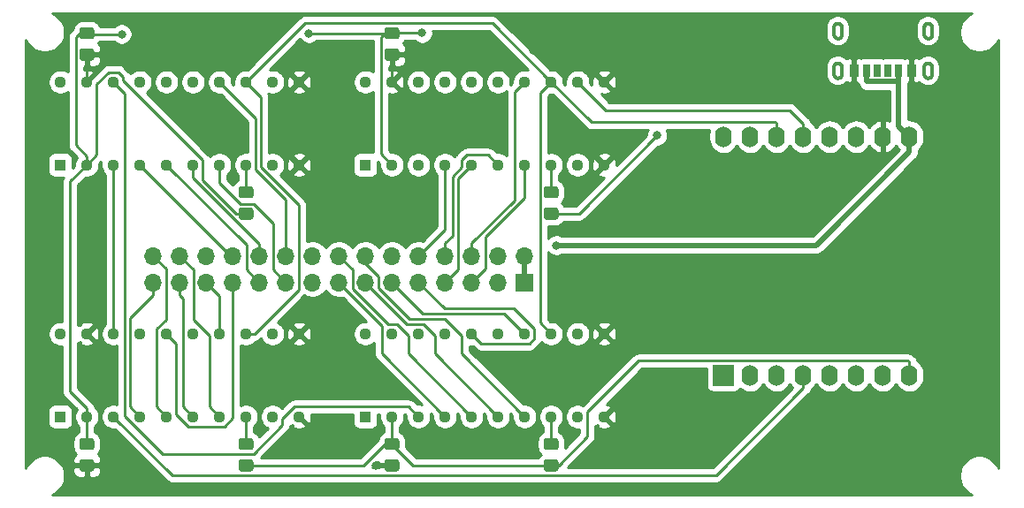
<source format=gtl>
G04 #@! TF.GenerationSoftware,KiCad,Pcbnew,(5.1.5)-3*
G04 #@! TF.CreationDate,2021-05-12T20:45:07+02:00*
G04 #@! TF.ProjectId,thermochromic clock resistors driver,74686572-6d6f-4636-9872-6f6d69632063,1*
G04 #@! TF.SameCoordinates,Original*
G04 #@! TF.FileFunction,Copper,L1,Top*
G04 #@! TF.FilePolarity,Positive*
%FSLAX46Y46*%
G04 Gerber Fmt 4.6, Leading zero omitted, Abs format (unit mm)*
G04 Created by KiCad (PCBNEW (5.1.5)-3) date 2021-05-12 20:45:07*
%MOMM*%
%LPD*%
G04 APERTURE LIST*
%ADD10C,0.010000*%
%ADD11R,0.200000X0.200000*%
%ADD12R,0.700000X1.150000*%
%ADD13R,0.800000X1.150000*%
%ADD14R,0.900000X1.150000*%
%ADD15O,1.600000X2.000000*%
%ADD16R,2.000000X2.000000*%
%ADD17C,0.152400*%
%ADD18O,1.700000X1.700000*%
%ADD19R,1.700000X1.700000*%
%ADD20C,1.130000*%
%ADD21R,1.130000X1.130000*%
%ADD22C,0.800000*%
%ADD23C,0.250000*%
%ADD24C,0.500000*%
%ADD25C,0.254000*%
G04 APERTURE END LIST*
D10*
G36*
X209810000Y-73660000D02*
G01*
X209810000Y-74010000D01*
X209810343Y-74023084D01*
X209811370Y-74036132D01*
X209813078Y-74049109D01*
X209815463Y-74061978D01*
X209818519Y-74074705D01*
X209822236Y-74087254D01*
X209826605Y-74099592D01*
X209831614Y-74111684D01*
X209837248Y-74123498D01*
X209843494Y-74135000D01*
X209850332Y-74146160D01*
X209857746Y-74156946D01*
X209865714Y-74167330D01*
X209874214Y-74177283D01*
X209883223Y-74186777D01*
X209892717Y-74195786D01*
X209902670Y-74204286D01*
X209913054Y-74212254D01*
X209923840Y-74219668D01*
X209935000Y-74226506D01*
X209946502Y-74232752D01*
X209958316Y-74238386D01*
X209970408Y-74243395D01*
X209982746Y-74247764D01*
X209995295Y-74251481D01*
X210008022Y-74254537D01*
X210020891Y-74256922D01*
X210033868Y-74258630D01*
X210046916Y-74259657D01*
X210060000Y-74260000D01*
X210073084Y-74259657D01*
X210086132Y-74258630D01*
X210099109Y-74256922D01*
X210111978Y-74254537D01*
X210124705Y-74251481D01*
X210137254Y-74247764D01*
X210149592Y-74243395D01*
X210161684Y-74238386D01*
X210173498Y-74232752D01*
X210185000Y-74226506D01*
X210196160Y-74219668D01*
X210206946Y-74212254D01*
X210217330Y-74204286D01*
X210227283Y-74195786D01*
X210236777Y-74186777D01*
X210245786Y-74177283D01*
X210254286Y-74167330D01*
X210262254Y-74156946D01*
X210269668Y-74146160D01*
X210276506Y-74135000D01*
X210282752Y-74123498D01*
X210288386Y-74111684D01*
X210293395Y-74099592D01*
X210297764Y-74087254D01*
X210301481Y-74074705D01*
X210304537Y-74061978D01*
X210306922Y-74049109D01*
X210308630Y-74036132D01*
X210309657Y-74023084D01*
X210310000Y-74010000D01*
X210310000Y-73310000D01*
X210309657Y-73296916D01*
X210308630Y-73283868D01*
X210306922Y-73270891D01*
X210304537Y-73258022D01*
X210301481Y-73245295D01*
X210297764Y-73232746D01*
X210293395Y-73220408D01*
X210288386Y-73208316D01*
X210282752Y-73196502D01*
X210276506Y-73185000D01*
X210269668Y-73173840D01*
X210262254Y-73163054D01*
X210254286Y-73152670D01*
X210245786Y-73142717D01*
X210236777Y-73133223D01*
X210227283Y-73124214D01*
X210217330Y-73115714D01*
X210206946Y-73107746D01*
X210196160Y-73100332D01*
X210185000Y-73093494D01*
X210173498Y-73087248D01*
X210161684Y-73081614D01*
X210149592Y-73076605D01*
X210137254Y-73072236D01*
X210124705Y-73068519D01*
X210111978Y-73065463D01*
X210099109Y-73063078D01*
X210086132Y-73061370D01*
X210073084Y-73060343D01*
X210060000Y-73060000D01*
X210046916Y-73060343D01*
X210033868Y-73061370D01*
X210020891Y-73063078D01*
X210008022Y-73065463D01*
X209995295Y-73068519D01*
X209982746Y-73072236D01*
X209970408Y-73076605D01*
X209958316Y-73081614D01*
X209946502Y-73087248D01*
X209935000Y-73093494D01*
X209923840Y-73100332D01*
X209913054Y-73107746D01*
X209902670Y-73115714D01*
X209892717Y-73124214D01*
X209883223Y-73133223D01*
X209874214Y-73142717D01*
X209865714Y-73152670D01*
X209857746Y-73163054D01*
X209850332Y-73173840D01*
X209843494Y-73185000D01*
X209837248Y-73196502D01*
X209831614Y-73208316D01*
X209826605Y-73220408D01*
X209822236Y-73232746D01*
X209818519Y-73245295D01*
X209815463Y-73258022D01*
X209813078Y-73270891D01*
X209811370Y-73283868D01*
X209810343Y-73296916D01*
X209810000Y-73310000D01*
X209810000Y-73650000D01*
X209560000Y-73650000D01*
X209560000Y-73310000D01*
X209560685Y-73283832D01*
X209562739Y-73257736D01*
X209566156Y-73231783D01*
X209570926Y-73206044D01*
X209577037Y-73180590D01*
X209584472Y-73155492D01*
X209593210Y-73130816D01*
X209603227Y-73106632D01*
X209614497Y-73083005D01*
X209626987Y-73060000D01*
X209640665Y-73037680D01*
X209655492Y-73016107D01*
X209671427Y-72995340D01*
X209688428Y-72975435D01*
X209706447Y-72956447D01*
X209725435Y-72938428D01*
X209745340Y-72921427D01*
X209766107Y-72905492D01*
X209787680Y-72890665D01*
X209810000Y-72876987D01*
X209833005Y-72864497D01*
X209856632Y-72853227D01*
X209880816Y-72843210D01*
X209905492Y-72834472D01*
X209930590Y-72827037D01*
X209956044Y-72820926D01*
X209981783Y-72816156D01*
X210007736Y-72812739D01*
X210033832Y-72810685D01*
X210060000Y-72810000D01*
X210086168Y-72810685D01*
X210112264Y-72812739D01*
X210138217Y-72816156D01*
X210163956Y-72820926D01*
X210189410Y-72827037D01*
X210214508Y-72834472D01*
X210239184Y-72843210D01*
X210263368Y-72853227D01*
X210286995Y-72864497D01*
X210310000Y-72876987D01*
X210332320Y-72890665D01*
X210353893Y-72905492D01*
X210374660Y-72921427D01*
X210394565Y-72938428D01*
X210413553Y-72956447D01*
X210431572Y-72975435D01*
X210448573Y-72995340D01*
X210464508Y-73016107D01*
X210479335Y-73037680D01*
X210493013Y-73060000D01*
X210505503Y-73083005D01*
X210516773Y-73106632D01*
X210526790Y-73130816D01*
X210535528Y-73155492D01*
X210542963Y-73180590D01*
X210549074Y-73206044D01*
X210553844Y-73231783D01*
X210557261Y-73257736D01*
X210559315Y-73283832D01*
X210560000Y-73310000D01*
X210560000Y-74010000D01*
X210559315Y-74036168D01*
X210557261Y-74062264D01*
X210553844Y-74088217D01*
X210549074Y-74113956D01*
X210542963Y-74139410D01*
X210535528Y-74164508D01*
X210526790Y-74189184D01*
X210516773Y-74213368D01*
X210505503Y-74236995D01*
X210493013Y-74260000D01*
X210479335Y-74282320D01*
X210464508Y-74303893D01*
X210448573Y-74324660D01*
X210431572Y-74344565D01*
X210413553Y-74363553D01*
X210394565Y-74381572D01*
X210374660Y-74398573D01*
X210353893Y-74414508D01*
X210332320Y-74429335D01*
X210310000Y-74443013D01*
X210286995Y-74455503D01*
X210263368Y-74466773D01*
X210239184Y-74476790D01*
X210214508Y-74485528D01*
X210189410Y-74492963D01*
X210163956Y-74499074D01*
X210138217Y-74503844D01*
X210112264Y-74507261D01*
X210086168Y-74509315D01*
X210060000Y-74510000D01*
X210033832Y-74509315D01*
X210007736Y-74507261D01*
X209981783Y-74503844D01*
X209956044Y-74499074D01*
X209930590Y-74492963D01*
X209905492Y-74485528D01*
X209880816Y-74476790D01*
X209856632Y-74466773D01*
X209833005Y-74455503D01*
X209810000Y-74443013D01*
X209787680Y-74429335D01*
X209766107Y-74414508D01*
X209745340Y-74398573D01*
X209725435Y-74381572D01*
X209706447Y-74363553D01*
X209688428Y-74344565D01*
X209671427Y-74324660D01*
X209655492Y-74303893D01*
X209640665Y-74282320D01*
X209626987Y-74260000D01*
X209614497Y-74236995D01*
X209603227Y-74213368D01*
X209593210Y-74189184D01*
X209584472Y-74164508D01*
X209577037Y-74139410D01*
X209570926Y-74113956D01*
X209566156Y-74088217D01*
X209562739Y-74062264D01*
X209560685Y-74036168D01*
X209560000Y-74010000D01*
X209560000Y-73660000D01*
X209810000Y-73660000D01*
G37*
X209810000Y-73660000D02*
X209810000Y-74010000D01*
X209810343Y-74023084D01*
X209811370Y-74036132D01*
X209813078Y-74049109D01*
X209815463Y-74061978D01*
X209818519Y-74074705D01*
X209822236Y-74087254D01*
X209826605Y-74099592D01*
X209831614Y-74111684D01*
X209837248Y-74123498D01*
X209843494Y-74135000D01*
X209850332Y-74146160D01*
X209857746Y-74156946D01*
X209865714Y-74167330D01*
X209874214Y-74177283D01*
X209883223Y-74186777D01*
X209892717Y-74195786D01*
X209902670Y-74204286D01*
X209913054Y-74212254D01*
X209923840Y-74219668D01*
X209935000Y-74226506D01*
X209946502Y-74232752D01*
X209958316Y-74238386D01*
X209970408Y-74243395D01*
X209982746Y-74247764D01*
X209995295Y-74251481D01*
X210008022Y-74254537D01*
X210020891Y-74256922D01*
X210033868Y-74258630D01*
X210046916Y-74259657D01*
X210060000Y-74260000D01*
X210073084Y-74259657D01*
X210086132Y-74258630D01*
X210099109Y-74256922D01*
X210111978Y-74254537D01*
X210124705Y-74251481D01*
X210137254Y-74247764D01*
X210149592Y-74243395D01*
X210161684Y-74238386D01*
X210173498Y-74232752D01*
X210185000Y-74226506D01*
X210196160Y-74219668D01*
X210206946Y-74212254D01*
X210217330Y-74204286D01*
X210227283Y-74195786D01*
X210236777Y-74186777D01*
X210245786Y-74177283D01*
X210254286Y-74167330D01*
X210262254Y-74156946D01*
X210269668Y-74146160D01*
X210276506Y-74135000D01*
X210282752Y-74123498D01*
X210288386Y-74111684D01*
X210293395Y-74099592D01*
X210297764Y-74087254D01*
X210301481Y-74074705D01*
X210304537Y-74061978D01*
X210306922Y-74049109D01*
X210308630Y-74036132D01*
X210309657Y-74023084D01*
X210310000Y-74010000D01*
X210310000Y-73310000D01*
X210309657Y-73296916D01*
X210308630Y-73283868D01*
X210306922Y-73270891D01*
X210304537Y-73258022D01*
X210301481Y-73245295D01*
X210297764Y-73232746D01*
X210293395Y-73220408D01*
X210288386Y-73208316D01*
X210282752Y-73196502D01*
X210276506Y-73185000D01*
X210269668Y-73173840D01*
X210262254Y-73163054D01*
X210254286Y-73152670D01*
X210245786Y-73142717D01*
X210236777Y-73133223D01*
X210227283Y-73124214D01*
X210217330Y-73115714D01*
X210206946Y-73107746D01*
X210196160Y-73100332D01*
X210185000Y-73093494D01*
X210173498Y-73087248D01*
X210161684Y-73081614D01*
X210149592Y-73076605D01*
X210137254Y-73072236D01*
X210124705Y-73068519D01*
X210111978Y-73065463D01*
X210099109Y-73063078D01*
X210086132Y-73061370D01*
X210073084Y-73060343D01*
X210060000Y-73060000D01*
X210046916Y-73060343D01*
X210033868Y-73061370D01*
X210020891Y-73063078D01*
X210008022Y-73065463D01*
X209995295Y-73068519D01*
X209982746Y-73072236D01*
X209970408Y-73076605D01*
X209958316Y-73081614D01*
X209946502Y-73087248D01*
X209935000Y-73093494D01*
X209923840Y-73100332D01*
X209913054Y-73107746D01*
X209902670Y-73115714D01*
X209892717Y-73124214D01*
X209883223Y-73133223D01*
X209874214Y-73142717D01*
X209865714Y-73152670D01*
X209857746Y-73163054D01*
X209850332Y-73173840D01*
X209843494Y-73185000D01*
X209837248Y-73196502D01*
X209831614Y-73208316D01*
X209826605Y-73220408D01*
X209822236Y-73232746D01*
X209818519Y-73245295D01*
X209815463Y-73258022D01*
X209813078Y-73270891D01*
X209811370Y-73283868D01*
X209810343Y-73296916D01*
X209810000Y-73310000D01*
X209810000Y-73650000D01*
X209560000Y-73650000D01*
X209560000Y-73310000D01*
X209560685Y-73283832D01*
X209562739Y-73257736D01*
X209566156Y-73231783D01*
X209570926Y-73206044D01*
X209577037Y-73180590D01*
X209584472Y-73155492D01*
X209593210Y-73130816D01*
X209603227Y-73106632D01*
X209614497Y-73083005D01*
X209626987Y-73060000D01*
X209640665Y-73037680D01*
X209655492Y-73016107D01*
X209671427Y-72995340D01*
X209688428Y-72975435D01*
X209706447Y-72956447D01*
X209725435Y-72938428D01*
X209745340Y-72921427D01*
X209766107Y-72905492D01*
X209787680Y-72890665D01*
X209810000Y-72876987D01*
X209833005Y-72864497D01*
X209856632Y-72853227D01*
X209880816Y-72843210D01*
X209905492Y-72834472D01*
X209930590Y-72827037D01*
X209956044Y-72820926D01*
X209981783Y-72816156D01*
X210007736Y-72812739D01*
X210033832Y-72810685D01*
X210060000Y-72810000D01*
X210086168Y-72810685D01*
X210112264Y-72812739D01*
X210138217Y-72816156D01*
X210163956Y-72820926D01*
X210189410Y-72827037D01*
X210214508Y-72834472D01*
X210239184Y-72843210D01*
X210263368Y-72853227D01*
X210286995Y-72864497D01*
X210310000Y-72876987D01*
X210332320Y-72890665D01*
X210353893Y-72905492D01*
X210374660Y-72921427D01*
X210394565Y-72938428D01*
X210413553Y-72956447D01*
X210431572Y-72975435D01*
X210448573Y-72995340D01*
X210464508Y-73016107D01*
X210479335Y-73037680D01*
X210493013Y-73060000D01*
X210505503Y-73083005D01*
X210516773Y-73106632D01*
X210526790Y-73130816D01*
X210535528Y-73155492D01*
X210542963Y-73180590D01*
X210549074Y-73206044D01*
X210553844Y-73231783D01*
X210557261Y-73257736D01*
X210559315Y-73283832D01*
X210560000Y-73310000D01*
X210560000Y-74010000D01*
X210559315Y-74036168D01*
X210557261Y-74062264D01*
X210553844Y-74088217D01*
X210549074Y-74113956D01*
X210542963Y-74139410D01*
X210535528Y-74164508D01*
X210526790Y-74189184D01*
X210516773Y-74213368D01*
X210505503Y-74236995D01*
X210493013Y-74260000D01*
X210479335Y-74282320D01*
X210464508Y-74303893D01*
X210448573Y-74324660D01*
X210431572Y-74344565D01*
X210413553Y-74363553D01*
X210394565Y-74381572D01*
X210374660Y-74398573D01*
X210353893Y-74414508D01*
X210332320Y-74429335D01*
X210310000Y-74443013D01*
X210286995Y-74455503D01*
X210263368Y-74466773D01*
X210239184Y-74476790D01*
X210214508Y-74485528D01*
X210189410Y-74492963D01*
X210163956Y-74499074D01*
X210138217Y-74503844D01*
X210112264Y-74507261D01*
X210086168Y-74509315D01*
X210060000Y-74510000D01*
X210033832Y-74509315D01*
X210007736Y-74507261D01*
X209981783Y-74503844D01*
X209956044Y-74499074D01*
X209930590Y-74492963D01*
X209905492Y-74485528D01*
X209880816Y-74476790D01*
X209856632Y-74466773D01*
X209833005Y-74455503D01*
X209810000Y-74443013D01*
X209787680Y-74429335D01*
X209766107Y-74414508D01*
X209745340Y-74398573D01*
X209725435Y-74381572D01*
X209706447Y-74363553D01*
X209688428Y-74344565D01*
X209671427Y-74324660D01*
X209655492Y-74303893D01*
X209640665Y-74282320D01*
X209626987Y-74260000D01*
X209614497Y-74236995D01*
X209603227Y-74213368D01*
X209593210Y-74189184D01*
X209584472Y-74164508D01*
X209577037Y-74139410D01*
X209570926Y-74113956D01*
X209566156Y-74088217D01*
X209562739Y-74062264D01*
X209560685Y-74036168D01*
X209560000Y-74010000D01*
X209560000Y-73660000D01*
X209810000Y-73660000D01*
G36*
X201170000Y-73660000D02*
G01*
X201170000Y-74010000D01*
X201170343Y-74023084D01*
X201171370Y-74036132D01*
X201173078Y-74049109D01*
X201175463Y-74061978D01*
X201178519Y-74074705D01*
X201182236Y-74087254D01*
X201186605Y-74099592D01*
X201191614Y-74111684D01*
X201197248Y-74123498D01*
X201203494Y-74135000D01*
X201210332Y-74146160D01*
X201217746Y-74156946D01*
X201225714Y-74167330D01*
X201234214Y-74177283D01*
X201243223Y-74186777D01*
X201252717Y-74195786D01*
X201262670Y-74204286D01*
X201273054Y-74212254D01*
X201283840Y-74219668D01*
X201295000Y-74226506D01*
X201306502Y-74232752D01*
X201318316Y-74238386D01*
X201330408Y-74243395D01*
X201342746Y-74247764D01*
X201355295Y-74251481D01*
X201368022Y-74254537D01*
X201380891Y-74256922D01*
X201393868Y-74258630D01*
X201406916Y-74259657D01*
X201420000Y-74260000D01*
X201433084Y-74259657D01*
X201446132Y-74258630D01*
X201459109Y-74256922D01*
X201471978Y-74254537D01*
X201484705Y-74251481D01*
X201497254Y-74247764D01*
X201509592Y-74243395D01*
X201521684Y-74238386D01*
X201533498Y-74232752D01*
X201545000Y-74226506D01*
X201556160Y-74219668D01*
X201566946Y-74212254D01*
X201577330Y-74204286D01*
X201587283Y-74195786D01*
X201596777Y-74186777D01*
X201605786Y-74177283D01*
X201614286Y-74167330D01*
X201622254Y-74156946D01*
X201629668Y-74146160D01*
X201636506Y-74135000D01*
X201642752Y-74123498D01*
X201648386Y-74111684D01*
X201653395Y-74099592D01*
X201657764Y-74087254D01*
X201661481Y-74074705D01*
X201664537Y-74061978D01*
X201666922Y-74049109D01*
X201668630Y-74036132D01*
X201669657Y-74023084D01*
X201670000Y-74010000D01*
X201670000Y-73310000D01*
X201669657Y-73296916D01*
X201668630Y-73283868D01*
X201666922Y-73270891D01*
X201664537Y-73258022D01*
X201661481Y-73245295D01*
X201657764Y-73232746D01*
X201653395Y-73220408D01*
X201648386Y-73208316D01*
X201642752Y-73196502D01*
X201636506Y-73185000D01*
X201629668Y-73173840D01*
X201622254Y-73163054D01*
X201614286Y-73152670D01*
X201605786Y-73142717D01*
X201596777Y-73133223D01*
X201587283Y-73124214D01*
X201577330Y-73115714D01*
X201566946Y-73107746D01*
X201556160Y-73100332D01*
X201545000Y-73093494D01*
X201533498Y-73087248D01*
X201521684Y-73081614D01*
X201509592Y-73076605D01*
X201497254Y-73072236D01*
X201484705Y-73068519D01*
X201471978Y-73065463D01*
X201459109Y-73063078D01*
X201446132Y-73061370D01*
X201433084Y-73060343D01*
X201420000Y-73060000D01*
X201406916Y-73060343D01*
X201393868Y-73061370D01*
X201380891Y-73063078D01*
X201368022Y-73065463D01*
X201355295Y-73068519D01*
X201342746Y-73072236D01*
X201330408Y-73076605D01*
X201318316Y-73081614D01*
X201306502Y-73087248D01*
X201295000Y-73093494D01*
X201283840Y-73100332D01*
X201273054Y-73107746D01*
X201262670Y-73115714D01*
X201252717Y-73124214D01*
X201243223Y-73133223D01*
X201234214Y-73142717D01*
X201225714Y-73152670D01*
X201217746Y-73163054D01*
X201210332Y-73173840D01*
X201203494Y-73185000D01*
X201197248Y-73196502D01*
X201191614Y-73208316D01*
X201186605Y-73220408D01*
X201182236Y-73232746D01*
X201178519Y-73245295D01*
X201175463Y-73258022D01*
X201173078Y-73270891D01*
X201171370Y-73283868D01*
X201170343Y-73296916D01*
X201170000Y-73310000D01*
X201170000Y-73650000D01*
X200920000Y-73650000D01*
X200920000Y-73310000D01*
X200920685Y-73283832D01*
X200922739Y-73257736D01*
X200926156Y-73231783D01*
X200930926Y-73206044D01*
X200937037Y-73180590D01*
X200944472Y-73155492D01*
X200953210Y-73130816D01*
X200963227Y-73106632D01*
X200974497Y-73083005D01*
X200986987Y-73060000D01*
X201000665Y-73037680D01*
X201015492Y-73016107D01*
X201031427Y-72995340D01*
X201048428Y-72975435D01*
X201066447Y-72956447D01*
X201085435Y-72938428D01*
X201105340Y-72921427D01*
X201126107Y-72905492D01*
X201147680Y-72890665D01*
X201170000Y-72876987D01*
X201193005Y-72864497D01*
X201216632Y-72853227D01*
X201240816Y-72843210D01*
X201265492Y-72834472D01*
X201290590Y-72827037D01*
X201316044Y-72820926D01*
X201341783Y-72816156D01*
X201367736Y-72812739D01*
X201393832Y-72810685D01*
X201420000Y-72810000D01*
X201446168Y-72810685D01*
X201472264Y-72812739D01*
X201498217Y-72816156D01*
X201523956Y-72820926D01*
X201549410Y-72827037D01*
X201574508Y-72834472D01*
X201599184Y-72843210D01*
X201623368Y-72853227D01*
X201646995Y-72864497D01*
X201670000Y-72876987D01*
X201692320Y-72890665D01*
X201713893Y-72905492D01*
X201734660Y-72921427D01*
X201754565Y-72938428D01*
X201773553Y-72956447D01*
X201791572Y-72975435D01*
X201808573Y-72995340D01*
X201824508Y-73016107D01*
X201839335Y-73037680D01*
X201853013Y-73060000D01*
X201865503Y-73083005D01*
X201876773Y-73106632D01*
X201886790Y-73130816D01*
X201895528Y-73155492D01*
X201902963Y-73180590D01*
X201909074Y-73206044D01*
X201913844Y-73231783D01*
X201917261Y-73257736D01*
X201919315Y-73283832D01*
X201920000Y-73310000D01*
X201920000Y-74010000D01*
X201919315Y-74036168D01*
X201917261Y-74062264D01*
X201913844Y-74088217D01*
X201909074Y-74113956D01*
X201902963Y-74139410D01*
X201895528Y-74164508D01*
X201886790Y-74189184D01*
X201876773Y-74213368D01*
X201865503Y-74236995D01*
X201853013Y-74260000D01*
X201839335Y-74282320D01*
X201824508Y-74303893D01*
X201808573Y-74324660D01*
X201791572Y-74344565D01*
X201773553Y-74363553D01*
X201754565Y-74381572D01*
X201734660Y-74398573D01*
X201713893Y-74414508D01*
X201692320Y-74429335D01*
X201670000Y-74443013D01*
X201646995Y-74455503D01*
X201623368Y-74466773D01*
X201599184Y-74476790D01*
X201574508Y-74485528D01*
X201549410Y-74492963D01*
X201523956Y-74499074D01*
X201498217Y-74503844D01*
X201472264Y-74507261D01*
X201446168Y-74509315D01*
X201420000Y-74510000D01*
X201393832Y-74509315D01*
X201367736Y-74507261D01*
X201341783Y-74503844D01*
X201316044Y-74499074D01*
X201290590Y-74492963D01*
X201265492Y-74485528D01*
X201240816Y-74476790D01*
X201216632Y-74466773D01*
X201193005Y-74455503D01*
X201170000Y-74443013D01*
X201147680Y-74429335D01*
X201126107Y-74414508D01*
X201105340Y-74398573D01*
X201085435Y-74381572D01*
X201066447Y-74363553D01*
X201048428Y-74344565D01*
X201031427Y-74324660D01*
X201015492Y-74303893D01*
X201000665Y-74282320D01*
X200986987Y-74260000D01*
X200974497Y-74236995D01*
X200963227Y-74213368D01*
X200953210Y-74189184D01*
X200944472Y-74164508D01*
X200937037Y-74139410D01*
X200930926Y-74113956D01*
X200926156Y-74088217D01*
X200922739Y-74062264D01*
X200920685Y-74036168D01*
X200920000Y-74010000D01*
X200920000Y-73660000D01*
X201170000Y-73660000D01*
G37*
X201170000Y-73660000D02*
X201170000Y-74010000D01*
X201170343Y-74023084D01*
X201171370Y-74036132D01*
X201173078Y-74049109D01*
X201175463Y-74061978D01*
X201178519Y-74074705D01*
X201182236Y-74087254D01*
X201186605Y-74099592D01*
X201191614Y-74111684D01*
X201197248Y-74123498D01*
X201203494Y-74135000D01*
X201210332Y-74146160D01*
X201217746Y-74156946D01*
X201225714Y-74167330D01*
X201234214Y-74177283D01*
X201243223Y-74186777D01*
X201252717Y-74195786D01*
X201262670Y-74204286D01*
X201273054Y-74212254D01*
X201283840Y-74219668D01*
X201295000Y-74226506D01*
X201306502Y-74232752D01*
X201318316Y-74238386D01*
X201330408Y-74243395D01*
X201342746Y-74247764D01*
X201355295Y-74251481D01*
X201368022Y-74254537D01*
X201380891Y-74256922D01*
X201393868Y-74258630D01*
X201406916Y-74259657D01*
X201420000Y-74260000D01*
X201433084Y-74259657D01*
X201446132Y-74258630D01*
X201459109Y-74256922D01*
X201471978Y-74254537D01*
X201484705Y-74251481D01*
X201497254Y-74247764D01*
X201509592Y-74243395D01*
X201521684Y-74238386D01*
X201533498Y-74232752D01*
X201545000Y-74226506D01*
X201556160Y-74219668D01*
X201566946Y-74212254D01*
X201577330Y-74204286D01*
X201587283Y-74195786D01*
X201596777Y-74186777D01*
X201605786Y-74177283D01*
X201614286Y-74167330D01*
X201622254Y-74156946D01*
X201629668Y-74146160D01*
X201636506Y-74135000D01*
X201642752Y-74123498D01*
X201648386Y-74111684D01*
X201653395Y-74099592D01*
X201657764Y-74087254D01*
X201661481Y-74074705D01*
X201664537Y-74061978D01*
X201666922Y-74049109D01*
X201668630Y-74036132D01*
X201669657Y-74023084D01*
X201670000Y-74010000D01*
X201670000Y-73310000D01*
X201669657Y-73296916D01*
X201668630Y-73283868D01*
X201666922Y-73270891D01*
X201664537Y-73258022D01*
X201661481Y-73245295D01*
X201657764Y-73232746D01*
X201653395Y-73220408D01*
X201648386Y-73208316D01*
X201642752Y-73196502D01*
X201636506Y-73185000D01*
X201629668Y-73173840D01*
X201622254Y-73163054D01*
X201614286Y-73152670D01*
X201605786Y-73142717D01*
X201596777Y-73133223D01*
X201587283Y-73124214D01*
X201577330Y-73115714D01*
X201566946Y-73107746D01*
X201556160Y-73100332D01*
X201545000Y-73093494D01*
X201533498Y-73087248D01*
X201521684Y-73081614D01*
X201509592Y-73076605D01*
X201497254Y-73072236D01*
X201484705Y-73068519D01*
X201471978Y-73065463D01*
X201459109Y-73063078D01*
X201446132Y-73061370D01*
X201433084Y-73060343D01*
X201420000Y-73060000D01*
X201406916Y-73060343D01*
X201393868Y-73061370D01*
X201380891Y-73063078D01*
X201368022Y-73065463D01*
X201355295Y-73068519D01*
X201342746Y-73072236D01*
X201330408Y-73076605D01*
X201318316Y-73081614D01*
X201306502Y-73087248D01*
X201295000Y-73093494D01*
X201283840Y-73100332D01*
X201273054Y-73107746D01*
X201262670Y-73115714D01*
X201252717Y-73124214D01*
X201243223Y-73133223D01*
X201234214Y-73142717D01*
X201225714Y-73152670D01*
X201217746Y-73163054D01*
X201210332Y-73173840D01*
X201203494Y-73185000D01*
X201197248Y-73196502D01*
X201191614Y-73208316D01*
X201186605Y-73220408D01*
X201182236Y-73232746D01*
X201178519Y-73245295D01*
X201175463Y-73258022D01*
X201173078Y-73270891D01*
X201171370Y-73283868D01*
X201170343Y-73296916D01*
X201170000Y-73310000D01*
X201170000Y-73650000D01*
X200920000Y-73650000D01*
X200920000Y-73310000D01*
X200920685Y-73283832D01*
X200922739Y-73257736D01*
X200926156Y-73231783D01*
X200930926Y-73206044D01*
X200937037Y-73180590D01*
X200944472Y-73155492D01*
X200953210Y-73130816D01*
X200963227Y-73106632D01*
X200974497Y-73083005D01*
X200986987Y-73060000D01*
X201000665Y-73037680D01*
X201015492Y-73016107D01*
X201031427Y-72995340D01*
X201048428Y-72975435D01*
X201066447Y-72956447D01*
X201085435Y-72938428D01*
X201105340Y-72921427D01*
X201126107Y-72905492D01*
X201147680Y-72890665D01*
X201170000Y-72876987D01*
X201193005Y-72864497D01*
X201216632Y-72853227D01*
X201240816Y-72843210D01*
X201265492Y-72834472D01*
X201290590Y-72827037D01*
X201316044Y-72820926D01*
X201341783Y-72816156D01*
X201367736Y-72812739D01*
X201393832Y-72810685D01*
X201420000Y-72810000D01*
X201446168Y-72810685D01*
X201472264Y-72812739D01*
X201498217Y-72816156D01*
X201523956Y-72820926D01*
X201549410Y-72827037D01*
X201574508Y-72834472D01*
X201599184Y-72843210D01*
X201623368Y-72853227D01*
X201646995Y-72864497D01*
X201670000Y-72876987D01*
X201692320Y-72890665D01*
X201713893Y-72905492D01*
X201734660Y-72921427D01*
X201754565Y-72938428D01*
X201773553Y-72956447D01*
X201791572Y-72975435D01*
X201808573Y-72995340D01*
X201824508Y-73016107D01*
X201839335Y-73037680D01*
X201853013Y-73060000D01*
X201865503Y-73083005D01*
X201876773Y-73106632D01*
X201886790Y-73130816D01*
X201895528Y-73155492D01*
X201902963Y-73180590D01*
X201909074Y-73206044D01*
X201913844Y-73231783D01*
X201917261Y-73257736D01*
X201919315Y-73283832D01*
X201920000Y-73310000D01*
X201920000Y-74010000D01*
X201919315Y-74036168D01*
X201917261Y-74062264D01*
X201913844Y-74088217D01*
X201909074Y-74113956D01*
X201902963Y-74139410D01*
X201895528Y-74164508D01*
X201886790Y-74189184D01*
X201876773Y-74213368D01*
X201865503Y-74236995D01*
X201853013Y-74260000D01*
X201839335Y-74282320D01*
X201824508Y-74303893D01*
X201808573Y-74324660D01*
X201791572Y-74344565D01*
X201773553Y-74363553D01*
X201754565Y-74381572D01*
X201734660Y-74398573D01*
X201713893Y-74414508D01*
X201692320Y-74429335D01*
X201670000Y-74443013D01*
X201646995Y-74455503D01*
X201623368Y-74466773D01*
X201599184Y-74476790D01*
X201574508Y-74485528D01*
X201549410Y-74492963D01*
X201523956Y-74499074D01*
X201498217Y-74503844D01*
X201472264Y-74507261D01*
X201446168Y-74509315D01*
X201420000Y-74510000D01*
X201393832Y-74509315D01*
X201367736Y-74507261D01*
X201341783Y-74503844D01*
X201316044Y-74499074D01*
X201290590Y-74492963D01*
X201265492Y-74485528D01*
X201240816Y-74476790D01*
X201216632Y-74466773D01*
X201193005Y-74455503D01*
X201170000Y-74443013D01*
X201147680Y-74429335D01*
X201126107Y-74414508D01*
X201105340Y-74398573D01*
X201085435Y-74381572D01*
X201066447Y-74363553D01*
X201048428Y-74344565D01*
X201031427Y-74324660D01*
X201015492Y-74303893D01*
X201000665Y-74282320D01*
X200986987Y-74260000D01*
X200974497Y-74236995D01*
X200963227Y-74213368D01*
X200953210Y-74189184D01*
X200944472Y-74164508D01*
X200937037Y-74139410D01*
X200930926Y-74113956D01*
X200926156Y-74088217D01*
X200922739Y-74062264D01*
X200920685Y-74036168D01*
X200920000Y-74010000D01*
X200920000Y-73660000D01*
X201170000Y-73660000D01*
G36*
X209810000Y-69860000D02*
G01*
X209810000Y-70210000D01*
X209810343Y-70223084D01*
X209811370Y-70236132D01*
X209813078Y-70249109D01*
X209815463Y-70261978D01*
X209818519Y-70274705D01*
X209822236Y-70287254D01*
X209826605Y-70299592D01*
X209831614Y-70311684D01*
X209837248Y-70323498D01*
X209843494Y-70335000D01*
X209850332Y-70346160D01*
X209857746Y-70356946D01*
X209865714Y-70367330D01*
X209874214Y-70377283D01*
X209883223Y-70386777D01*
X209892717Y-70395786D01*
X209902670Y-70404286D01*
X209913054Y-70412254D01*
X209923840Y-70419668D01*
X209935000Y-70426506D01*
X209946502Y-70432752D01*
X209958316Y-70438386D01*
X209970408Y-70443395D01*
X209982746Y-70447764D01*
X209995295Y-70451481D01*
X210008022Y-70454537D01*
X210020891Y-70456922D01*
X210033868Y-70458630D01*
X210046916Y-70459657D01*
X210060000Y-70460000D01*
X210073084Y-70459657D01*
X210086132Y-70458630D01*
X210099109Y-70456922D01*
X210111978Y-70454537D01*
X210124705Y-70451481D01*
X210137254Y-70447764D01*
X210149592Y-70443395D01*
X210161684Y-70438386D01*
X210173498Y-70432752D01*
X210185000Y-70426506D01*
X210196160Y-70419668D01*
X210206946Y-70412254D01*
X210217330Y-70404286D01*
X210227283Y-70395786D01*
X210236777Y-70386777D01*
X210245786Y-70377283D01*
X210254286Y-70367330D01*
X210262254Y-70356946D01*
X210269668Y-70346160D01*
X210276506Y-70335000D01*
X210282752Y-70323498D01*
X210288386Y-70311684D01*
X210293395Y-70299592D01*
X210297764Y-70287254D01*
X210301481Y-70274705D01*
X210304537Y-70261978D01*
X210306922Y-70249109D01*
X210308630Y-70236132D01*
X210309657Y-70223084D01*
X210310000Y-70210000D01*
X210310000Y-69510000D01*
X210309657Y-69496916D01*
X210308630Y-69483868D01*
X210306922Y-69470891D01*
X210304537Y-69458022D01*
X210301481Y-69445295D01*
X210297764Y-69432746D01*
X210293395Y-69420408D01*
X210288386Y-69408316D01*
X210282752Y-69396502D01*
X210276506Y-69385000D01*
X210269668Y-69373840D01*
X210262254Y-69363054D01*
X210254286Y-69352670D01*
X210245786Y-69342717D01*
X210236777Y-69333223D01*
X210227283Y-69324214D01*
X210217330Y-69315714D01*
X210206946Y-69307746D01*
X210196160Y-69300332D01*
X210185000Y-69293494D01*
X210173498Y-69287248D01*
X210161684Y-69281614D01*
X210149592Y-69276605D01*
X210137254Y-69272236D01*
X210124705Y-69268519D01*
X210111978Y-69265463D01*
X210099109Y-69263078D01*
X210086132Y-69261370D01*
X210073084Y-69260343D01*
X210060000Y-69260000D01*
X210046916Y-69260343D01*
X210033868Y-69261370D01*
X210020891Y-69263078D01*
X210008022Y-69265463D01*
X209995295Y-69268519D01*
X209982746Y-69272236D01*
X209970408Y-69276605D01*
X209958316Y-69281614D01*
X209946502Y-69287248D01*
X209935000Y-69293494D01*
X209923840Y-69300332D01*
X209913054Y-69307746D01*
X209902670Y-69315714D01*
X209892717Y-69324214D01*
X209883223Y-69333223D01*
X209874214Y-69342717D01*
X209865714Y-69352670D01*
X209857746Y-69363054D01*
X209850332Y-69373840D01*
X209843494Y-69385000D01*
X209837248Y-69396502D01*
X209831614Y-69408316D01*
X209826605Y-69420408D01*
X209822236Y-69432746D01*
X209818519Y-69445295D01*
X209815463Y-69458022D01*
X209813078Y-69470891D01*
X209811370Y-69483868D01*
X209810343Y-69496916D01*
X209810000Y-69510000D01*
X209810000Y-69850000D01*
X209560000Y-69850000D01*
X209560000Y-69510000D01*
X209560685Y-69483832D01*
X209562739Y-69457736D01*
X209566156Y-69431783D01*
X209570926Y-69406044D01*
X209577037Y-69380590D01*
X209584472Y-69355492D01*
X209593210Y-69330816D01*
X209603227Y-69306632D01*
X209614497Y-69283005D01*
X209626987Y-69260000D01*
X209640665Y-69237680D01*
X209655492Y-69216107D01*
X209671427Y-69195340D01*
X209688428Y-69175435D01*
X209706447Y-69156447D01*
X209725435Y-69138428D01*
X209745340Y-69121427D01*
X209766107Y-69105492D01*
X209787680Y-69090665D01*
X209810000Y-69076987D01*
X209833005Y-69064497D01*
X209856632Y-69053227D01*
X209880816Y-69043210D01*
X209905492Y-69034472D01*
X209930590Y-69027037D01*
X209956044Y-69020926D01*
X209981783Y-69016156D01*
X210007736Y-69012739D01*
X210033832Y-69010685D01*
X210060000Y-69010000D01*
X210086168Y-69010685D01*
X210112264Y-69012739D01*
X210138217Y-69016156D01*
X210163956Y-69020926D01*
X210189410Y-69027037D01*
X210214508Y-69034472D01*
X210239184Y-69043210D01*
X210263368Y-69053227D01*
X210286995Y-69064497D01*
X210310000Y-69076987D01*
X210332320Y-69090665D01*
X210353893Y-69105492D01*
X210374660Y-69121427D01*
X210394565Y-69138428D01*
X210413553Y-69156447D01*
X210431572Y-69175435D01*
X210448573Y-69195340D01*
X210464508Y-69216107D01*
X210479335Y-69237680D01*
X210493013Y-69260000D01*
X210505503Y-69283005D01*
X210516773Y-69306632D01*
X210526790Y-69330816D01*
X210535528Y-69355492D01*
X210542963Y-69380590D01*
X210549074Y-69406044D01*
X210553844Y-69431783D01*
X210557261Y-69457736D01*
X210559315Y-69483832D01*
X210560000Y-69510000D01*
X210560000Y-70210000D01*
X210559315Y-70236168D01*
X210557261Y-70262264D01*
X210553844Y-70288217D01*
X210549074Y-70313956D01*
X210542963Y-70339410D01*
X210535528Y-70364508D01*
X210526790Y-70389184D01*
X210516773Y-70413368D01*
X210505503Y-70436995D01*
X210493013Y-70460000D01*
X210479335Y-70482320D01*
X210464508Y-70503893D01*
X210448573Y-70524660D01*
X210431572Y-70544565D01*
X210413553Y-70563553D01*
X210394565Y-70581572D01*
X210374660Y-70598573D01*
X210353893Y-70614508D01*
X210332320Y-70629335D01*
X210310000Y-70643013D01*
X210286995Y-70655503D01*
X210263368Y-70666773D01*
X210239184Y-70676790D01*
X210214508Y-70685528D01*
X210189410Y-70692963D01*
X210163956Y-70699074D01*
X210138217Y-70703844D01*
X210112264Y-70707261D01*
X210086168Y-70709315D01*
X210060000Y-70710000D01*
X210033832Y-70709315D01*
X210007736Y-70707261D01*
X209981783Y-70703844D01*
X209956044Y-70699074D01*
X209930590Y-70692963D01*
X209905492Y-70685528D01*
X209880816Y-70676790D01*
X209856632Y-70666773D01*
X209833005Y-70655503D01*
X209810000Y-70643013D01*
X209787680Y-70629335D01*
X209766107Y-70614508D01*
X209745340Y-70598573D01*
X209725435Y-70581572D01*
X209706447Y-70563553D01*
X209688428Y-70544565D01*
X209671427Y-70524660D01*
X209655492Y-70503893D01*
X209640665Y-70482320D01*
X209626987Y-70460000D01*
X209614497Y-70436995D01*
X209603227Y-70413368D01*
X209593210Y-70389184D01*
X209584472Y-70364508D01*
X209577037Y-70339410D01*
X209570926Y-70313956D01*
X209566156Y-70288217D01*
X209562739Y-70262264D01*
X209560685Y-70236168D01*
X209560000Y-70210000D01*
X209560000Y-69860000D01*
X209810000Y-69860000D01*
G37*
X209810000Y-69860000D02*
X209810000Y-70210000D01*
X209810343Y-70223084D01*
X209811370Y-70236132D01*
X209813078Y-70249109D01*
X209815463Y-70261978D01*
X209818519Y-70274705D01*
X209822236Y-70287254D01*
X209826605Y-70299592D01*
X209831614Y-70311684D01*
X209837248Y-70323498D01*
X209843494Y-70335000D01*
X209850332Y-70346160D01*
X209857746Y-70356946D01*
X209865714Y-70367330D01*
X209874214Y-70377283D01*
X209883223Y-70386777D01*
X209892717Y-70395786D01*
X209902670Y-70404286D01*
X209913054Y-70412254D01*
X209923840Y-70419668D01*
X209935000Y-70426506D01*
X209946502Y-70432752D01*
X209958316Y-70438386D01*
X209970408Y-70443395D01*
X209982746Y-70447764D01*
X209995295Y-70451481D01*
X210008022Y-70454537D01*
X210020891Y-70456922D01*
X210033868Y-70458630D01*
X210046916Y-70459657D01*
X210060000Y-70460000D01*
X210073084Y-70459657D01*
X210086132Y-70458630D01*
X210099109Y-70456922D01*
X210111978Y-70454537D01*
X210124705Y-70451481D01*
X210137254Y-70447764D01*
X210149592Y-70443395D01*
X210161684Y-70438386D01*
X210173498Y-70432752D01*
X210185000Y-70426506D01*
X210196160Y-70419668D01*
X210206946Y-70412254D01*
X210217330Y-70404286D01*
X210227283Y-70395786D01*
X210236777Y-70386777D01*
X210245786Y-70377283D01*
X210254286Y-70367330D01*
X210262254Y-70356946D01*
X210269668Y-70346160D01*
X210276506Y-70335000D01*
X210282752Y-70323498D01*
X210288386Y-70311684D01*
X210293395Y-70299592D01*
X210297764Y-70287254D01*
X210301481Y-70274705D01*
X210304537Y-70261978D01*
X210306922Y-70249109D01*
X210308630Y-70236132D01*
X210309657Y-70223084D01*
X210310000Y-70210000D01*
X210310000Y-69510000D01*
X210309657Y-69496916D01*
X210308630Y-69483868D01*
X210306922Y-69470891D01*
X210304537Y-69458022D01*
X210301481Y-69445295D01*
X210297764Y-69432746D01*
X210293395Y-69420408D01*
X210288386Y-69408316D01*
X210282752Y-69396502D01*
X210276506Y-69385000D01*
X210269668Y-69373840D01*
X210262254Y-69363054D01*
X210254286Y-69352670D01*
X210245786Y-69342717D01*
X210236777Y-69333223D01*
X210227283Y-69324214D01*
X210217330Y-69315714D01*
X210206946Y-69307746D01*
X210196160Y-69300332D01*
X210185000Y-69293494D01*
X210173498Y-69287248D01*
X210161684Y-69281614D01*
X210149592Y-69276605D01*
X210137254Y-69272236D01*
X210124705Y-69268519D01*
X210111978Y-69265463D01*
X210099109Y-69263078D01*
X210086132Y-69261370D01*
X210073084Y-69260343D01*
X210060000Y-69260000D01*
X210046916Y-69260343D01*
X210033868Y-69261370D01*
X210020891Y-69263078D01*
X210008022Y-69265463D01*
X209995295Y-69268519D01*
X209982746Y-69272236D01*
X209970408Y-69276605D01*
X209958316Y-69281614D01*
X209946502Y-69287248D01*
X209935000Y-69293494D01*
X209923840Y-69300332D01*
X209913054Y-69307746D01*
X209902670Y-69315714D01*
X209892717Y-69324214D01*
X209883223Y-69333223D01*
X209874214Y-69342717D01*
X209865714Y-69352670D01*
X209857746Y-69363054D01*
X209850332Y-69373840D01*
X209843494Y-69385000D01*
X209837248Y-69396502D01*
X209831614Y-69408316D01*
X209826605Y-69420408D01*
X209822236Y-69432746D01*
X209818519Y-69445295D01*
X209815463Y-69458022D01*
X209813078Y-69470891D01*
X209811370Y-69483868D01*
X209810343Y-69496916D01*
X209810000Y-69510000D01*
X209810000Y-69850000D01*
X209560000Y-69850000D01*
X209560000Y-69510000D01*
X209560685Y-69483832D01*
X209562739Y-69457736D01*
X209566156Y-69431783D01*
X209570926Y-69406044D01*
X209577037Y-69380590D01*
X209584472Y-69355492D01*
X209593210Y-69330816D01*
X209603227Y-69306632D01*
X209614497Y-69283005D01*
X209626987Y-69260000D01*
X209640665Y-69237680D01*
X209655492Y-69216107D01*
X209671427Y-69195340D01*
X209688428Y-69175435D01*
X209706447Y-69156447D01*
X209725435Y-69138428D01*
X209745340Y-69121427D01*
X209766107Y-69105492D01*
X209787680Y-69090665D01*
X209810000Y-69076987D01*
X209833005Y-69064497D01*
X209856632Y-69053227D01*
X209880816Y-69043210D01*
X209905492Y-69034472D01*
X209930590Y-69027037D01*
X209956044Y-69020926D01*
X209981783Y-69016156D01*
X210007736Y-69012739D01*
X210033832Y-69010685D01*
X210060000Y-69010000D01*
X210086168Y-69010685D01*
X210112264Y-69012739D01*
X210138217Y-69016156D01*
X210163956Y-69020926D01*
X210189410Y-69027037D01*
X210214508Y-69034472D01*
X210239184Y-69043210D01*
X210263368Y-69053227D01*
X210286995Y-69064497D01*
X210310000Y-69076987D01*
X210332320Y-69090665D01*
X210353893Y-69105492D01*
X210374660Y-69121427D01*
X210394565Y-69138428D01*
X210413553Y-69156447D01*
X210431572Y-69175435D01*
X210448573Y-69195340D01*
X210464508Y-69216107D01*
X210479335Y-69237680D01*
X210493013Y-69260000D01*
X210505503Y-69283005D01*
X210516773Y-69306632D01*
X210526790Y-69330816D01*
X210535528Y-69355492D01*
X210542963Y-69380590D01*
X210549074Y-69406044D01*
X210553844Y-69431783D01*
X210557261Y-69457736D01*
X210559315Y-69483832D01*
X210560000Y-69510000D01*
X210560000Y-70210000D01*
X210559315Y-70236168D01*
X210557261Y-70262264D01*
X210553844Y-70288217D01*
X210549074Y-70313956D01*
X210542963Y-70339410D01*
X210535528Y-70364508D01*
X210526790Y-70389184D01*
X210516773Y-70413368D01*
X210505503Y-70436995D01*
X210493013Y-70460000D01*
X210479335Y-70482320D01*
X210464508Y-70503893D01*
X210448573Y-70524660D01*
X210431572Y-70544565D01*
X210413553Y-70563553D01*
X210394565Y-70581572D01*
X210374660Y-70598573D01*
X210353893Y-70614508D01*
X210332320Y-70629335D01*
X210310000Y-70643013D01*
X210286995Y-70655503D01*
X210263368Y-70666773D01*
X210239184Y-70676790D01*
X210214508Y-70685528D01*
X210189410Y-70692963D01*
X210163956Y-70699074D01*
X210138217Y-70703844D01*
X210112264Y-70707261D01*
X210086168Y-70709315D01*
X210060000Y-70710000D01*
X210033832Y-70709315D01*
X210007736Y-70707261D01*
X209981783Y-70703844D01*
X209956044Y-70699074D01*
X209930590Y-70692963D01*
X209905492Y-70685528D01*
X209880816Y-70676790D01*
X209856632Y-70666773D01*
X209833005Y-70655503D01*
X209810000Y-70643013D01*
X209787680Y-70629335D01*
X209766107Y-70614508D01*
X209745340Y-70598573D01*
X209725435Y-70581572D01*
X209706447Y-70563553D01*
X209688428Y-70544565D01*
X209671427Y-70524660D01*
X209655492Y-70503893D01*
X209640665Y-70482320D01*
X209626987Y-70460000D01*
X209614497Y-70436995D01*
X209603227Y-70413368D01*
X209593210Y-70389184D01*
X209584472Y-70364508D01*
X209577037Y-70339410D01*
X209570926Y-70313956D01*
X209566156Y-70288217D01*
X209562739Y-70262264D01*
X209560685Y-70236168D01*
X209560000Y-70210000D01*
X209560000Y-69860000D01*
X209810000Y-69860000D01*
G36*
X201170000Y-69860000D02*
G01*
X201170000Y-70210000D01*
X201170343Y-70223084D01*
X201171370Y-70236132D01*
X201173078Y-70249109D01*
X201175463Y-70261978D01*
X201178519Y-70274705D01*
X201182236Y-70287254D01*
X201186605Y-70299592D01*
X201191614Y-70311684D01*
X201197248Y-70323498D01*
X201203494Y-70335000D01*
X201210332Y-70346160D01*
X201217746Y-70356946D01*
X201225714Y-70367330D01*
X201234214Y-70377283D01*
X201243223Y-70386777D01*
X201252717Y-70395786D01*
X201262670Y-70404286D01*
X201273054Y-70412254D01*
X201283840Y-70419668D01*
X201295000Y-70426506D01*
X201306502Y-70432752D01*
X201318316Y-70438386D01*
X201330408Y-70443395D01*
X201342746Y-70447764D01*
X201355295Y-70451481D01*
X201368022Y-70454537D01*
X201380891Y-70456922D01*
X201393868Y-70458630D01*
X201406916Y-70459657D01*
X201420000Y-70460000D01*
X201433084Y-70459657D01*
X201446132Y-70458630D01*
X201459109Y-70456922D01*
X201471978Y-70454537D01*
X201484705Y-70451481D01*
X201497254Y-70447764D01*
X201509592Y-70443395D01*
X201521684Y-70438386D01*
X201533498Y-70432752D01*
X201545000Y-70426506D01*
X201556160Y-70419668D01*
X201566946Y-70412254D01*
X201577330Y-70404286D01*
X201587283Y-70395786D01*
X201596777Y-70386777D01*
X201605786Y-70377283D01*
X201614286Y-70367330D01*
X201622254Y-70356946D01*
X201629668Y-70346160D01*
X201636506Y-70335000D01*
X201642752Y-70323498D01*
X201648386Y-70311684D01*
X201653395Y-70299592D01*
X201657764Y-70287254D01*
X201661481Y-70274705D01*
X201664537Y-70261978D01*
X201666922Y-70249109D01*
X201668630Y-70236132D01*
X201669657Y-70223084D01*
X201670000Y-70210000D01*
X201670000Y-69510000D01*
X201669657Y-69496916D01*
X201668630Y-69483868D01*
X201666922Y-69470891D01*
X201664537Y-69458022D01*
X201661481Y-69445295D01*
X201657764Y-69432746D01*
X201653395Y-69420408D01*
X201648386Y-69408316D01*
X201642752Y-69396502D01*
X201636506Y-69385000D01*
X201629668Y-69373840D01*
X201622254Y-69363054D01*
X201614286Y-69352670D01*
X201605786Y-69342717D01*
X201596777Y-69333223D01*
X201587283Y-69324214D01*
X201577330Y-69315714D01*
X201566946Y-69307746D01*
X201556160Y-69300332D01*
X201545000Y-69293494D01*
X201533498Y-69287248D01*
X201521684Y-69281614D01*
X201509592Y-69276605D01*
X201497254Y-69272236D01*
X201484705Y-69268519D01*
X201471978Y-69265463D01*
X201459109Y-69263078D01*
X201446132Y-69261370D01*
X201433084Y-69260343D01*
X201420000Y-69260000D01*
X201406916Y-69260343D01*
X201393868Y-69261370D01*
X201380891Y-69263078D01*
X201368022Y-69265463D01*
X201355295Y-69268519D01*
X201342746Y-69272236D01*
X201330408Y-69276605D01*
X201318316Y-69281614D01*
X201306502Y-69287248D01*
X201295000Y-69293494D01*
X201283840Y-69300332D01*
X201273054Y-69307746D01*
X201262670Y-69315714D01*
X201252717Y-69324214D01*
X201243223Y-69333223D01*
X201234214Y-69342717D01*
X201225714Y-69352670D01*
X201217746Y-69363054D01*
X201210332Y-69373840D01*
X201203494Y-69385000D01*
X201197248Y-69396502D01*
X201191614Y-69408316D01*
X201186605Y-69420408D01*
X201182236Y-69432746D01*
X201178519Y-69445295D01*
X201175463Y-69458022D01*
X201173078Y-69470891D01*
X201171370Y-69483868D01*
X201170343Y-69496916D01*
X201170000Y-69510000D01*
X201170000Y-69850000D01*
X200920000Y-69850000D01*
X200920000Y-69510000D01*
X200920685Y-69483832D01*
X200922739Y-69457736D01*
X200926156Y-69431783D01*
X200930926Y-69406044D01*
X200937037Y-69380590D01*
X200944472Y-69355492D01*
X200953210Y-69330816D01*
X200963227Y-69306632D01*
X200974497Y-69283005D01*
X200986987Y-69260000D01*
X201000665Y-69237680D01*
X201015492Y-69216107D01*
X201031427Y-69195340D01*
X201048428Y-69175435D01*
X201066447Y-69156447D01*
X201085435Y-69138428D01*
X201105340Y-69121427D01*
X201126107Y-69105492D01*
X201147680Y-69090665D01*
X201170000Y-69076987D01*
X201193005Y-69064497D01*
X201216632Y-69053227D01*
X201240816Y-69043210D01*
X201265492Y-69034472D01*
X201290590Y-69027037D01*
X201316044Y-69020926D01*
X201341783Y-69016156D01*
X201367736Y-69012739D01*
X201393832Y-69010685D01*
X201420000Y-69010000D01*
X201446168Y-69010685D01*
X201472264Y-69012739D01*
X201498217Y-69016156D01*
X201523956Y-69020926D01*
X201549410Y-69027037D01*
X201574508Y-69034472D01*
X201599184Y-69043210D01*
X201623368Y-69053227D01*
X201646995Y-69064497D01*
X201670000Y-69076987D01*
X201692320Y-69090665D01*
X201713893Y-69105492D01*
X201734660Y-69121427D01*
X201754565Y-69138428D01*
X201773553Y-69156447D01*
X201791572Y-69175435D01*
X201808573Y-69195340D01*
X201824508Y-69216107D01*
X201839335Y-69237680D01*
X201853013Y-69260000D01*
X201865503Y-69283005D01*
X201876773Y-69306632D01*
X201886790Y-69330816D01*
X201895528Y-69355492D01*
X201902963Y-69380590D01*
X201909074Y-69406044D01*
X201913844Y-69431783D01*
X201917261Y-69457736D01*
X201919315Y-69483832D01*
X201920000Y-69510000D01*
X201920000Y-70210000D01*
X201919315Y-70236168D01*
X201917261Y-70262264D01*
X201913844Y-70288217D01*
X201909074Y-70313956D01*
X201902963Y-70339410D01*
X201895528Y-70364508D01*
X201886790Y-70389184D01*
X201876773Y-70413368D01*
X201865503Y-70436995D01*
X201853013Y-70460000D01*
X201839335Y-70482320D01*
X201824508Y-70503893D01*
X201808573Y-70524660D01*
X201791572Y-70544565D01*
X201773553Y-70563553D01*
X201754565Y-70581572D01*
X201734660Y-70598573D01*
X201713893Y-70614508D01*
X201692320Y-70629335D01*
X201670000Y-70643013D01*
X201646995Y-70655503D01*
X201623368Y-70666773D01*
X201599184Y-70676790D01*
X201574508Y-70685528D01*
X201549410Y-70692963D01*
X201523956Y-70699074D01*
X201498217Y-70703844D01*
X201472264Y-70707261D01*
X201446168Y-70709315D01*
X201420000Y-70710000D01*
X201393832Y-70709315D01*
X201367736Y-70707261D01*
X201341783Y-70703844D01*
X201316044Y-70699074D01*
X201290590Y-70692963D01*
X201265492Y-70685528D01*
X201240816Y-70676790D01*
X201216632Y-70666773D01*
X201193005Y-70655503D01*
X201170000Y-70643013D01*
X201147680Y-70629335D01*
X201126107Y-70614508D01*
X201105340Y-70598573D01*
X201085435Y-70581572D01*
X201066447Y-70563553D01*
X201048428Y-70544565D01*
X201031427Y-70524660D01*
X201015492Y-70503893D01*
X201000665Y-70482320D01*
X200986987Y-70460000D01*
X200974497Y-70436995D01*
X200963227Y-70413368D01*
X200953210Y-70389184D01*
X200944472Y-70364508D01*
X200937037Y-70339410D01*
X200930926Y-70313956D01*
X200926156Y-70288217D01*
X200922739Y-70262264D01*
X200920685Y-70236168D01*
X200920000Y-70210000D01*
X200920000Y-69860000D01*
X201170000Y-69860000D01*
G37*
X201170000Y-69860000D02*
X201170000Y-70210000D01*
X201170343Y-70223084D01*
X201171370Y-70236132D01*
X201173078Y-70249109D01*
X201175463Y-70261978D01*
X201178519Y-70274705D01*
X201182236Y-70287254D01*
X201186605Y-70299592D01*
X201191614Y-70311684D01*
X201197248Y-70323498D01*
X201203494Y-70335000D01*
X201210332Y-70346160D01*
X201217746Y-70356946D01*
X201225714Y-70367330D01*
X201234214Y-70377283D01*
X201243223Y-70386777D01*
X201252717Y-70395786D01*
X201262670Y-70404286D01*
X201273054Y-70412254D01*
X201283840Y-70419668D01*
X201295000Y-70426506D01*
X201306502Y-70432752D01*
X201318316Y-70438386D01*
X201330408Y-70443395D01*
X201342746Y-70447764D01*
X201355295Y-70451481D01*
X201368022Y-70454537D01*
X201380891Y-70456922D01*
X201393868Y-70458630D01*
X201406916Y-70459657D01*
X201420000Y-70460000D01*
X201433084Y-70459657D01*
X201446132Y-70458630D01*
X201459109Y-70456922D01*
X201471978Y-70454537D01*
X201484705Y-70451481D01*
X201497254Y-70447764D01*
X201509592Y-70443395D01*
X201521684Y-70438386D01*
X201533498Y-70432752D01*
X201545000Y-70426506D01*
X201556160Y-70419668D01*
X201566946Y-70412254D01*
X201577330Y-70404286D01*
X201587283Y-70395786D01*
X201596777Y-70386777D01*
X201605786Y-70377283D01*
X201614286Y-70367330D01*
X201622254Y-70356946D01*
X201629668Y-70346160D01*
X201636506Y-70335000D01*
X201642752Y-70323498D01*
X201648386Y-70311684D01*
X201653395Y-70299592D01*
X201657764Y-70287254D01*
X201661481Y-70274705D01*
X201664537Y-70261978D01*
X201666922Y-70249109D01*
X201668630Y-70236132D01*
X201669657Y-70223084D01*
X201670000Y-70210000D01*
X201670000Y-69510000D01*
X201669657Y-69496916D01*
X201668630Y-69483868D01*
X201666922Y-69470891D01*
X201664537Y-69458022D01*
X201661481Y-69445295D01*
X201657764Y-69432746D01*
X201653395Y-69420408D01*
X201648386Y-69408316D01*
X201642752Y-69396502D01*
X201636506Y-69385000D01*
X201629668Y-69373840D01*
X201622254Y-69363054D01*
X201614286Y-69352670D01*
X201605786Y-69342717D01*
X201596777Y-69333223D01*
X201587283Y-69324214D01*
X201577330Y-69315714D01*
X201566946Y-69307746D01*
X201556160Y-69300332D01*
X201545000Y-69293494D01*
X201533498Y-69287248D01*
X201521684Y-69281614D01*
X201509592Y-69276605D01*
X201497254Y-69272236D01*
X201484705Y-69268519D01*
X201471978Y-69265463D01*
X201459109Y-69263078D01*
X201446132Y-69261370D01*
X201433084Y-69260343D01*
X201420000Y-69260000D01*
X201406916Y-69260343D01*
X201393868Y-69261370D01*
X201380891Y-69263078D01*
X201368022Y-69265463D01*
X201355295Y-69268519D01*
X201342746Y-69272236D01*
X201330408Y-69276605D01*
X201318316Y-69281614D01*
X201306502Y-69287248D01*
X201295000Y-69293494D01*
X201283840Y-69300332D01*
X201273054Y-69307746D01*
X201262670Y-69315714D01*
X201252717Y-69324214D01*
X201243223Y-69333223D01*
X201234214Y-69342717D01*
X201225714Y-69352670D01*
X201217746Y-69363054D01*
X201210332Y-69373840D01*
X201203494Y-69385000D01*
X201197248Y-69396502D01*
X201191614Y-69408316D01*
X201186605Y-69420408D01*
X201182236Y-69432746D01*
X201178519Y-69445295D01*
X201175463Y-69458022D01*
X201173078Y-69470891D01*
X201171370Y-69483868D01*
X201170343Y-69496916D01*
X201170000Y-69510000D01*
X201170000Y-69850000D01*
X200920000Y-69850000D01*
X200920000Y-69510000D01*
X200920685Y-69483832D01*
X200922739Y-69457736D01*
X200926156Y-69431783D01*
X200930926Y-69406044D01*
X200937037Y-69380590D01*
X200944472Y-69355492D01*
X200953210Y-69330816D01*
X200963227Y-69306632D01*
X200974497Y-69283005D01*
X200986987Y-69260000D01*
X201000665Y-69237680D01*
X201015492Y-69216107D01*
X201031427Y-69195340D01*
X201048428Y-69175435D01*
X201066447Y-69156447D01*
X201085435Y-69138428D01*
X201105340Y-69121427D01*
X201126107Y-69105492D01*
X201147680Y-69090665D01*
X201170000Y-69076987D01*
X201193005Y-69064497D01*
X201216632Y-69053227D01*
X201240816Y-69043210D01*
X201265492Y-69034472D01*
X201290590Y-69027037D01*
X201316044Y-69020926D01*
X201341783Y-69016156D01*
X201367736Y-69012739D01*
X201393832Y-69010685D01*
X201420000Y-69010000D01*
X201446168Y-69010685D01*
X201472264Y-69012739D01*
X201498217Y-69016156D01*
X201523956Y-69020926D01*
X201549410Y-69027037D01*
X201574508Y-69034472D01*
X201599184Y-69043210D01*
X201623368Y-69053227D01*
X201646995Y-69064497D01*
X201670000Y-69076987D01*
X201692320Y-69090665D01*
X201713893Y-69105492D01*
X201734660Y-69121427D01*
X201754565Y-69138428D01*
X201773553Y-69156447D01*
X201791572Y-69175435D01*
X201808573Y-69195340D01*
X201824508Y-69216107D01*
X201839335Y-69237680D01*
X201853013Y-69260000D01*
X201865503Y-69283005D01*
X201876773Y-69306632D01*
X201886790Y-69330816D01*
X201895528Y-69355492D01*
X201902963Y-69380590D01*
X201909074Y-69406044D01*
X201913844Y-69431783D01*
X201917261Y-69457736D01*
X201919315Y-69483832D01*
X201920000Y-69510000D01*
X201920000Y-70210000D01*
X201919315Y-70236168D01*
X201917261Y-70262264D01*
X201913844Y-70288217D01*
X201909074Y-70313956D01*
X201902963Y-70339410D01*
X201895528Y-70364508D01*
X201886790Y-70389184D01*
X201876773Y-70413368D01*
X201865503Y-70436995D01*
X201853013Y-70460000D01*
X201839335Y-70482320D01*
X201824508Y-70503893D01*
X201808573Y-70524660D01*
X201791572Y-70544565D01*
X201773553Y-70563553D01*
X201754565Y-70581572D01*
X201734660Y-70598573D01*
X201713893Y-70614508D01*
X201692320Y-70629335D01*
X201670000Y-70643013D01*
X201646995Y-70655503D01*
X201623368Y-70666773D01*
X201599184Y-70676790D01*
X201574508Y-70685528D01*
X201549410Y-70692963D01*
X201523956Y-70699074D01*
X201498217Y-70703844D01*
X201472264Y-70707261D01*
X201446168Y-70709315D01*
X201420000Y-70710000D01*
X201393832Y-70709315D01*
X201367736Y-70707261D01*
X201341783Y-70703844D01*
X201316044Y-70699074D01*
X201290590Y-70692963D01*
X201265492Y-70685528D01*
X201240816Y-70676790D01*
X201216632Y-70666773D01*
X201193005Y-70655503D01*
X201170000Y-70643013D01*
X201147680Y-70629335D01*
X201126107Y-70614508D01*
X201105340Y-70598573D01*
X201085435Y-70581572D01*
X201066447Y-70563553D01*
X201048428Y-70544565D01*
X201031427Y-70524660D01*
X201015492Y-70503893D01*
X201000665Y-70482320D01*
X200986987Y-70460000D01*
X200974497Y-70436995D01*
X200963227Y-70413368D01*
X200953210Y-70389184D01*
X200944472Y-70364508D01*
X200937037Y-70339410D01*
X200930926Y-70313956D01*
X200926156Y-70288217D01*
X200922739Y-70262264D01*
X200920685Y-70236168D01*
X200920000Y-70210000D01*
X200920000Y-69860000D01*
X201170000Y-69860000D01*
D11*
X210435000Y-73660000D03*
X201795000Y-73660000D03*
X210435000Y-69860000D03*
X201795000Y-69860000D03*
D12*
X205240000Y-73660000D03*
X206240000Y-73660000D03*
D13*
X207260000Y-73660000D03*
X204220000Y-73660000D03*
D14*
X208490000Y-73660000D03*
X202990000Y-73660000D03*
D15*
X190500000Y-80010000D03*
X193040000Y-80010000D03*
X195580000Y-80010000D03*
X198120000Y-80010000D03*
X200660000Y-80010000D03*
X203200000Y-80010000D03*
X205740000Y-80010000D03*
X208280000Y-80010000D03*
X208280000Y-102870000D03*
X205740000Y-102870000D03*
X203200000Y-102870000D03*
X200660000Y-102870000D03*
X198120000Y-102870000D03*
X195580000Y-102870000D03*
D16*
X190500000Y-102870000D03*
D15*
X193040000Y-102870000D03*
G04 #@! TA.AperFunction,SMDPad,CuDef*
D17*
G36*
X174464505Y-86811204D02*
G01*
X174488773Y-86814804D01*
X174512572Y-86820765D01*
X174535671Y-86829030D01*
X174557850Y-86839520D01*
X174578893Y-86852132D01*
X174598599Y-86866747D01*
X174616777Y-86883223D01*
X174633253Y-86901401D01*
X174647868Y-86921107D01*
X174660480Y-86942150D01*
X174670970Y-86964329D01*
X174679235Y-86987428D01*
X174685196Y-87011227D01*
X174688796Y-87035495D01*
X174690000Y-87059999D01*
X174690000Y-87710001D01*
X174688796Y-87734505D01*
X174685196Y-87758773D01*
X174679235Y-87782572D01*
X174670970Y-87805671D01*
X174660480Y-87827850D01*
X174647868Y-87848893D01*
X174633253Y-87868599D01*
X174616777Y-87886777D01*
X174598599Y-87903253D01*
X174578893Y-87917868D01*
X174557850Y-87930480D01*
X174535671Y-87940970D01*
X174512572Y-87949235D01*
X174488773Y-87955196D01*
X174464505Y-87958796D01*
X174440001Y-87960000D01*
X173539999Y-87960000D01*
X173515495Y-87958796D01*
X173491227Y-87955196D01*
X173467428Y-87949235D01*
X173444329Y-87940970D01*
X173422150Y-87930480D01*
X173401107Y-87917868D01*
X173381401Y-87903253D01*
X173363223Y-87886777D01*
X173346747Y-87868599D01*
X173332132Y-87848893D01*
X173319520Y-87827850D01*
X173309030Y-87805671D01*
X173300765Y-87782572D01*
X173294804Y-87758773D01*
X173291204Y-87734505D01*
X173290000Y-87710001D01*
X173290000Y-87059999D01*
X173291204Y-87035495D01*
X173294804Y-87011227D01*
X173300765Y-86987428D01*
X173309030Y-86964329D01*
X173319520Y-86942150D01*
X173332132Y-86921107D01*
X173346747Y-86901401D01*
X173363223Y-86883223D01*
X173381401Y-86866747D01*
X173401107Y-86852132D01*
X173422150Y-86839520D01*
X173444329Y-86829030D01*
X173467428Y-86820765D01*
X173491227Y-86814804D01*
X173515495Y-86811204D01*
X173539999Y-86810000D01*
X174440001Y-86810000D01*
X174464505Y-86811204D01*
G37*
G04 #@! TD.AperFunction*
G04 #@! TA.AperFunction,SMDPad,CuDef*
G36*
X174464505Y-84761204D02*
G01*
X174488773Y-84764804D01*
X174512572Y-84770765D01*
X174535671Y-84779030D01*
X174557850Y-84789520D01*
X174578893Y-84802132D01*
X174598599Y-84816747D01*
X174616777Y-84833223D01*
X174633253Y-84851401D01*
X174647868Y-84871107D01*
X174660480Y-84892150D01*
X174670970Y-84914329D01*
X174679235Y-84937428D01*
X174685196Y-84961227D01*
X174688796Y-84985495D01*
X174690000Y-85009999D01*
X174690000Y-85660001D01*
X174688796Y-85684505D01*
X174685196Y-85708773D01*
X174679235Y-85732572D01*
X174670970Y-85755671D01*
X174660480Y-85777850D01*
X174647868Y-85798893D01*
X174633253Y-85818599D01*
X174616777Y-85836777D01*
X174598599Y-85853253D01*
X174578893Y-85867868D01*
X174557850Y-85880480D01*
X174535671Y-85890970D01*
X174512572Y-85899235D01*
X174488773Y-85905196D01*
X174464505Y-85908796D01*
X174440001Y-85910000D01*
X173539999Y-85910000D01*
X173515495Y-85908796D01*
X173491227Y-85905196D01*
X173467428Y-85899235D01*
X173444329Y-85890970D01*
X173422150Y-85880480D01*
X173401107Y-85867868D01*
X173381401Y-85853253D01*
X173363223Y-85836777D01*
X173346747Y-85818599D01*
X173332132Y-85798893D01*
X173319520Y-85777850D01*
X173309030Y-85755671D01*
X173300765Y-85732572D01*
X173294804Y-85708773D01*
X173291204Y-85684505D01*
X173290000Y-85660001D01*
X173290000Y-85009999D01*
X173291204Y-84985495D01*
X173294804Y-84961227D01*
X173300765Y-84937428D01*
X173309030Y-84914329D01*
X173319520Y-84892150D01*
X173332132Y-84871107D01*
X173346747Y-84851401D01*
X173363223Y-84833223D01*
X173381401Y-84816747D01*
X173401107Y-84802132D01*
X173422150Y-84789520D01*
X173444329Y-84779030D01*
X173467428Y-84770765D01*
X173491227Y-84764804D01*
X173515495Y-84761204D01*
X173539999Y-84760000D01*
X174440001Y-84760000D01*
X174464505Y-84761204D01*
G37*
G04 #@! TD.AperFunction*
G04 #@! TA.AperFunction,SMDPad,CuDef*
G36*
X174464505Y-110941204D02*
G01*
X174488773Y-110944804D01*
X174512572Y-110950765D01*
X174535671Y-110959030D01*
X174557850Y-110969520D01*
X174578893Y-110982132D01*
X174598599Y-110996747D01*
X174616777Y-111013223D01*
X174633253Y-111031401D01*
X174647868Y-111051107D01*
X174660480Y-111072150D01*
X174670970Y-111094329D01*
X174679235Y-111117428D01*
X174685196Y-111141227D01*
X174688796Y-111165495D01*
X174690000Y-111189999D01*
X174690000Y-111840001D01*
X174688796Y-111864505D01*
X174685196Y-111888773D01*
X174679235Y-111912572D01*
X174670970Y-111935671D01*
X174660480Y-111957850D01*
X174647868Y-111978893D01*
X174633253Y-111998599D01*
X174616777Y-112016777D01*
X174598599Y-112033253D01*
X174578893Y-112047868D01*
X174557850Y-112060480D01*
X174535671Y-112070970D01*
X174512572Y-112079235D01*
X174488773Y-112085196D01*
X174464505Y-112088796D01*
X174440001Y-112090000D01*
X173539999Y-112090000D01*
X173515495Y-112088796D01*
X173491227Y-112085196D01*
X173467428Y-112079235D01*
X173444329Y-112070970D01*
X173422150Y-112060480D01*
X173401107Y-112047868D01*
X173381401Y-112033253D01*
X173363223Y-112016777D01*
X173346747Y-111998599D01*
X173332132Y-111978893D01*
X173319520Y-111957850D01*
X173309030Y-111935671D01*
X173300765Y-111912572D01*
X173294804Y-111888773D01*
X173291204Y-111864505D01*
X173290000Y-111840001D01*
X173290000Y-111189999D01*
X173291204Y-111165495D01*
X173294804Y-111141227D01*
X173300765Y-111117428D01*
X173309030Y-111094329D01*
X173319520Y-111072150D01*
X173332132Y-111051107D01*
X173346747Y-111031401D01*
X173363223Y-111013223D01*
X173381401Y-110996747D01*
X173401107Y-110982132D01*
X173422150Y-110969520D01*
X173444329Y-110959030D01*
X173467428Y-110950765D01*
X173491227Y-110944804D01*
X173515495Y-110941204D01*
X173539999Y-110940000D01*
X174440001Y-110940000D01*
X174464505Y-110941204D01*
G37*
G04 #@! TD.AperFunction*
G04 #@! TA.AperFunction,SMDPad,CuDef*
G36*
X174464505Y-108891204D02*
G01*
X174488773Y-108894804D01*
X174512572Y-108900765D01*
X174535671Y-108909030D01*
X174557850Y-108919520D01*
X174578893Y-108932132D01*
X174598599Y-108946747D01*
X174616777Y-108963223D01*
X174633253Y-108981401D01*
X174647868Y-109001107D01*
X174660480Y-109022150D01*
X174670970Y-109044329D01*
X174679235Y-109067428D01*
X174685196Y-109091227D01*
X174688796Y-109115495D01*
X174690000Y-109139999D01*
X174690000Y-109790001D01*
X174688796Y-109814505D01*
X174685196Y-109838773D01*
X174679235Y-109862572D01*
X174670970Y-109885671D01*
X174660480Y-109907850D01*
X174647868Y-109928893D01*
X174633253Y-109948599D01*
X174616777Y-109966777D01*
X174598599Y-109983253D01*
X174578893Y-109997868D01*
X174557850Y-110010480D01*
X174535671Y-110020970D01*
X174512572Y-110029235D01*
X174488773Y-110035196D01*
X174464505Y-110038796D01*
X174440001Y-110040000D01*
X173539999Y-110040000D01*
X173515495Y-110038796D01*
X173491227Y-110035196D01*
X173467428Y-110029235D01*
X173444329Y-110020970D01*
X173422150Y-110010480D01*
X173401107Y-109997868D01*
X173381401Y-109983253D01*
X173363223Y-109966777D01*
X173346747Y-109948599D01*
X173332132Y-109928893D01*
X173319520Y-109907850D01*
X173309030Y-109885671D01*
X173300765Y-109862572D01*
X173294804Y-109838773D01*
X173291204Y-109814505D01*
X173290000Y-109790001D01*
X173290000Y-109139999D01*
X173291204Y-109115495D01*
X173294804Y-109091227D01*
X173300765Y-109067428D01*
X173309030Y-109044329D01*
X173319520Y-109022150D01*
X173332132Y-109001107D01*
X173346747Y-108981401D01*
X173363223Y-108963223D01*
X173381401Y-108946747D01*
X173401107Y-108932132D01*
X173422150Y-108919520D01*
X173444329Y-108909030D01*
X173467428Y-108900765D01*
X173491227Y-108894804D01*
X173515495Y-108891204D01*
X173539999Y-108890000D01*
X174440001Y-108890000D01*
X174464505Y-108891204D01*
G37*
G04 #@! TD.AperFunction*
G04 #@! TA.AperFunction,SMDPad,CuDef*
G36*
X145254505Y-86811204D02*
G01*
X145278773Y-86814804D01*
X145302572Y-86820765D01*
X145325671Y-86829030D01*
X145347850Y-86839520D01*
X145368893Y-86852132D01*
X145388599Y-86866747D01*
X145406777Y-86883223D01*
X145423253Y-86901401D01*
X145437868Y-86921107D01*
X145450480Y-86942150D01*
X145460970Y-86964329D01*
X145469235Y-86987428D01*
X145475196Y-87011227D01*
X145478796Y-87035495D01*
X145480000Y-87059999D01*
X145480000Y-87710001D01*
X145478796Y-87734505D01*
X145475196Y-87758773D01*
X145469235Y-87782572D01*
X145460970Y-87805671D01*
X145450480Y-87827850D01*
X145437868Y-87848893D01*
X145423253Y-87868599D01*
X145406777Y-87886777D01*
X145388599Y-87903253D01*
X145368893Y-87917868D01*
X145347850Y-87930480D01*
X145325671Y-87940970D01*
X145302572Y-87949235D01*
X145278773Y-87955196D01*
X145254505Y-87958796D01*
X145230001Y-87960000D01*
X144329999Y-87960000D01*
X144305495Y-87958796D01*
X144281227Y-87955196D01*
X144257428Y-87949235D01*
X144234329Y-87940970D01*
X144212150Y-87930480D01*
X144191107Y-87917868D01*
X144171401Y-87903253D01*
X144153223Y-87886777D01*
X144136747Y-87868599D01*
X144122132Y-87848893D01*
X144109520Y-87827850D01*
X144099030Y-87805671D01*
X144090765Y-87782572D01*
X144084804Y-87758773D01*
X144081204Y-87734505D01*
X144080000Y-87710001D01*
X144080000Y-87059999D01*
X144081204Y-87035495D01*
X144084804Y-87011227D01*
X144090765Y-86987428D01*
X144099030Y-86964329D01*
X144109520Y-86942150D01*
X144122132Y-86921107D01*
X144136747Y-86901401D01*
X144153223Y-86883223D01*
X144171401Y-86866747D01*
X144191107Y-86852132D01*
X144212150Y-86839520D01*
X144234329Y-86829030D01*
X144257428Y-86820765D01*
X144281227Y-86814804D01*
X144305495Y-86811204D01*
X144329999Y-86810000D01*
X145230001Y-86810000D01*
X145254505Y-86811204D01*
G37*
G04 #@! TD.AperFunction*
G04 #@! TA.AperFunction,SMDPad,CuDef*
G36*
X145254505Y-84761204D02*
G01*
X145278773Y-84764804D01*
X145302572Y-84770765D01*
X145325671Y-84779030D01*
X145347850Y-84789520D01*
X145368893Y-84802132D01*
X145388599Y-84816747D01*
X145406777Y-84833223D01*
X145423253Y-84851401D01*
X145437868Y-84871107D01*
X145450480Y-84892150D01*
X145460970Y-84914329D01*
X145469235Y-84937428D01*
X145475196Y-84961227D01*
X145478796Y-84985495D01*
X145480000Y-85009999D01*
X145480000Y-85660001D01*
X145478796Y-85684505D01*
X145475196Y-85708773D01*
X145469235Y-85732572D01*
X145460970Y-85755671D01*
X145450480Y-85777850D01*
X145437868Y-85798893D01*
X145423253Y-85818599D01*
X145406777Y-85836777D01*
X145388599Y-85853253D01*
X145368893Y-85867868D01*
X145347850Y-85880480D01*
X145325671Y-85890970D01*
X145302572Y-85899235D01*
X145278773Y-85905196D01*
X145254505Y-85908796D01*
X145230001Y-85910000D01*
X144329999Y-85910000D01*
X144305495Y-85908796D01*
X144281227Y-85905196D01*
X144257428Y-85899235D01*
X144234329Y-85890970D01*
X144212150Y-85880480D01*
X144191107Y-85867868D01*
X144171401Y-85853253D01*
X144153223Y-85836777D01*
X144136747Y-85818599D01*
X144122132Y-85798893D01*
X144109520Y-85777850D01*
X144099030Y-85755671D01*
X144090765Y-85732572D01*
X144084804Y-85708773D01*
X144081204Y-85684505D01*
X144080000Y-85660001D01*
X144080000Y-85009999D01*
X144081204Y-84985495D01*
X144084804Y-84961227D01*
X144090765Y-84937428D01*
X144099030Y-84914329D01*
X144109520Y-84892150D01*
X144122132Y-84871107D01*
X144136747Y-84851401D01*
X144153223Y-84833223D01*
X144171401Y-84816747D01*
X144191107Y-84802132D01*
X144212150Y-84789520D01*
X144234329Y-84779030D01*
X144257428Y-84770765D01*
X144281227Y-84764804D01*
X144305495Y-84761204D01*
X144329999Y-84760000D01*
X145230001Y-84760000D01*
X145254505Y-84761204D01*
G37*
G04 #@! TD.AperFunction*
G04 #@! TA.AperFunction,SMDPad,CuDef*
G36*
X145254505Y-110941204D02*
G01*
X145278773Y-110944804D01*
X145302572Y-110950765D01*
X145325671Y-110959030D01*
X145347850Y-110969520D01*
X145368893Y-110982132D01*
X145388599Y-110996747D01*
X145406777Y-111013223D01*
X145423253Y-111031401D01*
X145437868Y-111051107D01*
X145450480Y-111072150D01*
X145460970Y-111094329D01*
X145469235Y-111117428D01*
X145475196Y-111141227D01*
X145478796Y-111165495D01*
X145480000Y-111189999D01*
X145480000Y-111840001D01*
X145478796Y-111864505D01*
X145475196Y-111888773D01*
X145469235Y-111912572D01*
X145460970Y-111935671D01*
X145450480Y-111957850D01*
X145437868Y-111978893D01*
X145423253Y-111998599D01*
X145406777Y-112016777D01*
X145388599Y-112033253D01*
X145368893Y-112047868D01*
X145347850Y-112060480D01*
X145325671Y-112070970D01*
X145302572Y-112079235D01*
X145278773Y-112085196D01*
X145254505Y-112088796D01*
X145230001Y-112090000D01*
X144329999Y-112090000D01*
X144305495Y-112088796D01*
X144281227Y-112085196D01*
X144257428Y-112079235D01*
X144234329Y-112070970D01*
X144212150Y-112060480D01*
X144191107Y-112047868D01*
X144171401Y-112033253D01*
X144153223Y-112016777D01*
X144136747Y-111998599D01*
X144122132Y-111978893D01*
X144109520Y-111957850D01*
X144099030Y-111935671D01*
X144090765Y-111912572D01*
X144084804Y-111888773D01*
X144081204Y-111864505D01*
X144080000Y-111840001D01*
X144080000Y-111189999D01*
X144081204Y-111165495D01*
X144084804Y-111141227D01*
X144090765Y-111117428D01*
X144099030Y-111094329D01*
X144109520Y-111072150D01*
X144122132Y-111051107D01*
X144136747Y-111031401D01*
X144153223Y-111013223D01*
X144171401Y-110996747D01*
X144191107Y-110982132D01*
X144212150Y-110969520D01*
X144234329Y-110959030D01*
X144257428Y-110950765D01*
X144281227Y-110944804D01*
X144305495Y-110941204D01*
X144329999Y-110940000D01*
X145230001Y-110940000D01*
X145254505Y-110941204D01*
G37*
G04 #@! TD.AperFunction*
G04 #@! TA.AperFunction,SMDPad,CuDef*
G36*
X145254505Y-108891204D02*
G01*
X145278773Y-108894804D01*
X145302572Y-108900765D01*
X145325671Y-108909030D01*
X145347850Y-108919520D01*
X145368893Y-108932132D01*
X145388599Y-108946747D01*
X145406777Y-108963223D01*
X145423253Y-108981401D01*
X145437868Y-109001107D01*
X145450480Y-109022150D01*
X145460970Y-109044329D01*
X145469235Y-109067428D01*
X145475196Y-109091227D01*
X145478796Y-109115495D01*
X145480000Y-109139999D01*
X145480000Y-109790001D01*
X145478796Y-109814505D01*
X145475196Y-109838773D01*
X145469235Y-109862572D01*
X145460970Y-109885671D01*
X145450480Y-109907850D01*
X145437868Y-109928893D01*
X145423253Y-109948599D01*
X145406777Y-109966777D01*
X145388599Y-109983253D01*
X145368893Y-109997868D01*
X145347850Y-110010480D01*
X145325671Y-110020970D01*
X145302572Y-110029235D01*
X145278773Y-110035196D01*
X145254505Y-110038796D01*
X145230001Y-110040000D01*
X144329999Y-110040000D01*
X144305495Y-110038796D01*
X144281227Y-110035196D01*
X144257428Y-110029235D01*
X144234329Y-110020970D01*
X144212150Y-110010480D01*
X144191107Y-109997868D01*
X144171401Y-109983253D01*
X144153223Y-109966777D01*
X144136747Y-109948599D01*
X144122132Y-109928893D01*
X144109520Y-109907850D01*
X144099030Y-109885671D01*
X144090765Y-109862572D01*
X144084804Y-109838773D01*
X144081204Y-109814505D01*
X144080000Y-109790001D01*
X144080000Y-109139999D01*
X144081204Y-109115495D01*
X144084804Y-109091227D01*
X144090765Y-109067428D01*
X144099030Y-109044329D01*
X144109520Y-109022150D01*
X144122132Y-109001107D01*
X144136747Y-108981401D01*
X144153223Y-108963223D01*
X144171401Y-108946747D01*
X144191107Y-108932132D01*
X144212150Y-108919520D01*
X144234329Y-108909030D01*
X144257428Y-108900765D01*
X144281227Y-108894804D01*
X144305495Y-108891204D01*
X144329999Y-108890000D01*
X145230001Y-108890000D01*
X145254505Y-108891204D01*
G37*
G04 #@! TD.AperFunction*
D18*
X135890000Y-91440000D03*
X135890000Y-93980000D03*
X138430000Y-91440000D03*
X138430000Y-93980000D03*
X140970000Y-91440000D03*
X140970000Y-93980000D03*
X143510000Y-91440000D03*
X143510000Y-93980000D03*
X146050000Y-91440000D03*
X146050000Y-93980000D03*
X148590000Y-91440000D03*
X148590000Y-93980000D03*
X151130000Y-91440000D03*
X151130000Y-93980000D03*
X153670000Y-91440000D03*
X153670000Y-93980000D03*
X156210000Y-91440000D03*
X156210000Y-93980000D03*
X158750000Y-91440000D03*
X158750000Y-93980000D03*
X161290000Y-91440000D03*
X161290000Y-93980000D03*
X163830000Y-91440000D03*
X163830000Y-93980000D03*
X166370000Y-91440000D03*
X166370000Y-93980000D03*
X168910000Y-91440000D03*
X168910000Y-93980000D03*
X171450000Y-91440000D03*
D19*
X171450000Y-93980000D03*
D20*
X156210000Y-74770000D03*
X158750000Y-74770000D03*
X161290000Y-74770000D03*
X163830000Y-74770000D03*
X166370000Y-74770000D03*
X168910000Y-74770000D03*
X171450000Y-74770000D03*
X173990000Y-74770000D03*
X176530000Y-74770000D03*
X179070000Y-74770000D03*
X179070000Y-82710000D03*
X176530000Y-82710000D03*
X173990000Y-82710000D03*
X171450000Y-82710000D03*
X168910000Y-82710000D03*
X166370000Y-82710000D03*
X163830000Y-82710000D03*
X161290000Y-82710000D03*
X158750000Y-82710000D03*
D21*
X156210000Y-82710000D03*
D20*
X156210000Y-98900000D03*
X158750000Y-98900000D03*
X161290000Y-98900000D03*
X163830000Y-98900000D03*
X166370000Y-98900000D03*
X168910000Y-98900000D03*
X171450000Y-98900000D03*
X173990000Y-98900000D03*
X176530000Y-98900000D03*
X179070000Y-98900000D03*
X179070000Y-106840000D03*
X176530000Y-106840000D03*
X173990000Y-106840000D03*
X171450000Y-106840000D03*
X168910000Y-106840000D03*
X166370000Y-106840000D03*
X163830000Y-106840000D03*
X161290000Y-106840000D03*
X158750000Y-106840000D03*
D21*
X156210000Y-106840000D03*
D20*
X127000000Y-74770000D03*
X129540000Y-74770000D03*
X132080000Y-74770000D03*
X134620000Y-74770000D03*
X137160000Y-74770000D03*
X139700000Y-74770000D03*
X142240000Y-74770000D03*
X144780000Y-74770000D03*
X147320000Y-74770000D03*
X149860000Y-74770000D03*
X149860000Y-82710000D03*
X147320000Y-82710000D03*
X144780000Y-82710000D03*
X142240000Y-82710000D03*
X139700000Y-82710000D03*
X137160000Y-82710000D03*
X134620000Y-82710000D03*
X132080000Y-82710000D03*
X129540000Y-82710000D03*
D21*
X127000000Y-82710000D03*
D20*
X127000000Y-98900000D03*
X129540000Y-98900000D03*
X132080000Y-98900000D03*
X134620000Y-98900000D03*
X137160000Y-98900000D03*
X139700000Y-98900000D03*
X142240000Y-98900000D03*
X144780000Y-98900000D03*
X147320000Y-98900000D03*
X149860000Y-98900000D03*
X149860000Y-106840000D03*
X147320000Y-106840000D03*
X144780000Y-106840000D03*
X142240000Y-106840000D03*
X139700000Y-106840000D03*
X137160000Y-106840000D03*
X134620000Y-106840000D03*
X132080000Y-106840000D03*
X129540000Y-106840000D03*
D21*
X127000000Y-106840000D03*
G04 #@! TA.AperFunction,SMDPad,CuDef*
D17*
G36*
X130014505Y-71571204D02*
G01*
X130038773Y-71574804D01*
X130062572Y-71580765D01*
X130085671Y-71589030D01*
X130107850Y-71599520D01*
X130128893Y-71612132D01*
X130148599Y-71626747D01*
X130166777Y-71643223D01*
X130183253Y-71661401D01*
X130197868Y-71681107D01*
X130210480Y-71702150D01*
X130220970Y-71724329D01*
X130229235Y-71747428D01*
X130235196Y-71771227D01*
X130238796Y-71795495D01*
X130240000Y-71819999D01*
X130240000Y-72470001D01*
X130238796Y-72494505D01*
X130235196Y-72518773D01*
X130229235Y-72542572D01*
X130220970Y-72565671D01*
X130210480Y-72587850D01*
X130197868Y-72608893D01*
X130183253Y-72628599D01*
X130166777Y-72646777D01*
X130148599Y-72663253D01*
X130128893Y-72677868D01*
X130107850Y-72690480D01*
X130085671Y-72700970D01*
X130062572Y-72709235D01*
X130038773Y-72715196D01*
X130014505Y-72718796D01*
X129990001Y-72720000D01*
X129089999Y-72720000D01*
X129065495Y-72718796D01*
X129041227Y-72715196D01*
X129017428Y-72709235D01*
X128994329Y-72700970D01*
X128972150Y-72690480D01*
X128951107Y-72677868D01*
X128931401Y-72663253D01*
X128913223Y-72646777D01*
X128896747Y-72628599D01*
X128882132Y-72608893D01*
X128869520Y-72587850D01*
X128859030Y-72565671D01*
X128850765Y-72542572D01*
X128844804Y-72518773D01*
X128841204Y-72494505D01*
X128840000Y-72470001D01*
X128840000Y-71819999D01*
X128841204Y-71795495D01*
X128844804Y-71771227D01*
X128850765Y-71747428D01*
X128859030Y-71724329D01*
X128869520Y-71702150D01*
X128882132Y-71681107D01*
X128896747Y-71661401D01*
X128913223Y-71643223D01*
X128931401Y-71626747D01*
X128951107Y-71612132D01*
X128972150Y-71599520D01*
X128994329Y-71589030D01*
X129017428Y-71580765D01*
X129041227Y-71574804D01*
X129065495Y-71571204D01*
X129089999Y-71570000D01*
X129990001Y-71570000D01*
X130014505Y-71571204D01*
G37*
G04 #@! TD.AperFunction*
G04 #@! TA.AperFunction,SMDPad,CuDef*
G36*
X130014505Y-69521204D02*
G01*
X130038773Y-69524804D01*
X130062572Y-69530765D01*
X130085671Y-69539030D01*
X130107850Y-69549520D01*
X130128893Y-69562132D01*
X130148599Y-69576747D01*
X130166777Y-69593223D01*
X130183253Y-69611401D01*
X130197868Y-69631107D01*
X130210480Y-69652150D01*
X130220970Y-69674329D01*
X130229235Y-69697428D01*
X130235196Y-69721227D01*
X130238796Y-69745495D01*
X130240000Y-69769999D01*
X130240000Y-70420001D01*
X130238796Y-70444505D01*
X130235196Y-70468773D01*
X130229235Y-70492572D01*
X130220970Y-70515671D01*
X130210480Y-70537850D01*
X130197868Y-70558893D01*
X130183253Y-70578599D01*
X130166777Y-70596777D01*
X130148599Y-70613253D01*
X130128893Y-70627868D01*
X130107850Y-70640480D01*
X130085671Y-70650970D01*
X130062572Y-70659235D01*
X130038773Y-70665196D01*
X130014505Y-70668796D01*
X129990001Y-70670000D01*
X129089999Y-70670000D01*
X129065495Y-70668796D01*
X129041227Y-70665196D01*
X129017428Y-70659235D01*
X128994329Y-70650970D01*
X128972150Y-70640480D01*
X128951107Y-70627868D01*
X128931401Y-70613253D01*
X128913223Y-70596777D01*
X128896747Y-70578599D01*
X128882132Y-70558893D01*
X128869520Y-70537850D01*
X128859030Y-70515671D01*
X128850765Y-70492572D01*
X128844804Y-70468773D01*
X128841204Y-70444505D01*
X128840000Y-70420001D01*
X128840000Y-69769999D01*
X128841204Y-69745495D01*
X128844804Y-69721227D01*
X128850765Y-69697428D01*
X128859030Y-69674329D01*
X128869520Y-69652150D01*
X128882132Y-69631107D01*
X128896747Y-69611401D01*
X128913223Y-69593223D01*
X128931401Y-69576747D01*
X128951107Y-69562132D01*
X128972150Y-69549520D01*
X128994329Y-69539030D01*
X129017428Y-69530765D01*
X129041227Y-69524804D01*
X129065495Y-69521204D01*
X129089999Y-69520000D01*
X129990001Y-69520000D01*
X130014505Y-69521204D01*
G37*
G04 #@! TD.AperFunction*
G04 #@! TA.AperFunction,SMDPad,CuDef*
G36*
X159224505Y-71571204D02*
G01*
X159248773Y-71574804D01*
X159272572Y-71580765D01*
X159295671Y-71589030D01*
X159317850Y-71599520D01*
X159338893Y-71612132D01*
X159358599Y-71626747D01*
X159376777Y-71643223D01*
X159393253Y-71661401D01*
X159407868Y-71681107D01*
X159420480Y-71702150D01*
X159430970Y-71724329D01*
X159439235Y-71747428D01*
X159445196Y-71771227D01*
X159448796Y-71795495D01*
X159450000Y-71819999D01*
X159450000Y-72470001D01*
X159448796Y-72494505D01*
X159445196Y-72518773D01*
X159439235Y-72542572D01*
X159430970Y-72565671D01*
X159420480Y-72587850D01*
X159407868Y-72608893D01*
X159393253Y-72628599D01*
X159376777Y-72646777D01*
X159358599Y-72663253D01*
X159338893Y-72677868D01*
X159317850Y-72690480D01*
X159295671Y-72700970D01*
X159272572Y-72709235D01*
X159248773Y-72715196D01*
X159224505Y-72718796D01*
X159200001Y-72720000D01*
X158299999Y-72720000D01*
X158275495Y-72718796D01*
X158251227Y-72715196D01*
X158227428Y-72709235D01*
X158204329Y-72700970D01*
X158182150Y-72690480D01*
X158161107Y-72677868D01*
X158141401Y-72663253D01*
X158123223Y-72646777D01*
X158106747Y-72628599D01*
X158092132Y-72608893D01*
X158079520Y-72587850D01*
X158069030Y-72565671D01*
X158060765Y-72542572D01*
X158054804Y-72518773D01*
X158051204Y-72494505D01*
X158050000Y-72470001D01*
X158050000Y-71819999D01*
X158051204Y-71795495D01*
X158054804Y-71771227D01*
X158060765Y-71747428D01*
X158069030Y-71724329D01*
X158079520Y-71702150D01*
X158092132Y-71681107D01*
X158106747Y-71661401D01*
X158123223Y-71643223D01*
X158141401Y-71626747D01*
X158161107Y-71612132D01*
X158182150Y-71599520D01*
X158204329Y-71589030D01*
X158227428Y-71580765D01*
X158251227Y-71574804D01*
X158275495Y-71571204D01*
X158299999Y-71570000D01*
X159200001Y-71570000D01*
X159224505Y-71571204D01*
G37*
G04 #@! TD.AperFunction*
G04 #@! TA.AperFunction,SMDPad,CuDef*
G36*
X159224505Y-69521204D02*
G01*
X159248773Y-69524804D01*
X159272572Y-69530765D01*
X159295671Y-69539030D01*
X159317850Y-69549520D01*
X159338893Y-69562132D01*
X159358599Y-69576747D01*
X159376777Y-69593223D01*
X159393253Y-69611401D01*
X159407868Y-69631107D01*
X159420480Y-69652150D01*
X159430970Y-69674329D01*
X159439235Y-69697428D01*
X159445196Y-69721227D01*
X159448796Y-69745495D01*
X159450000Y-69769999D01*
X159450000Y-70420001D01*
X159448796Y-70444505D01*
X159445196Y-70468773D01*
X159439235Y-70492572D01*
X159430970Y-70515671D01*
X159420480Y-70537850D01*
X159407868Y-70558893D01*
X159393253Y-70578599D01*
X159376777Y-70596777D01*
X159358599Y-70613253D01*
X159338893Y-70627868D01*
X159317850Y-70640480D01*
X159295671Y-70650970D01*
X159272572Y-70659235D01*
X159248773Y-70665196D01*
X159224505Y-70668796D01*
X159200001Y-70670000D01*
X158299999Y-70670000D01*
X158275495Y-70668796D01*
X158251227Y-70665196D01*
X158227428Y-70659235D01*
X158204329Y-70650970D01*
X158182150Y-70640480D01*
X158161107Y-70627868D01*
X158141401Y-70613253D01*
X158123223Y-70596777D01*
X158106747Y-70578599D01*
X158092132Y-70558893D01*
X158079520Y-70537850D01*
X158069030Y-70515671D01*
X158060765Y-70492572D01*
X158054804Y-70468773D01*
X158051204Y-70444505D01*
X158050000Y-70420001D01*
X158050000Y-69769999D01*
X158051204Y-69745495D01*
X158054804Y-69721227D01*
X158060765Y-69697428D01*
X158069030Y-69674329D01*
X158079520Y-69652150D01*
X158092132Y-69631107D01*
X158106747Y-69611401D01*
X158123223Y-69593223D01*
X158141401Y-69576747D01*
X158161107Y-69562132D01*
X158182150Y-69549520D01*
X158204329Y-69539030D01*
X158227428Y-69530765D01*
X158251227Y-69524804D01*
X158275495Y-69521204D01*
X158299999Y-69520000D01*
X159200001Y-69520000D01*
X159224505Y-69521204D01*
G37*
G04 #@! TD.AperFunction*
G04 #@! TA.AperFunction,SMDPad,CuDef*
G36*
X159224505Y-110941204D02*
G01*
X159248773Y-110944804D01*
X159272572Y-110950765D01*
X159295671Y-110959030D01*
X159317850Y-110969520D01*
X159338893Y-110982132D01*
X159358599Y-110996747D01*
X159376777Y-111013223D01*
X159393253Y-111031401D01*
X159407868Y-111051107D01*
X159420480Y-111072150D01*
X159430970Y-111094329D01*
X159439235Y-111117428D01*
X159445196Y-111141227D01*
X159448796Y-111165495D01*
X159450000Y-111189999D01*
X159450000Y-111840001D01*
X159448796Y-111864505D01*
X159445196Y-111888773D01*
X159439235Y-111912572D01*
X159430970Y-111935671D01*
X159420480Y-111957850D01*
X159407868Y-111978893D01*
X159393253Y-111998599D01*
X159376777Y-112016777D01*
X159358599Y-112033253D01*
X159338893Y-112047868D01*
X159317850Y-112060480D01*
X159295671Y-112070970D01*
X159272572Y-112079235D01*
X159248773Y-112085196D01*
X159224505Y-112088796D01*
X159200001Y-112090000D01*
X158299999Y-112090000D01*
X158275495Y-112088796D01*
X158251227Y-112085196D01*
X158227428Y-112079235D01*
X158204329Y-112070970D01*
X158182150Y-112060480D01*
X158161107Y-112047868D01*
X158141401Y-112033253D01*
X158123223Y-112016777D01*
X158106747Y-111998599D01*
X158092132Y-111978893D01*
X158079520Y-111957850D01*
X158069030Y-111935671D01*
X158060765Y-111912572D01*
X158054804Y-111888773D01*
X158051204Y-111864505D01*
X158050000Y-111840001D01*
X158050000Y-111189999D01*
X158051204Y-111165495D01*
X158054804Y-111141227D01*
X158060765Y-111117428D01*
X158069030Y-111094329D01*
X158079520Y-111072150D01*
X158092132Y-111051107D01*
X158106747Y-111031401D01*
X158123223Y-111013223D01*
X158141401Y-110996747D01*
X158161107Y-110982132D01*
X158182150Y-110969520D01*
X158204329Y-110959030D01*
X158227428Y-110950765D01*
X158251227Y-110944804D01*
X158275495Y-110941204D01*
X158299999Y-110940000D01*
X159200001Y-110940000D01*
X159224505Y-110941204D01*
G37*
G04 #@! TD.AperFunction*
G04 #@! TA.AperFunction,SMDPad,CuDef*
G36*
X159224505Y-108891204D02*
G01*
X159248773Y-108894804D01*
X159272572Y-108900765D01*
X159295671Y-108909030D01*
X159317850Y-108919520D01*
X159338893Y-108932132D01*
X159358599Y-108946747D01*
X159376777Y-108963223D01*
X159393253Y-108981401D01*
X159407868Y-109001107D01*
X159420480Y-109022150D01*
X159430970Y-109044329D01*
X159439235Y-109067428D01*
X159445196Y-109091227D01*
X159448796Y-109115495D01*
X159450000Y-109139999D01*
X159450000Y-109790001D01*
X159448796Y-109814505D01*
X159445196Y-109838773D01*
X159439235Y-109862572D01*
X159430970Y-109885671D01*
X159420480Y-109907850D01*
X159407868Y-109928893D01*
X159393253Y-109948599D01*
X159376777Y-109966777D01*
X159358599Y-109983253D01*
X159338893Y-109997868D01*
X159317850Y-110010480D01*
X159295671Y-110020970D01*
X159272572Y-110029235D01*
X159248773Y-110035196D01*
X159224505Y-110038796D01*
X159200001Y-110040000D01*
X158299999Y-110040000D01*
X158275495Y-110038796D01*
X158251227Y-110035196D01*
X158227428Y-110029235D01*
X158204329Y-110020970D01*
X158182150Y-110010480D01*
X158161107Y-109997868D01*
X158141401Y-109983253D01*
X158123223Y-109966777D01*
X158106747Y-109948599D01*
X158092132Y-109928893D01*
X158079520Y-109907850D01*
X158069030Y-109885671D01*
X158060765Y-109862572D01*
X158054804Y-109838773D01*
X158051204Y-109814505D01*
X158050000Y-109790001D01*
X158050000Y-109139999D01*
X158051204Y-109115495D01*
X158054804Y-109091227D01*
X158060765Y-109067428D01*
X158069030Y-109044329D01*
X158079520Y-109022150D01*
X158092132Y-109001107D01*
X158106747Y-108981401D01*
X158123223Y-108963223D01*
X158141401Y-108946747D01*
X158161107Y-108932132D01*
X158182150Y-108919520D01*
X158204329Y-108909030D01*
X158227428Y-108900765D01*
X158251227Y-108894804D01*
X158275495Y-108891204D01*
X158299999Y-108890000D01*
X159200001Y-108890000D01*
X159224505Y-108891204D01*
G37*
G04 #@! TD.AperFunction*
G04 #@! TA.AperFunction,SMDPad,CuDef*
G36*
X130014505Y-110941204D02*
G01*
X130038773Y-110944804D01*
X130062572Y-110950765D01*
X130085671Y-110959030D01*
X130107850Y-110969520D01*
X130128893Y-110982132D01*
X130148599Y-110996747D01*
X130166777Y-111013223D01*
X130183253Y-111031401D01*
X130197868Y-111051107D01*
X130210480Y-111072150D01*
X130220970Y-111094329D01*
X130229235Y-111117428D01*
X130235196Y-111141227D01*
X130238796Y-111165495D01*
X130240000Y-111189999D01*
X130240000Y-111840001D01*
X130238796Y-111864505D01*
X130235196Y-111888773D01*
X130229235Y-111912572D01*
X130220970Y-111935671D01*
X130210480Y-111957850D01*
X130197868Y-111978893D01*
X130183253Y-111998599D01*
X130166777Y-112016777D01*
X130148599Y-112033253D01*
X130128893Y-112047868D01*
X130107850Y-112060480D01*
X130085671Y-112070970D01*
X130062572Y-112079235D01*
X130038773Y-112085196D01*
X130014505Y-112088796D01*
X129990001Y-112090000D01*
X129089999Y-112090000D01*
X129065495Y-112088796D01*
X129041227Y-112085196D01*
X129017428Y-112079235D01*
X128994329Y-112070970D01*
X128972150Y-112060480D01*
X128951107Y-112047868D01*
X128931401Y-112033253D01*
X128913223Y-112016777D01*
X128896747Y-111998599D01*
X128882132Y-111978893D01*
X128869520Y-111957850D01*
X128859030Y-111935671D01*
X128850765Y-111912572D01*
X128844804Y-111888773D01*
X128841204Y-111864505D01*
X128840000Y-111840001D01*
X128840000Y-111189999D01*
X128841204Y-111165495D01*
X128844804Y-111141227D01*
X128850765Y-111117428D01*
X128859030Y-111094329D01*
X128869520Y-111072150D01*
X128882132Y-111051107D01*
X128896747Y-111031401D01*
X128913223Y-111013223D01*
X128931401Y-110996747D01*
X128951107Y-110982132D01*
X128972150Y-110969520D01*
X128994329Y-110959030D01*
X129017428Y-110950765D01*
X129041227Y-110944804D01*
X129065495Y-110941204D01*
X129089999Y-110940000D01*
X129990001Y-110940000D01*
X130014505Y-110941204D01*
G37*
G04 #@! TD.AperFunction*
G04 #@! TA.AperFunction,SMDPad,CuDef*
G36*
X130014505Y-108891204D02*
G01*
X130038773Y-108894804D01*
X130062572Y-108900765D01*
X130085671Y-108909030D01*
X130107850Y-108919520D01*
X130128893Y-108932132D01*
X130148599Y-108946747D01*
X130166777Y-108963223D01*
X130183253Y-108981401D01*
X130197868Y-109001107D01*
X130210480Y-109022150D01*
X130220970Y-109044329D01*
X130229235Y-109067428D01*
X130235196Y-109091227D01*
X130238796Y-109115495D01*
X130240000Y-109139999D01*
X130240000Y-109790001D01*
X130238796Y-109814505D01*
X130235196Y-109838773D01*
X130229235Y-109862572D01*
X130220970Y-109885671D01*
X130210480Y-109907850D01*
X130197868Y-109928893D01*
X130183253Y-109948599D01*
X130166777Y-109966777D01*
X130148599Y-109983253D01*
X130128893Y-109997868D01*
X130107850Y-110010480D01*
X130085671Y-110020970D01*
X130062572Y-110029235D01*
X130038773Y-110035196D01*
X130014505Y-110038796D01*
X129990001Y-110040000D01*
X129089999Y-110040000D01*
X129065495Y-110038796D01*
X129041227Y-110035196D01*
X129017428Y-110029235D01*
X128994329Y-110020970D01*
X128972150Y-110010480D01*
X128951107Y-109997868D01*
X128931401Y-109983253D01*
X128913223Y-109966777D01*
X128896747Y-109948599D01*
X128882132Y-109928893D01*
X128869520Y-109907850D01*
X128859030Y-109885671D01*
X128850765Y-109862572D01*
X128844804Y-109838773D01*
X128841204Y-109814505D01*
X128840000Y-109790001D01*
X128840000Y-109139999D01*
X128841204Y-109115495D01*
X128844804Y-109091227D01*
X128850765Y-109067428D01*
X128859030Y-109044329D01*
X128869520Y-109022150D01*
X128882132Y-109001107D01*
X128896747Y-108981401D01*
X128913223Y-108963223D01*
X128931401Y-108946747D01*
X128951107Y-108932132D01*
X128972150Y-108919520D01*
X128994329Y-108909030D01*
X129017428Y-108900765D01*
X129041227Y-108894804D01*
X129065495Y-108891204D01*
X129089999Y-108890000D01*
X129990001Y-108890000D01*
X130014505Y-108891204D01*
G37*
G04 #@! TD.AperFunction*
D22*
X157226000Y-111506000D03*
X172288200Y-71780400D03*
X161671000Y-72085200D03*
X184150000Y-79908400D03*
X161645600Y-70078600D03*
X132867400Y-70180200D03*
X150799800Y-70104000D03*
X174498000Y-90424000D03*
D23*
X158750000Y-111515000D02*
X157235000Y-111515000D01*
X157235000Y-111515000D02*
X157226000Y-111506000D01*
X158750000Y-74770000D02*
X158750000Y-72145000D01*
X161671000Y-72085200D02*
X158809800Y-72085200D01*
X179070000Y-74770000D02*
X176080400Y-71780400D01*
X158809800Y-72085200D02*
X158750000Y-72145000D01*
X176080400Y-71780400D02*
X172288200Y-71780400D01*
X129540000Y-74770000D02*
X129540000Y-72145000D01*
X158750000Y-109465000D02*
X158750000Y-106840000D01*
X129540000Y-109465000D02*
X129540000Y-106840000D01*
X174690000Y-111515000D02*
X173990000Y-111515000D01*
X177470001Y-106388799D02*
X177470001Y-108734999D01*
X177470001Y-108734999D02*
X174690000Y-111515000D01*
X182363801Y-101494999D02*
X177470001Y-106388799D01*
X208154999Y-101494999D02*
X182363801Y-101494999D01*
X208280000Y-101620000D02*
X208154999Y-101494999D01*
X208280000Y-102870000D02*
X208280000Y-101620000D01*
X160800000Y-111515000D02*
X158750000Y-109465000D01*
X173990000Y-111515000D02*
X160800000Y-111515000D01*
X156000000Y-111515000D02*
X144780000Y-111515000D01*
X158050000Y-109465000D02*
X156000000Y-111515000D01*
X158750000Y-109465000D02*
X158050000Y-109465000D01*
X127940001Y-84309999D02*
X129540000Y-82710000D01*
X129540000Y-106840000D02*
X129540000Y-106040970D01*
X127940001Y-104440971D02*
X127940001Y-84309999D01*
X129540000Y-106040970D02*
X127940001Y-104440971D01*
X130480001Y-74978797D02*
X130480001Y-81769999D01*
X144780000Y-87385000D02*
X143828220Y-87385000D01*
X143828220Y-87385000D02*
X140640001Y-84196781D01*
X140640001Y-84196781D02*
X140640001Y-82258799D01*
X140640001Y-82258799D02*
X133020001Y-74638799D01*
X132531201Y-73829999D02*
X131628799Y-73829999D01*
X133020001Y-74638799D02*
X133020001Y-74318799D01*
X130480001Y-81769999D02*
X129540000Y-82710000D01*
X133020001Y-74318799D02*
X132531201Y-73829999D01*
X131628799Y-73829999D02*
X130480001Y-74978797D01*
X176673400Y-87385000D02*
X184150000Y-79908400D01*
X173990000Y-87385000D02*
X176673400Y-87385000D01*
X157674990Y-81634990D02*
X158750000Y-82710000D01*
X158750000Y-70095000D02*
X158050000Y-70095000D01*
X157674990Y-70470010D02*
X157674990Y-81634990D01*
X158050000Y-70095000D02*
X157674990Y-70470010D01*
X158766400Y-70078600D02*
X158750000Y-70095000D01*
X161645600Y-70078600D02*
X158766400Y-70078600D01*
X129540000Y-82710000D02*
X129540000Y-81910970D01*
X128840000Y-70095000D02*
X129540000Y-70095000D01*
X128464990Y-70470010D02*
X128840000Y-70095000D01*
X128464990Y-80835960D02*
X128464990Y-70470010D01*
X129540000Y-81910970D02*
X128464990Y-80835960D01*
X158750000Y-70095000D02*
X150808800Y-70095000D01*
X132867400Y-70180200D02*
X129625200Y-70180200D01*
X129625200Y-70180200D02*
X129540000Y-70095000D01*
X150808800Y-70095000D02*
X150799800Y-70104000D01*
X132080000Y-82710000D02*
X132080000Y-98900000D01*
X138100001Y-99840001D02*
X137160000Y-98900000D01*
X138100001Y-106631203D02*
X138100001Y-99840001D01*
X142691201Y-107780001D02*
X139248799Y-107780001D01*
X143510000Y-106961202D02*
X142691201Y-107780001D01*
X139248799Y-107780001D02*
X138100001Y-106631203D01*
X143510000Y-93980000D02*
X143510000Y-106961202D01*
X142240000Y-95250000D02*
X142240000Y-98900000D01*
X140970000Y-93980000D02*
X142240000Y-95250000D01*
X172914990Y-97824990D02*
X173990000Y-98900000D01*
X172914990Y-75845010D02*
X172914990Y-97824990D01*
X173990000Y-74770000D02*
X172914990Y-75845010D01*
X150405010Y-69144990D02*
X144780000Y-74770000D01*
X168364990Y-69144990D02*
X150405010Y-69144990D01*
X173990000Y-74770000D02*
X168364990Y-69144990D01*
X145579030Y-98900000D02*
X144780000Y-98900000D01*
X149815001Y-94664029D02*
X145579030Y-98900000D01*
X149815001Y-86549081D02*
X149815001Y-94664029D01*
X146220011Y-82954091D02*
X149815001Y-86549081D01*
X146220011Y-76210011D02*
X146220011Y-82954091D01*
X144780000Y-74770000D02*
X146220011Y-76210011D01*
X195454990Y-78634990D02*
X195580000Y-78760000D01*
X177854990Y-78634990D02*
X195454990Y-78634990D01*
X195580000Y-78760000D02*
X195580000Y-80010000D01*
X173990000Y-74770000D02*
X177854990Y-78634990D01*
X198120000Y-78760000D02*
X196830000Y-77470000D01*
X198120000Y-80010000D02*
X198120000Y-78760000D01*
X179230000Y-77470000D02*
X176530000Y-74770000D01*
X196830000Y-77470000D02*
X179230000Y-77470000D01*
X144780000Y-109465000D02*
X144780000Y-106840000D01*
X141299999Y-105899999D02*
X142240000Y-106840000D01*
X141299999Y-99108797D02*
X141299999Y-105899999D01*
X139744999Y-97553797D02*
X141299999Y-99108797D01*
X139744999Y-92754999D02*
X139744999Y-97553797D01*
X138430000Y-91440000D02*
X139744999Y-92754999D01*
X138759999Y-105899999D02*
X139700000Y-106840000D01*
X138759999Y-95512080D02*
X138759999Y-105899999D01*
X138430000Y-95182081D02*
X138759999Y-95512080D01*
X138430000Y-93980000D02*
X138430000Y-95182081D01*
X136219999Y-105899999D02*
X137160000Y-106840000D01*
X136219999Y-98448799D02*
X136219999Y-105899999D01*
X137115001Y-97553797D02*
X136219999Y-98448799D01*
X137115001Y-92665001D02*
X137115001Y-97553797D01*
X135890000Y-91440000D02*
X137115001Y-92665001D01*
X133679999Y-105899999D02*
X134620000Y-106840000D01*
X133679999Y-97392082D02*
X133679999Y-105899999D01*
X135890000Y-95182081D02*
X133679999Y-97392082D01*
X135890000Y-93980000D02*
X135890000Y-95182081D01*
X137705010Y-112465010D02*
X132080000Y-106840000D01*
X189774990Y-112465010D02*
X137705010Y-112465010D01*
X198120000Y-102870000D02*
X198120000Y-104120000D01*
X198120000Y-104120000D02*
X189774990Y-112465010D01*
X149408799Y-105899999D02*
X160349999Y-105899999D01*
X148260001Y-107048797D02*
X149408799Y-105899999D01*
X148260001Y-107643899D02*
X148260001Y-107048797D01*
X160349999Y-105899999D02*
X161290000Y-106840000D01*
X136803808Y-110415010D02*
X145488890Y-110415010D01*
X145488890Y-110415010D02*
X148260001Y-107643899D01*
X133179989Y-106791191D02*
X136803808Y-110415010D01*
X133179989Y-75869989D02*
X133179989Y-106791191D01*
X132080000Y-74770000D02*
X133179989Y-75869989D01*
X145720001Y-78250001D02*
X142240000Y-74770000D01*
X145720001Y-83161201D02*
X145720001Y-78250001D01*
X148590000Y-86031200D02*
X145720001Y-83161201D01*
X148590000Y-91440000D02*
X148590000Y-86031200D01*
X144780000Y-82710000D02*
X144780000Y-85335000D01*
X147364999Y-92754999D02*
X148590000Y-93980000D01*
X147364999Y-88311099D02*
X147364999Y-92754999D01*
X145488890Y-86434990D02*
X147364999Y-88311099D01*
X142240000Y-84453900D02*
X144221090Y-86434990D01*
X144221090Y-86434990D02*
X145488890Y-86434990D01*
X142240000Y-82710000D02*
X142240000Y-84453900D01*
X139700000Y-83963900D02*
X139700000Y-82710000D01*
X146050000Y-90313900D02*
X139700000Y-83963900D01*
X146050000Y-91440000D02*
X146050000Y-90313900D01*
X144824999Y-92754999D02*
X146050000Y-93980000D01*
X144824999Y-90374999D02*
X144824999Y-92754999D01*
X137160000Y-82710000D02*
X144824999Y-90374999D01*
X143350000Y-91440000D02*
X143510000Y-91440000D01*
X134620000Y-82710000D02*
X143350000Y-91440000D01*
X167310001Y-99840001D02*
X166370000Y-98900000D01*
X172390001Y-98448799D02*
X172390001Y-99351201D01*
X171901201Y-99840001D02*
X167310001Y-99840001D01*
X172390001Y-99351201D02*
X171901201Y-99840001D01*
X170401171Y-96459969D02*
X172390001Y-98448799D01*
X163769969Y-96459969D02*
X170401171Y-96459969D01*
X161290000Y-93980000D02*
X163769969Y-96459969D01*
X169509979Y-96959979D02*
X171450000Y-98900000D01*
X161729979Y-96959979D02*
X169509979Y-96959979D01*
X158750000Y-93980000D02*
X161729979Y-96959979D01*
X173990000Y-109465000D02*
X173990000Y-106840000D01*
X165429999Y-100819999D02*
X171450000Y-106840000D01*
X165429999Y-99108797D02*
X165429999Y-100819999D01*
X160416987Y-97459989D02*
X163781191Y-97459989D01*
X163781191Y-97459989D02*
X165429999Y-99108797D01*
X157480000Y-94523002D02*
X160416987Y-97459989D01*
X157480000Y-93436998D02*
X157480000Y-94523002D01*
X156210000Y-92166998D02*
X157480000Y-93436998D01*
X156210000Y-91440000D02*
X156210000Y-92166998D01*
X162889999Y-100819999D02*
X168910000Y-106840000D01*
X162889999Y-99108797D02*
X162889999Y-100819999D01*
X161741201Y-97959999D02*
X162889999Y-99108797D01*
X160189999Y-97959999D02*
X161741201Y-97959999D01*
X156210000Y-93980000D02*
X160189999Y-97959999D01*
X160349999Y-100819999D02*
X166370000Y-106840000D01*
X160349999Y-99108797D02*
X160349999Y-100819999D01*
X159201201Y-97959999D02*
X160349999Y-99108797D01*
X158376997Y-97959999D02*
X159201201Y-97959999D01*
X154984999Y-94568001D02*
X158376997Y-97959999D01*
X154984999Y-92754999D02*
X154984999Y-94568001D01*
X153670000Y-91440000D02*
X154984999Y-92754999D01*
X157809999Y-100819999D02*
X163830000Y-106840000D01*
X157809999Y-98119999D02*
X157809999Y-100819999D01*
X153670000Y-93980000D02*
X157809999Y-98119999D01*
X170509999Y-75710001D02*
X171450000Y-74770000D01*
X170509999Y-86097920D02*
X170509999Y-75710001D01*
X166370000Y-90237919D02*
X170509999Y-86097920D01*
X166370000Y-91440000D02*
X166370000Y-90237919D01*
X173990000Y-82710000D02*
X173990000Y-85335000D01*
X171450000Y-85865039D02*
X171450000Y-82710000D01*
X167684999Y-89630040D02*
X171450000Y-85865039D01*
X167684999Y-92665001D02*
X167684999Y-89630040D01*
X166370000Y-93980000D02*
X167684999Y-92665001D01*
X167969999Y-81769999D02*
X168910000Y-82710000D01*
X165918799Y-81769999D02*
X167969999Y-81769999D01*
X165429999Y-82942881D02*
X165429999Y-82258799D01*
X164554991Y-83817889D02*
X165429999Y-82942881D01*
X164554991Y-89512928D02*
X164554991Y-83817889D01*
X165429999Y-82258799D02*
X165918799Y-81769999D01*
X163830000Y-90237919D02*
X164554991Y-89512928D01*
X163830000Y-91440000D02*
X163830000Y-90237919D01*
X165055001Y-84024999D02*
X166370000Y-82710000D01*
X165055001Y-92754999D02*
X165055001Y-84024999D01*
X163830000Y-93980000D02*
X165055001Y-92754999D01*
X163830000Y-88900000D02*
X161290000Y-91440000D01*
X163830000Y-82710000D02*
X163830000Y-88900000D01*
D24*
X208280000Y-81510000D02*
X208280000Y-80010000D01*
X199366000Y-90424000D02*
X208280000Y-81510000D01*
X174498000Y-90424000D02*
X199366000Y-90424000D01*
X171450000Y-91440000D02*
X171450000Y-93980000D01*
X207260000Y-78990000D02*
X208280000Y-80010000D01*
X207260000Y-73660000D02*
X207260000Y-78990000D01*
X207260000Y-74735000D02*
X207260000Y-73660000D01*
X204220001Y-74735001D02*
X207260000Y-74735000D01*
X204220000Y-73660000D02*
X204220001Y-74735001D01*
D25*
G36*
X214078419Y-68275844D02*
G01*
X213759761Y-68488765D01*
X213488765Y-68759761D01*
X213275844Y-69078419D01*
X213129182Y-69432493D01*
X213054414Y-69808376D01*
X213054414Y-70191624D01*
X213129182Y-70567507D01*
X213275844Y-70921581D01*
X213488765Y-71240239D01*
X213759761Y-71511235D01*
X214078419Y-71724156D01*
X214432493Y-71870818D01*
X214808376Y-71945586D01*
X215191624Y-71945586D01*
X215567507Y-71870818D01*
X215921581Y-71724156D01*
X216240239Y-71511235D01*
X216511235Y-71240239D01*
X216724156Y-70921581D01*
X216815000Y-70702264D01*
X216815001Y-111797738D01*
X216724156Y-111578419D01*
X216511235Y-111259761D01*
X216240239Y-110988765D01*
X215921581Y-110775844D01*
X215567507Y-110629182D01*
X215191624Y-110554414D01*
X214808376Y-110554414D01*
X214432493Y-110629182D01*
X214078419Y-110775844D01*
X213759761Y-110988765D01*
X213488765Y-111259761D01*
X213275844Y-111578419D01*
X213129182Y-111932493D01*
X213054414Y-112308376D01*
X213054414Y-112691624D01*
X213129182Y-113067507D01*
X213275844Y-113421581D01*
X213488765Y-113740239D01*
X213759761Y-114011235D01*
X214078419Y-114224156D01*
X214297736Y-114315000D01*
X126202264Y-114315000D01*
X126421581Y-114224156D01*
X126740239Y-114011235D01*
X127011235Y-113740239D01*
X127224156Y-113421581D01*
X127370818Y-113067507D01*
X127445586Y-112691624D01*
X127445586Y-112308376D01*
X127402149Y-112090000D01*
X128201928Y-112090000D01*
X128214188Y-112214482D01*
X128250498Y-112334180D01*
X128309463Y-112444494D01*
X128388815Y-112541185D01*
X128485506Y-112620537D01*
X128595820Y-112679502D01*
X128715518Y-112715812D01*
X128840000Y-112728072D01*
X129254250Y-112725000D01*
X129413000Y-112566250D01*
X129413000Y-111642000D01*
X129667000Y-111642000D01*
X129667000Y-112566250D01*
X129825750Y-112725000D01*
X130240000Y-112728072D01*
X130364482Y-112715812D01*
X130484180Y-112679502D01*
X130594494Y-112620537D01*
X130691185Y-112541185D01*
X130770537Y-112444494D01*
X130829502Y-112334180D01*
X130865812Y-112214482D01*
X130878072Y-112090000D01*
X130875000Y-111800750D01*
X130716250Y-111642000D01*
X129667000Y-111642000D01*
X129413000Y-111642000D01*
X128363750Y-111642000D01*
X128205000Y-111800750D01*
X128201928Y-112090000D01*
X127402149Y-112090000D01*
X127370818Y-111932493D01*
X127224156Y-111578419D01*
X127011235Y-111259761D01*
X126740239Y-110988765D01*
X126421581Y-110775844D01*
X126067507Y-110629182D01*
X125691624Y-110554414D01*
X125308376Y-110554414D01*
X124932493Y-110629182D01*
X124578419Y-110775844D01*
X124259761Y-110988765D01*
X123988765Y-111259761D01*
X123775844Y-111578419D01*
X123685000Y-111797736D01*
X123685000Y-106275000D01*
X125796928Y-106275000D01*
X125796928Y-107405000D01*
X125809188Y-107529482D01*
X125845498Y-107649180D01*
X125904463Y-107759494D01*
X125983815Y-107856185D01*
X126080506Y-107935537D01*
X126190820Y-107994502D01*
X126310518Y-108030812D01*
X126435000Y-108043072D01*
X127565000Y-108043072D01*
X127689482Y-108030812D01*
X127809180Y-107994502D01*
X127919494Y-107935537D01*
X128016185Y-107856185D01*
X128095537Y-107759494D01*
X128154502Y-107649180D01*
X128190812Y-107529482D01*
X128203072Y-107405000D01*
X128203072Y-106275000D01*
X128190812Y-106150518D01*
X128154502Y-106030820D01*
X128095537Y-105920506D01*
X128016185Y-105823815D01*
X127919494Y-105744463D01*
X127809180Y-105685498D01*
X127689482Y-105649188D01*
X127565000Y-105636928D01*
X126435000Y-105636928D01*
X126310518Y-105649188D01*
X126190820Y-105685498D01*
X126080506Y-105744463D01*
X125983815Y-105823815D01*
X125904463Y-105920506D01*
X125845498Y-106030820D01*
X125809188Y-106150518D01*
X125796928Y-106275000D01*
X123685000Y-106275000D01*
X123685000Y-82145000D01*
X125796928Y-82145000D01*
X125796928Y-83275000D01*
X125809188Y-83399482D01*
X125845498Y-83519180D01*
X125904463Y-83629494D01*
X125983815Y-83726185D01*
X126080506Y-83805537D01*
X126190820Y-83864502D01*
X126310518Y-83900812D01*
X126435000Y-83913072D01*
X127290409Y-83913072D01*
X127234455Y-84017753D01*
X127225342Y-84047796D01*
X127190999Y-84161013D01*
X127180002Y-84272666D01*
X127176325Y-84309999D01*
X127180002Y-84347332D01*
X127180001Y-97712295D01*
X127118190Y-97700000D01*
X126881810Y-97700000D01*
X126649973Y-97746116D01*
X126431587Y-97836574D01*
X126235045Y-97967899D01*
X126067899Y-98135045D01*
X125936574Y-98331587D01*
X125846116Y-98549973D01*
X125800000Y-98781810D01*
X125800000Y-99018190D01*
X125846116Y-99250027D01*
X125936574Y-99468413D01*
X126067899Y-99664955D01*
X126235045Y-99832101D01*
X126431587Y-99963426D01*
X126649973Y-100053884D01*
X126881810Y-100100000D01*
X127118190Y-100100000D01*
X127180001Y-100087705D01*
X127180001Y-104403649D01*
X127176325Y-104440971D01*
X127180001Y-104478293D01*
X127180001Y-104478303D01*
X127190998Y-104589956D01*
X127212246Y-104660001D01*
X127234455Y-104733217D01*
X127305027Y-104865247D01*
X127344872Y-104913797D01*
X127400000Y-104980972D01*
X127429004Y-105004775D01*
X128564390Y-106140161D01*
X128476574Y-106271587D01*
X128386116Y-106489973D01*
X128340000Y-106721810D01*
X128340000Y-106958190D01*
X128386116Y-107190027D01*
X128476574Y-107408413D01*
X128607899Y-107604955D01*
X128775045Y-107772101D01*
X128780001Y-107775412D01*
X128780000Y-108310473D01*
X128750149Y-108319528D01*
X128596613Y-108401595D01*
X128462038Y-108512038D01*
X128351595Y-108646613D01*
X128269528Y-108800149D01*
X128218992Y-108966745D01*
X128201928Y-109139999D01*
X128201928Y-109790001D01*
X128218992Y-109963255D01*
X128269528Y-110129851D01*
X128351595Y-110283387D01*
X128462038Y-110417962D01*
X128468594Y-110423342D01*
X128388815Y-110488815D01*
X128309463Y-110585506D01*
X128250498Y-110695820D01*
X128214188Y-110815518D01*
X128201928Y-110940000D01*
X128205000Y-111229250D01*
X128363750Y-111388000D01*
X129413000Y-111388000D01*
X129413000Y-111368000D01*
X129667000Y-111368000D01*
X129667000Y-111388000D01*
X130716250Y-111388000D01*
X130875000Y-111229250D01*
X130878072Y-110940000D01*
X130865812Y-110815518D01*
X130829502Y-110695820D01*
X130770537Y-110585506D01*
X130691185Y-110488815D01*
X130611406Y-110423342D01*
X130617962Y-110417962D01*
X130728405Y-110283387D01*
X130810472Y-110129851D01*
X130861008Y-109963255D01*
X130878072Y-109790001D01*
X130878072Y-109139999D01*
X130861008Y-108966745D01*
X130810472Y-108800149D01*
X130728405Y-108646613D01*
X130617962Y-108512038D01*
X130483387Y-108401595D01*
X130329851Y-108319528D01*
X130300000Y-108310473D01*
X130300000Y-107775412D01*
X130304955Y-107772101D01*
X130472101Y-107604955D01*
X130603426Y-107408413D01*
X130693884Y-107190027D01*
X130740000Y-106958190D01*
X130740000Y-106721810D01*
X130693884Y-106489973D01*
X130603426Y-106271587D01*
X130472101Y-106075045D01*
X130304955Y-105907899D01*
X130289557Y-105897611D01*
X130289003Y-105891984D01*
X130245546Y-105748723D01*
X130174974Y-105616694D01*
X130080001Y-105500969D01*
X130051003Y-105477171D01*
X128700001Y-104126170D01*
X128700001Y-99764399D01*
X128777605Y-99842003D01*
X128894889Y-99724719D01*
X128937933Y-99944740D01*
X129153320Y-100042123D01*
X129383567Y-100095615D01*
X129619826Y-100103160D01*
X129853017Y-100064468D01*
X130074179Y-99981027D01*
X130142067Y-99944740D01*
X130185111Y-99724716D01*
X129540000Y-99079605D01*
X129525858Y-99093748D01*
X129346253Y-98914143D01*
X129360395Y-98900000D01*
X129719605Y-98900000D01*
X130364716Y-99545111D01*
X130584740Y-99502067D01*
X130682123Y-99286680D01*
X130735615Y-99056433D01*
X130743160Y-98820174D01*
X130704468Y-98586983D01*
X130621027Y-98365821D01*
X130584740Y-98297933D01*
X130364716Y-98254889D01*
X129719605Y-98900000D01*
X129360395Y-98900000D01*
X129346253Y-98885858D01*
X129525858Y-98706253D01*
X129540000Y-98720395D01*
X130185111Y-98075284D01*
X130142067Y-97855260D01*
X129926680Y-97757877D01*
X129696433Y-97704385D01*
X129460174Y-97696840D01*
X129226983Y-97735532D01*
X129005821Y-97818973D01*
X128937933Y-97855260D01*
X128894889Y-98075281D01*
X128777605Y-97957997D01*
X128700001Y-98035601D01*
X128700001Y-84624800D01*
X129415964Y-83908837D01*
X129421810Y-83910000D01*
X129658190Y-83910000D01*
X129890027Y-83863884D01*
X130108413Y-83773426D01*
X130304955Y-83642101D01*
X130472101Y-83474955D01*
X130603426Y-83278413D01*
X130693884Y-83060027D01*
X130740000Y-82828190D01*
X130740000Y-82591810D01*
X130738837Y-82585964D01*
X130916503Y-82408299D01*
X130880000Y-82591810D01*
X130880000Y-82828190D01*
X130926116Y-83060027D01*
X131016574Y-83278413D01*
X131147899Y-83474955D01*
X131315045Y-83642101D01*
X131320000Y-83645412D01*
X131320001Y-97964588D01*
X131315045Y-97967899D01*
X131147899Y-98135045D01*
X131016574Y-98331587D01*
X130926116Y-98549973D01*
X130880000Y-98781810D01*
X130880000Y-99018190D01*
X130926116Y-99250027D01*
X131016574Y-99468413D01*
X131147899Y-99664955D01*
X131315045Y-99832101D01*
X131511587Y-99963426D01*
X131729973Y-100053884D01*
X131961810Y-100100000D01*
X132198190Y-100100000D01*
X132419990Y-100055881D01*
X132419990Y-105684119D01*
X132198190Y-105640000D01*
X131961810Y-105640000D01*
X131729973Y-105686116D01*
X131511587Y-105776574D01*
X131315045Y-105907899D01*
X131147899Y-106075045D01*
X131016574Y-106271587D01*
X130926116Y-106489973D01*
X130880000Y-106721810D01*
X130880000Y-106958190D01*
X130926116Y-107190027D01*
X131016574Y-107408413D01*
X131147899Y-107604955D01*
X131315045Y-107772101D01*
X131511587Y-107903426D01*
X131729973Y-107993884D01*
X131961810Y-108040000D01*
X132198190Y-108040000D01*
X132204036Y-108038837D01*
X137141215Y-112976018D01*
X137165009Y-113005011D01*
X137194002Y-113028805D01*
X137194006Y-113028809D01*
X137264695Y-113086821D01*
X137280734Y-113099984D01*
X137412763Y-113170556D01*
X137556024Y-113214013D01*
X137667677Y-113225010D01*
X137667686Y-113225010D01*
X137705009Y-113228686D01*
X137742332Y-113225010D01*
X189737668Y-113225010D01*
X189774990Y-113228686D01*
X189812312Y-113225010D01*
X189812323Y-113225010D01*
X189923976Y-113214013D01*
X190067237Y-113170556D01*
X190199266Y-113099984D01*
X190314991Y-113005011D01*
X190338794Y-112976007D01*
X198631003Y-104683799D01*
X198660001Y-104660001D01*
X198754974Y-104544276D01*
X198825546Y-104412247D01*
X198858941Y-104302157D01*
X198921101Y-104268932D01*
X199139608Y-104089608D01*
X199318932Y-103871101D01*
X199390000Y-103738142D01*
X199461068Y-103871101D01*
X199640393Y-104089608D01*
X199858900Y-104268932D01*
X200108193Y-104402182D01*
X200378692Y-104484236D01*
X200660000Y-104511943D01*
X200941309Y-104484236D01*
X201211808Y-104402182D01*
X201461101Y-104268932D01*
X201679608Y-104089608D01*
X201858932Y-103871101D01*
X201930000Y-103738142D01*
X202001068Y-103871101D01*
X202180393Y-104089608D01*
X202398900Y-104268932D01*
X202648193Y-104402182D01*
X202918692Y-104484236D01*
X203200000Y-104511943D01*
X203481309Y-104484236D01*
X203751808Y-104402182D01*
X204001101Y-104268932D01*
X204219608Y-104089608D01*
X204398932Y-103871101D01*
X204470000Y-103738142D01*
X204541068Y-103871101D01*
X204720393Y-104089608D01*
X204938900Y-104268932D01*
X205188193Y-104402182D01*
X205458692Y-104484236D01*
X205740000Y-104511943D01*
X206021309Y-104484236D01*
X206291808Y-104402182D01*
X206541101Y-104268932D01*
X206759608Y-104089608D01*
X206938932Y-103871101D01*
X207010000Y-103738142D01*
X207081068Y-103871101D01*
X207260393Y-104089608D01*
X207478900Y-104268932D01*
X207728193Y-104402182D01*
X207998692Y-104484236D01*
X208280000Y-104511943D01*
X208561309Y-104484236D01*
X208831808Y-104402182D01*
X209081101Y-104268932D01*
X209299608Y-104089608D01*
X209478932Y-103871101D01*
X209612182Y-103621807D01*
X209694236Y-103351308D01*
X209715000Y-103140491D01*
X209715000Y-102599508D01*
X209694236Y-102388691D01*
X209612182Y-102118192D01*
X209478932Y-101868899D01*
X209299607Y-101650392D01*
X209081100Y-101471068D01*
X209018941Y-101437843D01*
X208985546Y-101327753D01*
X208914974Y-101195724D01*
X208820001Y-101079999D01*
X208790997Y-101056196D01*
X208718803Y-100984002D01*
X208695000Y-100954998D01*
X208579275Y-100860025D01*
X208447246Y-100789453D01*
X208303985Y-100745996D01*
X208192332Y-100734999D01*
X208192321Y-100734999D01*
X208154999Y-100731323D01*
X208117677Y-100734999D01*
X182401123Y-100734999D01*
X182363800Y-100731323D01*
X182326477Y-100734999D01*
X182326468Y-100734999D01*
X182214815Y-100745996D01*
X182071554Y-100789453D01*
X181939525Y-100860025D01*
X181823800Y-100954998D01*
X181800002Y-100983996D01*
X177034075Y-105749924D01*
X176880027Y-105686116D01*
X176648190Y-105640000D01*
X176411810Y-105640000D01*
X176179973Y-105686116D01*
X175961587Y-105776574D01*
X175765045Y-105907899D01*
X175597899Y-106075045D01*
X175466574Y-106271587D01*
X175376116Y-106489973D01*
X175330000Y-106721810D01*
X175330000Y-106958190D01*
X175376116Y-107190027D01*
X175466574Y-107408413D01*
X175597899Y-107604955D01*
X175765045Y-107772101D01*
X175961587Y-107903426D01*
X176179973Y-107993884D01*
X176411810Y-108040000D01*
X176648190Y-108040000D01*
X176710002Y-108027705D01*
X176710002Y-108420196D01*
X175326747Y-109803451D01*
X175328072Y-109790001D01*
X175328072Y-109139999D01*
X175311008Y-108966745D01*
X175260472Y-108800149D01*
X175178405Y-108646613D01*
X175067962Y-108512038D01*
X174933387Y-108401595D01*
X174779851Y-108319528D01*
X174750000Y-108310473D01*
X174750000Y-107775412D01*
X174754955Y-107772101D01*
X174922101Y-107604955D01*
X175053426Y-107408413D01*
X175143884Y-107190027D01*
X175190000Y-106958190D01*
X175190000Y-106721810D01*
X175143884Y-106489973D01*
X175053426Y-106271587D01*
X174922101Y-106075045D01*
X174754955Y-105907899D01*
X174558413Y-105776574D01*
X174340027Y-105686116D01*
X174108190Y-105640000D01*
X173871810Y-105640000D01*
X173639973Y-105686116D01*
X173421587Y-105776574D01*
X173225045Y-105907899D01*
X173057899Y-106075045D01*
X172926574Y-106271587D01*
X172836116Y-106489973D01*
X172790000Y-106721810D01*
X172790000Y-106958190D01*
X172836116Y-107190027D01*
X172926574Y-107408413D01*
X173057899Y-107604955D01*
X173225045Y-107772101D01*
X173230001Y-107775412D01*
X173230000Y-108310473D01*
X173200149Y-108319528D01*
X173046613Y-108401595D01*
X172912038Y-108512038D01*
X172801595Y-108646613D01*
X172719528Y-108800149D01*
X172668992Y-108966745D01*
X172651928Y-109139999D01*
X172651928Y-109790001D01*
X172668992Y-109963255D01*
X172719528Y-110129851D01*
X172801595Y-110283387D01*
X172912038Y-110417962D01*
X172999816Y-110490000D01*
X172912038Y-110562038D01*
X172801595Y-110696613D01*
X172770386Y-110755000D01*
X161114802Y-110755000D01*
X160088072Y-109728271D01*
X160088072Y-109139999D01*
X160071008Y-108966745D01*
X160020472Y-108800149D01*
X159938405Y-108646613D01*
X159827962Y-108512038D01*
X159693387Y-108401595D01*
X159539851Y-108319528D01*
X159510000Y-108310473D01*
X159510000Y-107775412D01*
X159514955Y-107772101D01*
X159682101Y-107604955D01*
X159813426Y-107408413D01*
X159903884Y-107190027D01*
X159950000Y-106958190D01*
X159950000Y-106721810D01*
X159937705Y-106659999D01*
X160035198Y-106659999D01*
X160091163Y-106715964D01*
X160090000Y-106721810D01*
X160090000Y-106958190D01*
X160136116Y-107190027D01*
X160226574Y-107408413D01*
X160357899Y-107604955D01*
X160525045Y-107772101D01*
X160721587Y-107903426D01*
X160939973Y-107993884D01*
X161171810Y-108040000D01*
X161408190Y-108040000D01*
X161640027Y-107993884D01*
X161858413Y-107903426D01*
X162054955Y-107772101D01*
X162222101Y-107604955D01*
X162353426Y-107408413D01*
X162443884Y-107190027D01*
X162490000Y-106958190D01*
X162490000Y-106721810D01*
X162453497Y-106538299D01*
X162631163Y-106715965D01*
X162630000Y-106721810D01*
X162630000Y-106958190D01*
X162676116Y-107190027D01*
X162766574Y-107408413D01*
X162897899Y-107604955D01*
X163065045Y-107772101D01*
X163261587Y-107903426D01*
X163479973Y-107993884D01*
X163711810Y-108040000D01*
X163948190Y-108040000D01*
X164180027Y-107993884D01*
X164398413Y-107903426D01*
X164594955Y-107772101D01*
X164762101Y-107604955D01*
X164893426Y-107408413D01*
X164983884Y-107190027D01*
X165030000Y-106958190D01*
X165030000Y-106721810D01*
X164993497Y-106538299D01*
X165171163Y-106715965D01*
X165170000Y-106721810D01*
X165170000Y-106958190D01*
X165216116Y-107190027D01*
X165306574Y-107408413D01*
X165437899Y-107604955D01*
X165605045Y-107772101D01*
X165801587Y-107903426D01*
X166019973Y-107993884D01*
X166251810Y-108040000D01*
X166488190Y-108040000D01*
X166720027Y-107993884D01*
X166938413Y-107903426D01*
X167134955Y-107772101D01*
X167302101Y-107604955D01*
X167433426Y-107408413D01*
X167523884Y-107190027D01*
X167570000Y-106958190D01*
X167570000Y-106721810D01*
X167533497Y-106538299D01*
X167711163Y-106715965D01*
X167710000Y-106721810D01*
X167710000Y-106958190D01*
X167756116Y-107190027D01*
X167846574Y-107408413D01*
X167977899Y-107604955D01*
X168145045Y-107772101D01*
X168341587Y-107903426D01*
X168559973Y-107993884D01*
X168791810Y-108040000D01*
X169028190Y-108040000D01*
X169260027Y-107993884D01*
X169478413Y-107903426D01*
X169674955Y-107772101D01*
X169842101Y-107604955D01*
X169973426Y-107408413D01*
X170063884Y-107190027D01*
X170110000Y-106958190D01*
X170110000Y-106721810D01*
X170073497Y-106538299D01*
X170251163Y-106715965D01*
X170250000Y-106721810D01*
X170250000Y-106958190D01*
X170296116Y-107190027D01*
X170386574Y-107408413D01*
X170517899Y-107604955D01*
X170685045Y-107772101D01*
X170881587Y-107903426D01*
X171099973Y-107993884D01*
X171331810Y-108040000D01*
X171568190Y-108040000D01*
X171800027Y-107993884D01*
X172018413Y-107903426D01*
X172214955Y-107772101D01*
X172382101Y-107604955D01*
X172513426Y-107408413D01*
X172603884Y-107190027D01*
X172650000Y-106958190D01*
X172650000Y-106721810D01*
X172603884Y-106489973D01*
X172513426Y-106271587D01*
X172382101Y-106075045D01*
X172214955Y-105907899D01*
X172018413Y-105776574D01*
X171800027Y-105686116D01*
X171568190Y-105640000D01*
X171331810Y-105640000D01*
X171325965Y-105641163D01*
X166189999Y-100505198D01*
X166189999Y-100087705D01*
X166251810Y-100100000D01*
X166488190Y-100100000D01*
X166494036Y-100098837D01*
X166746202Y-100351004D01*
X166770000Y-100380002D01*
X166885725Y-100474975D01*
X167017754Y-100545547D01*
X167161015Y-100589004D01*
X167272668Y-100600001D01*
X167272677Y-100600001D01*
X167310000Y-100603677D01*
X167347323Y-100600001D01*
X171863879Y-100600001D01*
X171901201Y-100603677D01*
X171938523Y-100600001D01*
X171938534Y-100600001D01*
X172050187Y-100589004D01*
X172193448Y-100545547D01*
X172325477Y-100474975D01*
X172441202Y-100380002D01*
X172465005Y-100350998D01*
X172900998Y-99915005D01*
X172930002Y-99891202D01*
X173024975Y-99775477D01*
X173074942Y-99681998D01*
X173225045Y-99832101D01*
X173421587Y-99963426D01*
X173639973Y-100053884D01*
X173871810Y-100100000D01*
X174108190Y-100100000D01*
X174340027Y-100053884D01*
X174558413Y-99963426D01*
X174754955Y-99832101D01*
X174922101Y-99664955D01*
X175053426Y-99468413D01*
X175143884Y-99250027D01*
X175190000Y-99018190D01*
X175190000Y-98781810D01*
X175330000Y-98781810D01*
X175330000Y-99018190D01*
X175376116Y-99250027D01*
X175466574Y-99468413D01*
X175597899Y-99664955D01*
X175765045Y-99832101D01*
X175961587Y-99963426D01*
X176179973Y-100053884D01*
X176411810Y-100100000D01*
X176648190Y-100100000D01*
X176880027Y-100053884D01*
X177098413Y-99963426D01*
X177294955Y-99832101D01*
X177402340Y-99724716D01*
X178424889Y-99724716D01*
X178467933Y-99944740D01*
X178683320Y-100042123D01*
X178913567Y-100095615D01*
X179149826Y-100103160D01*
X179383017Y-100064468D01*
X179604179Y-99981027D01*
X179672067Y-99944740D01*
X179715111Y-99724716D01*
X179070000Y-99079605D01*
X178424889Y-99724716D01*
X177402340Y-99724716D01*
X177462101Y-99664955D01*
X177593426Y-99468413D01*
X177683884Y-99250027D01*
X177730000Y-99018190D01*
X177730000Y-98979826D01*
X177866840Y-98979826D01*
X177905532Y-99213017D01*
X177988973Y-99434179D01*
X178025260Y-99502067D01*
X178245284Y-99545111D01*
X178890395Y-98900000D01*
X179249605Y-98900000D01*
X179894716Y-99545111D01*
X180114740Y-99502067D01*
X180212123Y-99286680D01*
X180265615Y-99056433D01*
X180273160Y-98820174D01*
X180234468Y-98586983D01*
X180151027Y-98365821D01*
X180114740Y-98297933D01*
X179894716Y-98254889D01*
X179249605Y-98900000D01*
X178890395Y-98900000D01*
X178245284Y-98254889D01*
X178025260Y-98297933D01*
X177927877Y-98513320D01*
X177874385Y-98743567D01*
X177866840Y-98979826D01*
X177730000Y-98979826D01*
X177730000Y-98781810D01*
X177683884Y-98549973D01*
X177593426Y-98331587D01*
X177462101Y-98135045D01*
X177402340Y-98075284D01*
X178424889Y-98075284D01*
X179070000Y-98720395D01*
X179715111Y-98075284D01*
X179672067Y-97855260D01*
X179456680Y-97757877D01*
X179226433Y-97704385D01*
X178990174Y-97696840D01*
X178756983Y-97735532D01*
X178535821Y-97818973D01*
X178467933Y-97855260D01*
X178424889Y-98075284D01*
X177402340Y-98075284D01*
X177294955Y-97967899D01*
X177098413Y-97836574D01*
X176880027Y-97746116D01*
X176648190Y-97700000D01*
X176411810Y-97700000D01*
X176179973Y-97746116D01*
X175961587Y-97836574D01*
X175765045Y-97967899D01*
X175597899Y-98135045D01*
X175466574Y-98331587D01*
X175376116Y-98549973D01*
X175330000Y-98781810D01*
X175190000Y-98781810D01*
X175143884Y-98549973D01*
X175053426Y-98331587D01*
X174922101Y-98135045D01*
X174754955Y-97967899D01*
X174558413Y-97836574D01*
X174340027Y-97746116D01*
X174108190Y-97700000D01*
X173871810Y-97700000D01*
X173865964Y-97701163D01*
X173674990Y-97510189D01*
X173674990Y-91055229D01*
X173694063Y-91083774D01*
X173838226Y-91227937D01*
X174007744Y-91341205D01*
X174196102Y-91419226D01*
X174396061Y-91459000D01*
X174599939Y-91459000D01*
X174799898Y-91419226D01*
X174988256Y-91341205D01*
X175036454Y-91309000D01*
X199322531Y-91309000D01*
X199366000Y-91313281D01*
X199409469Y-91309000D01*
X199409477Y-91309000D01*
X199539490Y-91296195D01*
X199706313Y-91245589D01*
X199860059Y-91163411D01*
X199994817Y-91052817D01*
X200022534Y-91019044D01*
X208875051Y-82166528D01*
X208908817Y-82138817D01*
X208961170Y-82075026D01*
X209019411Y-82004059D01*
X209042428Y-81960997D01*
X209101589Y-81850313D01*
X209152195Y-81683490D01*
X209165000Y-81553477D01*
X209165000Y-81553469D01*
X209169281Y-81510000D01*
X209165000Y-81466531D01*
X209165000Y-81340078D01*
X209299608Y-81229608D01*
X209478932Y-81011101D01*
X209612182Y-80761807D01*
X209694236Y-80491308D01*
X209715000Y-80280491D01*
X209715000Y-79739508D01*
X209694236Y-79528691D01*
X209612182Y-79258192D01*
X209478932Y-79008899D01*
X209299607Y-78790392D01*
X209081100Y-78611068D01*
X208831807Y-78477818D01*
X208561308Y-78395764D01*
X208280000Y-78368057D01*
X208145000Y-78381354D01*
X208145000Y-74871108D01*
X208204250Y-74870000D01*
X208363000Y-74711250D01*
X208363000Y-73787000D01*
X208343000Y-73787000D01*
X208343000Y-73533000D01*
X208363000Y-73533000D01*
X208363000Y-72608750D01*
X208617000Y-72608750D01*
X208617000Y-73533000D01*
X208637000Y-73533000D01*
X208637000Y-73787000D01*
X208617000Y-73787000D01*
X208617000Y-74711250D01*
X208775750Y-74870000D01*
X208940000Y-74873072D01*
X209064482Y-74860812D01*
X209184180Y-74824502D01*
X209235524Y-74797058D01*
X209242208Y-74804101D01*
X209251522Y-74812169D01*
X209259460Y-74821596D01*
X209265899Y-74827792D01*
X209284887Y-74845811D01*
X209294607Y-74853378D01*
X209303026Y-74862375D01*
X209309781Y-74868225D01*
X209329686Y-74885226D01*
X209339794Y-74892277D01*
X209348682Y-74900831D01*
X209355734Y-74906320D01*
X209376501Y-74922255D01*
X209386958Y-74928764D01*
X209396273Y-74936833D01*
X209403602Y-74941945D01*
X209425175Y-74956772D01*
X209435959Y-74962725D01*
X209445689Y-74970300D01*
X209453276Y-74975022D01*
X209475596Y-74988700D01*
X209486691Y-74994088D01*
X209496808Y-75001145D01*
X209504632Y-75005463D01*
X209527637Y-75017953D01*
X209538973Y-75022741D01*
X209549429Y-75029250D01*
X209557468Y-75033153D01*
X209581095Y-75044423D01*
X209592692Y-75048621D01*
X209603490Y-75054582D01*
X209611722Y-75058059D01*
X209635905Y-75068076D01*
X209647697Y-75071658D01*
X209658782Y-75077041D01*
X209667185Y-75080082D01*
X209691860Y-75088820D01*
X209703811Y-75091777D01*
X209715158Y-75096571D01*
X209723708Y-75099168D01*
X209748806Y-75106603D01*
X209760912Y-75108935D01*
X209772510Y-75113133D01*
X209781184Y-75115280D01*
X209806638Y-75121390D01*
X209818845Y-75123084D01*
X209830649Y-75126670D01*
X209839424Y-75128359D01*
X209865162Y-75133129D01*
X209877432Y-75134181D01*
X209889389Y-75137140D01*
X209898241Y-75138368D01*
X209924194Y-75141785D01*
X209936508Y-75142194D01*
X209948614Y-75144525D01*
X209957517Y-75145288D01*
X209983614Y-75147342D01*
X209995940Y-75147105D01*
X210008153Y-75148800D01*
X210017084Y-75149096D01*
X210043252Y-75149781D01*
X210055536Y-75148900D01*
X210067813Y-75149953D01*
X210076748Y-75149781D01*
X210102916Y-75149096D01*
X210115150Y-75147572D01*
X210127473Y-75147981D01*
X210136387Y-75147342D01*
X210162483Y-75145288D01*
X210174616Y-75143127D01*
X210186938Y-75142890D01*
X210195806Y-75141785D01*
X210221759Y-75138368D01*
X210233755Y-75135576D01*
X210246040Y-75134696D01*
X210254837Y-75133129D01*
X210280576Y-75128359D01*
X210292422Y-75124940D01*
X210304658Y-75123416D01*
X210313362Y-75121391D01*
X210338816Y-75115280D01*
X210350469Y-75111245D01*
X210362609Y-75109082D01*
X210371194Y-75106603D01*
X210396292Y-75099168D01*
X210407696Y-75094537D01*
X210419695Y-75091745D01*
X210428139Y-75088820D01*
X210452815Y-75080082D01*
X210463970Y-75074856D01*
X210475815Y-75071438D01*
X210484094Y-75068076D01*
X210508278Y-75058059D01*
X210519156Y-75052251D01*
X210530813Y-75048214D01*
X210538905Y-75044423D01*
X210562532Y-75033153D01*
X210573074Y-75026794D01*
X210584481Y-75022162D01*
X210592363Y-75017953D01*
X210615369Y-75005463D01*
X210625581Y-74998550D01*
X210636753Y-74993316D01*
X210644404Y-74988700D01*
X210666724Y-74975021D01*
X210676549Y-74967590D01*
X210687425Y-74961783D01*
X210694825Y-74956772D01*
X210716398Y-74941945D01*
X210725818Y-74934013D01*
X210736372Y-74927646D01*
X210743499Y-74922255D01*
X210764266Y-74906320D01*
X210773267Y-74897898D01*
X210783479Y-74890983D01*
X210790314Y-74885226D01*
X210810219Y-74868226D01*
X210818762Y-74859348D01*
X210828588Y-74851917D01*
X210835113Y-74845811D01*
X210854101Y-74827792D01*
X210862169Y-74818478D01*
X210871596Y-74810540D01*
X210877792Y-74804101D01*
X210895811Y-74785113D01*
X210903378Y-74775393D01*
X210912375Y-74766974D01*
X210918225Y-74760219D01*
X210935226Y-74740314D01*
X210942277Y-74730206D01*
X210950831Y-74721318D01*
X210956320Y-74714266D01*
X210972255Y-74693499D01*
X210978764Y-74683042D01*
X210986833Y-74673727D01*
X210991945Y-74666398D01*
X211006772Y-74644825D01*
X211012725Y-74634041D01*
X211020300Y-74624311D01*
X211025022Y-74616724D01*
X211038700Y-74594404D01*
X211044088Y-74583309D01*
X211051145Y-74573192D01*
X211055463Y-74565368D01*
X211067953Y-74542363D01*
X211072741Y-74531027D01*
X211079250Y-74520571D01*
X211083153Y-74512532D01*
X211094423Y-74488905D01*
X211098621Y-74477308D01*
X211104582Y-74466510D01*
X211108059Y-74458278D01*
X211118076Y-74434095D01*
X211121658Y-74422303D01*
X211127041Y-74411218D01*
X211130082Y-74402815D01*
X211138820Y-74378140D01*
X211141777Y-74366189D01*
X211146571Y-74354842D01*
X211149168Y-74346292D01*
X211156603Y-74321194D01*
X211158935Y-74309088D01*
X211163133Y-74297490D01*
X211165280Y-74288816D01*
X211171390Y-74263362D01*
X211173084Y-74251155D01*
X211176670Y-74239351D01*
X211178359Y-74230576D01*
X211183129Y-74204838D01*
X211184181Y-74192568D01*
X211187140Y-74180611D01*
X211188368Y-74171759D01*
X211191785Y-74145806D01*
X211192194Y-74133492D01*
X211194525Y-74121386D01*
X211195288Y-74112483D01*
X211197342Y-74086386D01*
X211197105Y-74074060D01*
X211198800Y-74061847D01*
X211199096Y-74052916D01*
X211199781Y-74026748D01*
X211199501Y-74022836D01*
X211199938Y-74018936D01*
X211200000Y-74010000D01*
X211200000Y-73310000D01*
X211199618Y-73306099D01*
X211199953Y-73302187D01*
X211199781Y-73293252D01*
X211199096Y-73267084D01*
X211197572Y-73254850D01*
X211197981Y-73242527D01*
X211197342Y-73233614D01*
X211195288Y-73207517D01*
X211193127Y-73195384D01*
X211192890Y-73183062D01*
X211191785Y-73174194D01*
X211188368Y-73148241D01*
X211185576Y-73136245D01*
X211184696Y-73123960D01*
X211183129Y-73115162D01*
X211178359Y-73089424D01*
X211174940Y-73077579D01*
X211173416Y-73065341D01*
X211171390Y-73056638D01*
X211165280Y-73031184D01*
X211161245Y-73019530D01*
X211159082Y-73007391D01*
X211156603Y-72998806D01*
X211149168Y-72973708D01*
X211144538Y-72962305D01*
X211141745Y-72950304D01*
X211138820Y-72941860D01*
X211130082Y-72917185D01*
X211124856Y-72906029D01*
X211121438Y-72894185D01*
X211118076Y-72885905D01*
X211108059Y-72861722D01*
X211102250Y-72850843D01*
X211098214Y-72839187D01*
X211094423Y-72831095D01*
X211083153Y-72807468D01*
X211076794Y-72796926D01*
X211072162Y-72785519D01*
X211067953Y-72777637D01*
X211055463Y-72754632D01*
X211048550Y-72744420D01*
X211043316Y-72733248D01*
X211038700Y-72725596D01*
X211025022Y-72703276D01*
X211017588Y-72693447D01*
X211011783Y-72682575D01*
X211006772Y-72675175D01*
X210991945Y-72653602D01*
X210984012Y-72644182D01*
X210977646Y-72633628D01*
X210972255Y-72626501D01*
X210956320Y-72605734D01*
X210947898Y-72596733D01*
X210940983Y-72586521D01*
X210935226Y-72579686D01*
X210918225Y-72559781D01*
X210909351Y-72551242D01*
X210901917Y-72541412D01*
X210895811Y-72534887D01*
X210877792Y-72515899D01*
X210868479Y-72507832D01*
X210860540Y-72498404D01*
X210854101Y-72492208D01*
X210835113Y-72474189D01*
X210825393Y-72466622D01*
X210816974Y-72457625D01*
X210810219Y-72451774D01*
X210790314Y-72434774D01*
X210780206Y-72427723D01*
X210771318Y-72419169D01*
X210764266Y-72413680D01*
X210743499Y-72397745D01*
X210733042Y-72391236D01*
X210723727Y-72383167D01*
X210716398Y-72378055D01*
X210694825Y-72363228D01*
X210684037Y-72357272D01*
X210674311Y-72349701D01*
X210666724Y-72344979D01*
X210644404Y-72331300D01*
X210633309Y-72325912D01*
X210623192Y-72318855D01*
X210615369Y-72314537D01*
X210592363Y-72302047D01*
X210581027Y-72297259D01*
X210570571Y-72290750D01*
X210562532Y-72286847D01*
X210538905Y-72275577D01*
X210527308Y-72271379D01*
X210516510Y-72265418D01*
X210508278Y-72261941D01*
X210484094Y-72251924D01*
X210472304Y-72248342D01*
X210461218Y-72242959D01*
X210452815Y-72239918D01*
X210428139Y-72231180D01*
X210416190Y-72228223D01*
X210404842Y-72223429D01*
X210396292Y-72220832D01*
X210371194Y-72213397D01*
X210359088Y-72211065D01*
X210347490Y-72206867D01*
X210338816Y-72204720D01*
X210313362Y-72198609D01*
X210301149Y-72196914D01*
X210289351Y-72193330D01*
X210280576Y-72191641D01*
X210254837Y-72186871D01*
X210242569Y-72185819D01*
X210230611Y-72182860D01*
X210221759Y-72181632D01*
X210195806Y-72178215D01*
X210183493Y-72177806D01*
X210171387Y-72175475D01*
X210162483Y-72174712D01*
X210136387Y-72172658D01*
X210124060Y-72172895D01*
X210111847Y-72171200D01*
X210102916Y-72170904D01*
X210076748Y-72170219D01*
X210064464Y-72171100D01*
X210052187Y-72170047D01*
X210043252Y-72170219D01*
X210017084Y-72170904D01*
X210004850Y-72172428D01*
X209992527Y-72172019D01*
X209983614Y-72172658D01*
X209957517Y-72174712D01*
X209945384Y-72176873D01*
X209933062Y-72177110D01*
X209924194Y-72178215D01*
X209898241Y-72181632D01*
X209886245Y-72184424D01*
X209873960Y-72185304D01*
X209865162Y-72186871D01*
X209839424Y-72191641D01*
X209827579Y-72195060D01*
X209815341Y-72196584D01*
X209806638Y-72198610D01*
X209781184Y-72204720D01*
X209769530Y-72208755D01*
X209757391Y-72210918D01*
X209748806Y-72213397D01*
X209723708Y-72220832D01*
X209712305Y-72225462D01*
X209700304Y-72228255D01*
X209691860Y-72231180D01*
X209667185Y-72239918D01*
X209656029Y-72245144D01*
X209644185Y-72248562D01*
X209635905Y-72251924D01*
X209611722Y-72261941D01*
X209600843Y-72267750D01*
X209589187Y-72271786D01*
X209581095Y-72275577D01*
X209557468Y-72286847D01*
X209546926Y-72293206D01*
X209535519Y-72297838D01*
X209527637Y-72302047D01*
X209504632Y-72314537D01*
X209494420Y-72321450D01*
X209483248Y-72326684D01*
X209475596Y-72331300D01*
X209453276Y-72344978D01*
X209443447Y-72352412D01*
X209432575Y-72358217D01*
X209425175Y-72363228D01*
X209403602Y-72378055D01*
X209394182Y-72385988D01*
X209383628Y-72392354D01*
X209376501Y-72397745D01*
X209355734Y-72413680D01*
X209346733Y-72422102D01*
X209336521Y-72429017D01*
X209329686Y-72434774D01*
X209309781Y-72451775D01*
X209301242Y-72460649D01*
X209291412Y-72468083D01*
X209284887Y-72474189D01*
X209265899Y-72492208D01*
X209257832Y-72501521D01*
X209248404Y-72509460D01*
X209242208Y-72515899D01*
X209235524Y-72522942D01*
X209184180Y-72495498D01*
X209064482Y-72459188D01*
X208940000Y-72446928D01*
X208775750Y-72450000D01*
X208617000Y-72608750D01*
X208363000Y-72608750D01*
X208204250Y-72450000D01*
X208040000Y-72446928D01*
X207915518Y-72459188D01*
X207850000Y-72479063D01*
X207784482Y-72459188D01*
X207660000Y-72446928D01*
X206860000Y-72446928D01*
X206735518Y-72459188D01*
X206725000Y-72462379D01*
X206714482Y-72459188D01*
X206590000Y-72446928D01*
X205890000Y-72446928D01*
X205765518Y-72459188D01*
X205740000Y-72466929D01*
X205714482Y-72459188D01*
X205590000Y-72446928D01*
X204890000Y-72446928D01*
X204765518Y-72459188D01*
X204755000Y-72462379D01*
X204744482Y-72459188D01*
X204620000Y-72446928D01*
X203820000Y-72446928D01*
X203695518Y-72459188D01*
X203630000Y-72479063D01*
X203564482Y-72459188D01*
X203440000Y-72446928D01*
X203275750Y-72450000D01*
X203117000Y-72608750D01*
X203117000Y-73533000D01*
X203137000Y-73533000D01*
X203137000Y-73787000D01*
X203117000Y-73787000D01*
X203117000Y-74711250D01*
X203275750Y-74870000D01*
X203344142Y-74871279D01*
X203345937Y-74889508D01*
X203347807Y-74908491D01*
X203398413Y-75075314D01*
X203480591Y-75229060D01*
X203591185Y-75363818D01*
X203725943Y-75474412D01*
X203879689Y-75556590D01*
X204046512Y-75607196D01*
X204176525Y-75620001D01*
X204176532Y-75620001D01*
X204220001Y-75624282D01*
X204263468Y-75620001D01*
X206375000Y-75620000D01*
X206375001Y-78520926D01*
X206146730Y-78428556D01*
X206089039Y-78418096D01*
X205867000Y-78540085D01*
X205867000Y-79883000D01*
X205887000Y-79883000D01*
X205887000Y-80137000D01*
X205867000Y-80137000D01*
X205867000Y-81479915D01*
X206089039Y-81601904D01*
X206146730Y-81591444D01*
X206408421Y-81485551D01*
X206644425Y-81330639D01*
X206845673Y-81132662D01*
X207004430Y-80899227D01*
X207011878Y-80881655D01*
X207081068Y-81011101D01*
X207260393Y-81229608D01*
X207286988Y-81251434D01*
X198999422Y-89539000D01*
X175036454Y-89539000D01*
X174988256Y-89506795D01*
X174799898Y-89428774D01*
X174599939Y-89389000D01*
X174396061Y-89389000D01*
X174196102Y-89428774D01*
X174007744Y-89506795D01*
X173838226Y-89620063D01*
X173694063Y-89764226D01*
X173674990Y-89792771D01*
X173674990Y-88598072D01*
X174440001Y-88598072D01*
X174613255Y-88581008D01*
X174779851Y-88530472D01*
X174933387Y-88448405D01*
X175067962Y-88337962D01*
X175178405Y-88203387D01*
X175209614Y-88145000D01*
X176636078Y-88145000D01*
X176673400Y-88148676D01*
X176710722Y-88145000D01*
X176710733Y-88145000D01*
X176822386Y-88134003D01*
X176965647Y-88090546D01*
X177097676Y-88019974D01*
X177213401Y-87925001D01*
X177237204Y-87895997D01*
X184189802Y-80943400D01*
X184251939Y-80943400D01*
X184451898Y-80903626D01*
X184640256Y-80825605D01*
X184809774Y-80712337D01*
X184953937Y-80568174D01*
X185067205Y-80398656D01*
X185145226Y-80210298D01*
X185185000Y-80010339D01*
X185185000Y-79806461D01*
X185145226Y-79606502D01*
X185067205Y-79418144D01*
X185051734Y-79394990D01*
X189126322Y-79394990D01*
X189085764Y-79528692D01*
X189065000Y-79739509D01*
X189065000Y-80280492D01*
X189085764Y-80491309D01*
X189167818Y-80761808D01*
X189301068Y-81011101D01*
X189480393Y-81229608D01*
X189698900Y-81408932D01*
X189948193Y-81542182D01*
X190218692Y-81624236D01*
X190500000Y-81651943D01*
X190781309Y-81624236D01*
X191051808Y-81542182D01*
X191301101Y-81408932D01*
X191519608Y-81229608D01*
X191698932Y-81011101D01*
X191770000Y-80878142D01*
X191841068Y-81011101D01*
X192020393Y-81229608D01*
X192238900Y-81408932D01*
X192488193Y-81542182D01*
X192758692Y-81624236D01*
X193040000Y-81651943D01*
X193321309Y-81624236D01*
X193591808Y-81542182D01*
X193841101Y-81408932D01*
X194059608Y-81229608D01*
X194238932Y-81011101D01*
X194310000Y-80878142D01*
X194381068Y-81011101D01*
X194560393Y-81229608D01*
X194778900Y-81408932D01*
X195028193Y-81542182D01*
X195298692Y-81624236D01*
X195580000Y-81651943D01*
X195861309Y-81624236D01*
X196131808Y-81542182D01*
X196381101Y-81408932D01*
X196599608Y-81229608D01*
X196778932Y-81011101D01*
X196850000Y-80878142D01*
X196921068Y-81011101D01*
X197100393Y-81229608D01*
X197318900Y-81408932D01*
X197568193Y-81542182D01*
X197838692Y-81624236D01*
X198120000Y-81651943D01*
X198401309Y-81624236D01*
X198671808Y-81542182D01*
X198921101Y-81408932D01*
X199139608Y-81229608D01*
X199318932Y-81011101D01*
X199390000Y-80878142D01*
X199461068Y-81011101D01*
X199640393Y-81229608D01*
X199858900Y-81408932D01*
X200108193Y-81542182D01*
X200378692Y-81624236D01*
X200660000Y-81651943D01*
X200941309Y-81624236D01*
X201211808Y-81542182D01*
X201461101Y-81408932D01*
X201679608Y-81229608D01*
X201858932Y-81011101D01*
X201930000Y-80878142D01*
X202001068Y-81011101D01*
X202180393Y-81229608D01*
X202398900Y-81408932D01*
X202648193Y-81542182D01*
X202918692Y-81624236D01*
X203200000Y-81651943D01*
X203481309Y-81624236D01*
X203751808Y-81542182D01*
X204001101Y-81408932D01*
X204219608Y-81229608D01*
X204398932Y-81011101D01*
X204468122Y-80881655D01*
X204475570Y-80899227D01*
X204634327Y-81132662D01*
X204835575Y-81330639D01*
X205071579Y-81485551D01*
X205333270Y-81591444D01*
X205390961Y-81601904D01*
X205613000Y-81479915D01*
X205613000Y-80137000D01*
X205593000Y-80137000D01*
X205593000Y-79883000D01*
X205613000Y-79883000D01*
X205613000Y-78540085D01*
X205390961Y-78418096D01*
X205333270Y-78428556D01*
X205071579Y-78534449D01*
X204835575Y-78689361D01*
X204634327Y-78887338D01*
X204475570Y-79120773D01*
X204468122Y-79138345D01*
X204398932Y-79008899D01*
X204219607Y-78790392D01*
X204001100Y-78611068D01*
X203751807Y-78477818D01*
X203481308Y-78395764D01*
X203200000Y-78368057D01*
X202918691Y-78395764D01*
X202648192Y-78477818D01*
X202398899Y-78611068D01*
X202180392Y-78790393D01*
X202001068Y-79008900D01*
X201930000Y-79141858D01*
X201858932Y-79008899D01*
X201679607Y-78790392D01*
X201461100Y-78611068D01*
X201211807Y-78477818D01*
X200941308Y-78395764D01*
X200660000Y-78368057D01*
X200378691Y-78395764D01*
X200108192Y-78477818D01*
X199858899Y-78611068D01*
X199640392Y-78790393D01*
X199461068Y-79008900D01*
X199390000Y-79141858D01*
X199318932Y-79008899D01*
X199139607Y-78790392D01*
X198921100Y-78611068D01*
X198858941Y-78577843D01*
X198825546Y-78467753D01*
X198754974Y-78335724D01*
X198741811Y-78319685D01*
X198683799Y-78248996D01*
X198683795Y-78248992D01*
X198660001Y-78219999D01*
X198631008Y-78196205D01*
X197393803Y-76959002D01*
X197370001Y-76929999D01*
X197254276Y-76835026D01*
X197122247Y-76764454D01*
X196978986Y-76720997D01*
X196867333Y-76710000D01*
X196867322Y-76710000D01*
X196830000Y-76706324D01*
X196792678Y-76710000D01*
X179544802Y-76710000D01*
X178766174Y-75931372D01*
X178913567Y-75965615D01*
X179149826Y-75973160D01*
X179383017Y-75934468D01*
X179604179Y-75851027D01*
X179672067Y-75814740D01*
X179715111Y-75594716D01*
X179070000Y-74949605D01*
X179055858Y-74963748D01*
X178876253Y-74784143D01*
X178890395Y-74770000D01*
X179249605Y-74770000D01*
X179894716Y-75415111D01*
X180114740Y-75372067D01*
X180212123Y-75156680D01*
X180265615Y-74926433D01*
X180273160Y-74690174D01*
X180234468Y-74456983D01*
X180151027Y-74235821D01*
X180114740Y-74167933D01*
X179894716Y-74124889D01*
X179249605Y-74770000D01*
X178890395Y-74770000D01*
X178245284Y-74124889D01*
X178025260Y-74167933D01*
X177927877Y-74383320D01*
X177874385Y-74613567D01*
X177866840Y-74849826D01*
X177903088Y-75068287D01*
X177728837Y-74894036D01*
X177730000Y-74888190D01*
X177730000Y-74651810D01*
X177683884Y-74419973D01*
X177593426Y-74201587D01*
X177462101Y-74005045D01*
X177402340Y-73945284D01*
X178424889Y-73945284D01*
X179070000Y-74590395D01*
X179715111Y-73945284D01*
X179672067Y-73725260D01*
X179456680Y-73627877D01*
X179226433Y-73574385D01*
X178990174Y-73566840D01*
X178756983Y-73605532D01*
X178535821Y-73688973D01*
X178467933Y-73725260D01*
X178424889Y-73945284D01*
X177402340Y-73945284D01*
X177294955Y-73837899D01*
X177098413Y-73706574D01*
X176880027Y-73616116D01*
X176648190Y-73570000D01*
X176411810Y-73570000D01*
X176179973Y-73616116D01*
X175961587Y-73706574D01*
X175765045Y-73837899D01*
X175597899Y-74005045D01*
X175466574Y-74201587D01*
X175376116Y-74419973D01*
X175330000Y-74651810D01*
X175330000Y-74888190D01*
X175366503Y-75071702D01*
X175188837Y-74894036D01*
X175190000Y-74888190D01*
X175190000Y-74651810D01*
X175143884Y-74419973D01*
X175053426Y-74201587D01*
X174922101Y-74005045D01*
X174754955Y-73837899D01*
X174558413Y-73706574D01*
X174340027Y-73616116D01*
X174108190Y-73570000D01*
X173871810Y-73570000D01*
X173865965Y-73571163D01*
X173604802Y-73310000D01*
X200280000Y-73310000D01*
X200280000Y-73650000D01*
X200280085Y-73650863D01*
X200280062Y-73651064D01*
X200280032Y-73655379D01*
X200280016Y-73655532D01*
X200280030Y-73655685D01*
X200280000Y-73660000D01*
X200280000Y-74010000D01*
X200280382Y-74013901D01*
X200280047Y-74017813D01*
X200280219Y-74026748D01*
X200280904Y-74052916D01*
X200282428Y-74065150D01*
X200282019Y-74077473D01*
X200282658Y-74086387D01*
X200284712Y-74112483D01*
X200286873Y-74124616D01*
X200287110Y-74136938D01*
X200288215Y-74145806D01*
X200291632Y-74171759D01*
X200294424Y-74183755D01*
X200295304Y-74196040D01*
X200296871Y-74204837D01*
X200301641Y-74230576D01*
X200305060Y-74242422D01*
X200306584Y-74254658D01*
X200308609Y-74263362D01*
X200314720Y-74288816D01*
X200318755Y-74300469D01*
X200320918Y-74312609D01*
X200323397Y-74321194D01*
X200330832Y-74346292D01*
X200335463Y-74357696D01*
X200338255Y-74369695D01*
X200341180Y-74378139D01*
X200349918Y-74402815D01*
X200355144Y-74413970D01*
X200358562Y-74425815D01*
X200361924Y-74434094D01*
X200371941Y-74458278D01*
X200377749Y-74469156D01*
X200381786Y-74480813D01*
X200385577Y-74488905D01*
X200396847Y-74512532D01*
X200403206Y-74523074D01*
X200407838Y-74534481D01*
X200412047Y-74542363D01*
X200424537Y-74565369D01*
X200431450Y-74575581D01*
X200436684Y-74586753D01*
X200441300Y-74594404D01*
X200454979Y-74616724D01*
X200462410Y-74626549D01*
X200468217Y-74637425D01*
X200473228Y-74644825D01*
X200488055Y-74666398D01*
X200495986Y-74675816D01*
X200502354Y-74686372D01*
X200507745Y-74693499D01*
X200523680Y-74714266D01*
X200532102Y-74723267D01*
X200539017Y-74733479D01*
X200544774Y-74740314D01*
X200561774Y-74760219D01*
X200570652Y-74768762D01*
X200578083Y-74778588D01*
X200584189Y-74785113D01*
X200602208Y-74804101D01*
X200611522Y-74812169D01*
X200619460Y-74821596D01*
X200625899Y-74827792D01*
X200644887Y-74845811D01*
X200654607Y-74853378D01*
X200663026Y-74862375D01*
X200669781Y-74868225D01*
X200689686Y-74885226D01*
X200699794Y-74892277D01*
X200708682Y-74900831D01*
X200715734Y-74906320D01*
X200736501Y-74922255D01*
X200746958Y-74928764D01*
X200756273Y-74936833D01*
X200763602Y-74941945D01*
X200785175Y-74956772D01*
X200795959Y-74962725D01*
X200805689Y-74970300D01*
X200813276Y-74975022D01*
X200835596Y-74988700D01*
X200846691Y-74994088D01*
X200856808Y-75001145D01*
X200864632Y-75005463D01*
X200887637Y-75017953D01*
X200898973Y-75022741D01*
X200909429Y-75029250D01*
X200917468Y-75033153D01*
X200941095Y-75044423D01*
X200952692Y-75048621D01*
X200963490Y-75054582D01*
X200971722Y-75058059D01*
X200995905Y-75068076D01*
X201007697Y-75071658D01*
X201018782Y-75077041D01*
X201027185Y-75080082D01*
X201051860Y-75088820D01*
X201063811Y-75091777D01*
X201075158Y-75096571D01*
X201083708Y-75099168D01*
X201108806Y-75106603D01*
X201120912Y-75108935D01*
X201132510Y-75113133D01*
X201141184Y-75115280D01*
X201166638Y-75121390D01*
X201178845Y-75123084D01*
X201190649Y-75126670D01*
X201199424Y-75128359D01*
X201225162Y-75133129D01*
X201237432Y-75134181D01*
X201249389Y-75137140D01*
X201258241Y-75138368D01*
X201284194Y-75141785D01*
X201296508Y-75142194D01*
X201308614Y-75144525D01*
X201317517Y-75145288D01*
X201343614Y-75147342D01*
X201355940Y-75147105D01*
X201368153Y-75148800D01*
X201377084Y-75149096D01*
X201403252Y-75149781D01*
X201415536Y-75148900D01*
X201427813Y-75149953D01*
X201436748Y-75149781D01*
X201462916Y-75149096D01*
X201475150Y-75147572D01*
X201487473Y-75147981D01*
X201496387Y-75147342D01*
X201522483Y-75145288D01*
X201534616Y-75143127D01*
X201546938Y-75142890D01*
X201555806Y-75141785D01*
X201581759Y-75138368D01*
X201593755Y-75135576D01*
X201606040Y-75134696D01*
X201614837Y-75133129D01*
X201640576Y-75128359D01*
X201652422Y-75124940D01*
X201664658Y-75123416D01*
X201673362Y-75121391D01*
X201698816Y-75115280D01*
X201710469Y-75111245D01*
X201722609Y-75109082D01*
X201731194Y-75106603D01*
X201756292Y-75099168D01*
X201767696Y-75094537D01*
X201779695Y-75091745D01*
X201788139Y-75088820D01*
X201812815Y-75080082D01*
X201823970Y-75074856D01*
X201835815Y-75071438D01*
X201844094Y-75068076D01*
X201868278Y-75058059D01*
X201879156Y-75052251D01*
X201890813Y-75048214D01*
X201898905Y-75044423D01*
X201922532Y-75033153D01*
X201933074Y-75026794D01*
X201944481Y-75022162D01*
X201952363Y-75017953D01*
X201975369Y-75005463D01*
X201985581Y-74998550D01*
X201996753Y-74993316D01*
X202004404Y-74988700D01*
X202026724Y-74975021D01*
X202036549Y-74967590D01*
X202047425Y-74961783D01*
X202054825Y-74956772D01*
X202076398Y-74941945D01*
X202085818Y-74934013D01*
X202096372Y-74927646D01*
X202103499Y-74922255D01*
X202124266Y-74906320D01*
X202133267Y-74897898D01*
X202143479Y-74890983D01*
X202150314Y-74885226D01*
X202170219Y-74868226D01*
X202178762Y-74859348D01*
X202188588Y-74851917D01*
X202195113Y-74845811D01*
X202214101Y-74827792D01*
X202222169Y-74818478D01*
X202231596Y-74810540D01*
X202237792Y-74804101D01*
X202244476Y-74797058D01*
X202295820Y-74824502D01*
X202415518Y-74860812D01*
X202540000Y-74873072D01*
X202704250Y-74870000D01*
X202863000Y-74711250D01*
X202863000Y-73787000D01*
X202843000Y-73787000D01*
X202843000Y-73533000D01*
X202863000Y-73533000D01*
X202863000Y-72608750D01*
X202704250Y-72450000D01*
X202540000Y-72446928D01*
X202415518Y-72459188D01*
X202295820Y-72495498D01*
X202244476Y-72522942D01*
X202237792Y-72515899D01*
X202228479Y-72507832D01*
X202220540Y-72498404D01*
X202214101Y-72492208D01*
X202195113Y-72474189D01*
X202185393Y-72466622D01*
X202176974Y-72457625D01*
X202170219Y-72451774D01*
X202150314Y-72434774D01*
X202140206Y-72427723D01*
X202131318Y-72419169D01*
X202124266Y-72413680D01*
X202103499Y-72397745D01*
X202093042Y-72391236D01*
X202083727Y-72383167D01*
X202076398Y-72378055D01*
X202054825Y-72363228D01*
X202044037Y-72357272D01*
X202034311Y-72349701D01*
X202026724Y-72344979D01*
X202004404Y-72331300D01*
X201993309Y-72325912D01*
X201983192Y-72318855D01*
X201975369Y-72314537D01*
X201952363Y-72302047D01*
X201941027Y-72297259D01*
X201930571Y-72290750D01*
X201922532Y-72286847D01*
X201898905Y-72275577D01*
X201887308Y-72271379D01*
X201876510Y-72265418D01*
X201868278Y-72261941D01*
X201844094Y-72251924D01*
X201832304Y-72248342D01*
X201821218Y-72242959D01*
X201812815Y-72239918D01*
X201788139Y-72231180D01*
X201776190Y-72228223D01*
X201764842Y-72223429D01*
X201756292Y-72220832D01*
X201731194Y-72213397D01*
X201719088Y-72211065D01*
X201707490Y-72206867D01*
X201698816Y-72204720D01*
X201673362Y-72198609D01*
X201661149Y-72196914D01*
X201649351Y-72193330D01*
X201640576Y-72191641D01*
X201614837Y-72186871D01*
X201602569Y-72185819D01*
X201590611Y-72182860D01*
X201581759Y-72181632D01*
X201555806Y-72178215D01*
X201543493Y-72177806D01*
X201531387Y-72175475D01*
X201522483Y-72174712D01*
X201496387Y-72172658D01*
X201484060Y-72172895D01*
X201471847Y-72171200D01*
X201462916Y-72170904D01*
X201436748Y-72170219D01*
X201424464Y-72171100D01*
X201412187Y-72170047D01*
X201403252Y-72170219D01*
X201377084Y-72170904D01*
X201364850Y-72172428D01*
X201352527Y-72172019D01*
X201343614Y-72172658D01*
X201317517Y-72174712D01*
X201305384Y-72176873D01*
X201293062Y-72177110D01*
X201284194Y-72178215D01*
X201258241Y-72181632D01*
X201246245Y-72184424D01*
X201233960Y-72185304D01*
X201225162Y-72186871D01*
X201199424Y-72191641D01*
X201187579Y-72195060D01*
X201175341Y-72196584D01*
X201166638Y-72198610D01*
X201141184Y-72204720D01*
X201129530Y-72208755D01*
X201117391Y-72210918D01*
X201108806Y-72213397D01*
X201083708Y-72220832D01*
X201072305Y-72225462D01*
X201060304Y-72228255D01*
X201051860Y-72231180D01*
X201027185Y-72239918D01*
X201016029Y-72245144D01*
X201004185Y-72248562D01*
X200995905Y-72251924D01*
X200971722Y-72261941D01*
X200960843Y-72267750D01*
X200949187Y-72271786D01*
X200941095Y-72275577D01*
X200917468Y-72286847D01*
X200906926Y-72293206D01*
X200895519Y-72297838D01*
X200887637Y-72302047D01*
X200864632Y-72314537D01*
X200854420Y-72321450D01*
X200843248Y-72326684D01*
X200835596Y-72331300D01*
X200813276Y-72344978D01*
X200803447Y-72352412D01*
X200792575Y-72358217D01*
X200785175Y-72363228D01*
X200763602Y-72378055D01*
X200754182Y-72385988D01*
X200743628Y-72392354D01*
X200736501Y-72397745D01*
X200715734Y-72413680D01*
X200706733Y-72422102D01*
X200696521Y-72429017D01*
X200689686Y-72434774D01*
X200669781Y-72451775D01*
X200661242Y-72460649D01*
X200651412Y-72468083D01*
X200644887Y-72474189D01*
X200625899Y-72492208D01*
X200617832Y-72501521D01*
X200608404Y-72509460D01*
X200602208Y-72515899D01*
X200584189Y-72534887D01*
X200576622Y-72544607D01*
X200567625Y-72553026D01*
X200561774Y-72559781D01*
X200544774Y-72579686D01*
X200537723Y-72589794D01*
X200529169Y-72598682D01*
X200523680Y-72605734D01*
X200507745Y-72626501D01*
X200501236Y-72636958D01*
X200493167Y-72646273D01*
X200488055Y-72653602D01*
X200473228Y-72675175D01*
X200467272Y-72685963D01*
X200459701Y-72695689D01*
X200454979Y-72703276D01*
X200441300Y-72725596D01*
X200435912Y-72736691D01*
X200428855Y-72746808D01*
X200424537Y-72754631D01*
X200412047Y-72777637D01*
X200407259Y-72788973D01*
X200400750Y-72799429D01*
X200396847Y-72807468D01*
X200385577Y-72831095D01*
X200381379Y-72842692D01*
X200375418Y-72853490D01*
X200371941Y-72861722D01*
X200361924Y-72885906D01*
X200358342Y-72897696D01*
X200352959Y-72908782D01*
X200349918Y-72917185D01*
X200341180Y-72941861D01*
X200338223Y-72953810D01*
X200333429Y-72965158D01*
X200330832Y-72973708D01*
X200323397Y-72998806D01*
X200321065Y-73010912D01*
X200316867Y-73022510D01*
X200314720Y-73031184D01*
X200308609Y-73056638D01*
X200306914Y-73068851D01*
X200303330Y-73080649D01*
X200301641Y-73089424D01*
X200296871Y-73115163D01*
X200295819Y-73127431D01*
X200292860Y-73139389D01*
X200291632Y-73148241D01*
X200288215Y-73174194D01*
X200287806Y-73186507D01*
X200285475Y-73198613D01*
X200284712Y-73207517D01*
X200282658Y-73233613D01*
X200282895Y-73245940D01*
X200281200Y-73258153D01*
X200280904Y-73267084D01*
X200280219Y-73293252D01*
X200280499Y-73297164D01*
X200280062Y-73301064D01*
X200280000Y-73310000D01*
X173604802Y-73310000D01*
X169804802Y-69510000D01*
X200280000Y-69510000D01*
X200280000Y-69850000D01*
X200280085Y-69850863D01*
X200280062Y-69851064D01*
X200280032Y-69855379D01*
X200280016Y-69855532D01*
X200280030Y-69855685D01*
X200280000Y-69860000D01*
X200280000Y-70210000D01*
X200280382Y-70213901D01*
X200280047Y-70217813D01*
X200280219Y-70226748D01*
X200280904Y-70252916D01*
X200282428Y-70265150D01*
X200282019Y-70277473D01*
X200282658Y-70286387D01*
X200284712Y-70312483D01*
X200286873Y-70324616D01*
X200287110Y-70336938D01*
X200288215Y-70345806D01*
X200291632Y-70371759D01*
X200294424Y-70383755D01*
X200295304Y-70396040D01*
X200296871Y-70404837D01*
X200301641Y-70430576D01*
X200305060Y-70442422D01*
X200306584Y-70454658D01*
X200308609Y-70463362D01*
X200314720Y-70488816D01*
X200318755Y-70500469D01*
X200320918Y-70512609D01*
X200323397Y-70521194D01*
X200330832Y-70546292D01*
X200335463Y-70557696D01*
X200338255Y-70569695D01*
X200341180Y-70578139D01*
X200349918Y-70602815D01*
X200355144Y-70613970D01*
X200358562Y-70625815D01*
X200361924Y-70634094D01*
X200371941Y-70658278D01*
X200377749Y-70669156D01*
X200381786Y-70680813D01*
X200385577Y-70688905D01*
X200396847Y-70712532D01*
X200403206Y-70723074D01*
X200407838Y-70734481D01*
X200412047Y-70742363D01*
X200424537Y-70765369D01*
X200431450Y-70775581D01*
X200436684Y-70786753D01*
X200441300Y-70794404D01*
X200454979Y-70816724D01*
X200462410Y-70826549D01*
X200468217Y-70837425D01*
X200473228Y-70844825D01*
X200488055Y-70866398D01*
X200495986Y-70875816D01*
X200502354Y-70886372D01*
X200507745Y-70893499D01*
X200523680Y-70914266D01*
X200532102Y-70923267D01*
X200539017Y-70933479D01*
X200544774Y-70940314D01*
X200561774Y-70960219D01*
X200570652Y-70968762D01*
X200578083Y-70978588D01*
X200584189Y-70985113D01*
X200602208Y-71004101D01*
X200611522Y-71012169D01*
X200619460Y-71021596D01*
X200625899Y-71027792D01*
X200644887Y-71045811D01*
X200654607Y-71053378D01*
X200663026Y-71062375D01*
X200669781Y-71068225D01*
X200689686Y-71085226D01*
X200699794Y-71092277D01*
X200708682Y-71100831D01*
X200715734Y-71106320D01*
X200736501Y-71122255D01*
X200746958Y-71128764D01*
X200756273Y-71136833D01*
X200763602Y-71141945D01*
X200785175Y-71156772D01*
X200795959Y-71162725D01*
X200805689Y-71170300D01*
X200813276Y-71175022D01*
X200835596Y-71188700D01*
X200846691Y-71194088D01*
X200856808Y-71201145D01*
X200864632Y-71205463D01*
X200887637Y-71217953D01*
X200898973Y-71222741D01*
X200909429Y-71229250D01*
X200917468Y-71233153D01*
X200941095Y-71244423D01*
X200952692Y-71248621D01*
X200963490Y-71254582D01*
X200971722Y-71258059D01*
X200995905Y-71268076D01*
X201007697Y-71271658D01*
X201018782Y-71277041D01*
X201027185Y-71280082D01*
X201051860Y-71288820D01*
X201063811Y-71291777D01*
X201075158Y-71296571D01*
X201083708Y-71299168D01*
X201108806Y-71306603D01*
X201120912Y-71308935D01*
X201132510Y-71313133D01*
X201141184Y-71315280D01*
X201166638Y-71321390D01*
X201178845Y-71323084D01*
X201190649Y-71326670D01*
X201199424Y-71328359D01*
X201225162Y-71333129D01*
X201237432Y-71334181D01*
X201249389Y-71337140D01*
X201258241Y-71338368D01*
X201284194Y-71341785D01*
X201296508Y-71342194D01*
X201308614Y-71344525D01*
X201317517Y-71345288D01*
X201343614Y-71347342D01*
X201355940Y-71347105D01*
X201368153Y-71348800D01*
X201377084Y-71349096D01*
X201403252Y-71349781D01*
X201415536Y-71348900D01*
X201427813Y-71349953D01*
X201436748Y-71349781D01*
X201462916Y-71349096D01*
X201475150Y-71347572D01*
X201487473Y-71347981D01*
X201496387Y-71347342D01*
X201522483Y-71345288D01*
X201534616Y-71343127D01*
X201546938Y-71342890D01*
X201555806Y-71341785D01*
X201581759Y-71338368D01*
X201593755Y-71335576D01*
X201606040Y-71334696D01*
X201614837Y-71333129D01*
X201640576Y-71328359D01*
X201652422Y-71324940D01*
X201664658Y-71323416D01*
X201673362Y-71321391D01*
X201698816Y-71315280D01*
X201710469Y-71311245D01*
X201722609Y-71309082D01*
X201731194Y-71306603D01*
X201756292Y-71299168D01*
X201767696Y-71294537D01*
X201779695Y-71291745D01*
X201788139Y-71288820D01*
X201812815Y-71280082D01*
X201823970Y-71274856D01*
X201835815Y-71271438D01*
X201844094Y-71268076D01*
X201868278Y-71258059D01*
X201879156Y-71252251D01*
X201890813Y-71248214D01*
X201898905Y-71244423D01*
X201922532Y-71233153D01*
X201933074Y-71226794D01*
X201944481Y-71222162D01*
X201952363Y-71217953D01*
X201975369Y-71205463D01*
X201985581Y-71198550D01*
X201996753Y-71193316D01*
X202004404Y-71188700D01*
X202026724Y-71175021D01*
X202036549Y-71167590D01*
X202047425Y-71161783D01*
X202054825Y-71156772D01*
X202076398Y-71141945D01*
X202085818Y-71134013D01*
X202096372Y-71127646D01*
X202103499Y-71122255D01*
X202124266Y-71106320D01*
X202133267Y-71097898D01*
X202143479Y-71090983D01*
X202150314Y-71085226D01*
X202170219Y-71068226D01*
X202178762Y-71059348D01*
X202188588Y-71051917D01*
X202195113Y-71045811D01*
X202214101Y-71027792D01*
X202222169Y-71018478D01*
X202231596Y-71010540D01*
X202237792Y-71004101D01*
X202255811Y-70985113D01*
X202263378Y-70975393D01*
X202272375Y-70966974D01*
X202278225Y-70960219D01*
X202295226Y-70940314D01*
X202302277Y-70930206D01*
X202310831Y-70921318D01*
X202316320Y-70914266D01*
X202332255Y-70893499D01*
X202338764Y-70883042D01*
X202346833Y-70873727D01*
X202351945Y-70866398D01*
X202366772Y-70844825D01*
X202372725Y-70834041D01*
X202380300Y-70824311D01*
X202385022Y-70816724D01*
X202398700Y-70794404D01*
X202404088Y-70783309D01*
X202411145Y-70773192D01*
X202415463Y-70765368D01*
X202427953Y-70742363D01*
X202432741Y-70731027D01*
X202439250Y-70720571D01*
X202443153Y-70712532D01*
X202454423Y-70688905D01*
X202458621Y-70677308D01*
X202464582Y-70666510D01*
X202468059Y-70658278D01*
X202478076Y-70634095D01*
X202481658Y-70622303D01*
X202487041Y-70611218D01*
X202490082Y-70602815D01*
X202498820Y-70578140D01*
X202501777Y-70566189D01*
X202506571Y-70554842D01*
X202509168Y-70546292D01*
X202516603Y-70521194D01*
X202518935Y-70509088D01*
X202523133Y-70497490D01*
X202525280Y-70488816D01*
X202531390Y-70463362D01*
X202533084Y-70451155D01*
X202536670Y-70439351D01*
X202538359Y-70430576D01*
X202543129Y-70404838D01*
X202544181Y-70392568D01*
X202547140Y-70380611D01*
X202548368Y-70371759D01*
X202551785Y-70345806D01*
X202552194Y-70333492D01*
X202554525Y-70321386D01*
X202555288Y-70312483D01*
X202557342Y-70286386D01*
X202557105Y-70274060D01*
X202558800Y-70261847D01*
X202559096Y-70252916D01*
X202559781Y-70226748D01*
X202559501Y-70222836D01*
X202559938Y-70218936D01*
X202560000Y-70210000D01*
X202560000Y-69510000D01*
X208920000Y-69510000D01*
X208920000Y-69850000D01*
X208920085Y-69850863D01*
X208920062Y-69851064D01*
X208920032Y-69855379D01*
X208920016Y-69855532D01*
X208920030Y-69855685D01*
X208920000Y-69860000D01*
X208920000Y-70210000D01*
X208920382Y-70213901D01*
X208920047Y-70217813D01*
X208920219Y-70226748D01*
X208920904Y-70252916D01*
X208922428Y-70265150D01*
X208922019Y-70277473D01*
X208922658Y-70286387D01*
X208924712Y-70312483D01*
X208926873Y-70324616D01*
X208927110Y-70336938D01*
X208928215Y-70345806D01*
X208931632Y-70371759D01*
X208934424Y-70383755D01*
X208935304Y-70396040D01*
X208936871Y-70404837D01*
X208941641Y-70430576D01*
X208945060Y-70442422D01*
X208946584Y-70454658D01*
X208948609Y-70463362D01*
X208954720Y-70488816D01*
X208958755Y-70500469D01*
X208960918Y-70512609D01*
X208963397Y-70521194D01*
X208970832Y-70546292D01*
X208975463Y-70557696D01*
X208978255Y-70569695D01*
X208981180Y-70578139D01*
X208989918Y-70602815D01*
X208995144Y-70613970D01*
X208998562Y-70625815D01*
X209001924Y-70634094D01*
X209011941Y-70658278D01*
X209017749Y-70669156D01*
X209021786Y-70680813D01*
X209025577Y-70688905D01*
X209036847Y-70712532D01*
X209043206Y-70723074D01*
X209047838Y-70734481D01*
X209052047Y-70742363D01*
X209064537Y-70765369D01*
X209071450Y-70775581D01*
X209076684Y-70786753D01*
X209081300Y-70794404D01*
X209094979Y-70816724D01*
X209102410Y-70826549D01*
X209108217Y-70837425D01*
X209113228Y-70844825D01*
X209128055Y-70866398D01*
X209135986Y-70875816D01*
X209142354Y-70886372D01*
X209147745Y-70893499D01*
X209163680Y-70914266D01*
X209172102Y-70923267D01*
X209179017Y-70933479D01*
X209184774Y-70940314D01*
X209201774Y-70960219D01*
X209210652Y-70968762D01*
X209218083Y-70978588D01*
X209224189Y-70985113D01*
X209242208Y-71004101D01*
X209251522Y-71012169D01*
X209259460Y-71021596D01*
X209265899Y-71027792D01*
X209284887Y-71045811D01*
X209294607Y-71053378D01*
X209303026Y-71062375D01*
X209309781Y-71068225D01*
X209329686Y-71085226D01*
X209339794Y-71092277D01*
X209348682Y-71100831D01*
X209355734Y-71106320D01*
X209376501Y-71122255D01*
X209386958Y-71128764D01*
X209396273Y-71136833D01*
X209403602Y-71141945D01*
X209425175Y-71156772D01*
X209435959Y-71162725D01*
X209445689Y-71170300D01*
X209453276Y-71175022D01*
X209475596Y-71188700D01*
X209486691Y-71194088D01*
X209496808Y-71201145D01*
X209504632Y-71205463D01*
X209527637Y-71217953D01*
X209538973Y-71222741D01*
X209549429Y-71229250D01*
X209557468Y-71233153D01*
X209581095Y-71244423D01*
X209592692Y-71248621D01*
X209603490Y-71254582D01*
X209611722Y-71258059D01*
X209635905Y-71268076D01*
X209647697Y-71271658D01*
X209658782Y-71277041D01*
X209667185Y-71280082D01*
X209691860Y-71288820D01*
X209703811Y-71291777D01*
X209715158Y-71296571D01*
X209723708Y-71299168D01*
X209748806Y-71306603D01*
X209760912Y-71308935D01*
X209772510Y-71313133D01*
X209781184Y-71315280D01*
X209806638Y-71321390D01*
X209818845Y-71323084D01*
X209830649Y-71326670D01*
X209839424Y-71328359D01*
X209865162Y-71333129D01*
X209877432Y-71334181D01*
X209889389Y-71337140D01*
X209898241Y-71338368D01*
X209924194Y-71341785D01*
X209936508Y-71342194D01*
X209948614Y-71344525D01*
X209957517Y-71345288D01*
X209983614Y-71347342D01*
X209995940Y-71347105D01*
X210008153Y-71348800D01*
X210017084Y-71349096D01*
X210043252Y-71349781D01*
X210055536Y-71348900D01*
X210067813Y-71349953D01*
X210076748Y-71349781D01*
X210102916Y-71349096D01*
X210115150Y-71347572D01*
X210127473Y-71347981D01*
X210136387Y-71347342D01*
X210162483Y-71345288D01*
X210174616Y-71343127D01*
X210186938Y-71342890D01*
X210195806Y-71341785D01*
X210221759Y-71338368D01*
X210233755Y-71335576D01*
X210246040Y-71334696D01*
X210254837Y-71333129D01*
X210280576Y-71328359D01*
X210292422Y-71324940D01*
X210304658Y-71323416D01*
X210313362Y-71321391D01*
X210338816Y-71315280D01*
X210350469Y-71311245D01*
X210362609Y-71309082D01*
X210371194Y-71306603D01*
X210396292Y-71299168D01*
X210407696Y-71294537D01*
X210419695Y-71291745D01*
X210428139Y-71288820D01*
X210452815Y-71280082D01*
X210463970Y-71274856D01*
X210475815Y-71271438D01*
X210484094Y-71268076D01*
X210508278Y-71258059D01*
X210519156Y-71252251D01*
X210530813Y-71248214D01*
X210538905Y-71244423D01*
X210562532Y-71233153D01*
X210573074Y-71226794D01*
X210584481Y-71222162D01*
X210592363Y-71217953D01*
X210615369Y-71205463D01*
X210625581Y-71198550D01*
X210636753Y-71193316D01*
X210644404Y-71188700D01*
X210666724Y-71175021D01*
X210676549Y-71167590D01*
X210687425Y-71161783D01*
X210694825Y-71156772D01*
X210716398Y-71141945D01*
X210725818Y-71134013D01*
X210736372Y-71127646D01*
X210743499Y-71122255D01*
X210764266Y-71106320D01*
X210773267Y-71097898D01*
X210783479Y-71090983D01*
X210790314Y-71085226D01*
X210810219Y-71068226D01*
X210818762Y-71059348D01*
X210828588Y-71051917D01*
X210835113Y-71045811D01*
X210854101Y-71027792D01*
X210862169Y-71018478D01*
X210871596Y-71010540D01*
X210877792Y-71004101D01*
X210895811Y-70985113D01*
X210903378Y-70975393D01*
X210912375Y-70966974D01*
X210918225Y-70960219D01*
X210935226Y-70940314D01*
X210942277Y-70930206D01*
X210950831Y-70921318D01*
X210956320Y-70914266D01*
X210972255Y-70893499D01*
X210978764Y-70883042D01*
X210986833Y-70873727D01*
X210991945Y-70866398D01*
X211006772Y-70844825D01*
X211012725Y-70834041D01*
X211020300Y-70824311D01*
X211025022Y-70816724D01*
X211038700Y-70794404D01*
X211044088Y-70783309D01*
X211051145Y-70773192D01*
X211055463Y-70765368D01*
X211067953Y-70742363D01*
X211072741Y-70731027D01*
X211079250Y-70720571D01*
X211083153Y-70712532D01*
X211094423Y-70688905D01*
X211098621Y-70677308D01*
X211104582Y-70666510D01*
X211108059Y-70658278D01*
X211118076Y-70634095D01*
X211121658Y-70622303D01*
X211127041Y-70611218D01*
X211130082Y-70602815D01*
X211138820Y-70578140D01*
X211141777Y-70566189D01*
X211146571Y-70554842D01*
X211149168Y-70546292D01*
X211156603Y-70521194D01*
X211158935Y-70509088D01*
X211163133Y-70497490D01*
X211165280Y-70488816D01*
X211171390Y-70463362D01*
X211173084Y-70451155D01*
X211176670Y-70439351D01*
X211178359Y-70430576D01*
X211183129Y-70404838D01*
X211184181Y-70392568D01*
X211187140Y-70380611D01*
X211188368Y-70371759D01*
X211191785Y-70345806D01*
X211192194Y-70333492D01*
X211194525Y-70321386D01*
X211195288Y-70312483D01*
X211197342Y-70286386D01*
X211197105Y-70274060D01*
X211198800Y-70261847D01*
X211199096Y-70252916D01*
X211199781Y-70226748D01*
X211199501Y-70222836D01*
X211199938Y-70218936D01*
X211200000Y-70210000D01*
X211200000Y-69510000D01*
X211199618Y-69506099D01*
X211199953Y-69502187D01*
X211199781Y-69493252D01*
X211199096Y-69467084D01*
X211197572Y-69454850D01*
X211197981Y-69442527D01*
X211197342Y-69433614D01*
X211195288Y-69407517D01*
X211193127Y-69395384D01*
X211192890Y-69383062D01*
X211191785Y-69374194D01*
X211188368Y-69348241D01*
X211185576Y-69336245D01*
X211184696Y-69323960D01*
X211183129Y-69315162D01*
X211178359Y-69289424D01*
X211174940Y-69277579D01*
X211173416Y-69265341D01*
X211171390Y-69256638D01*
X211165280Y-69231184D01*
X211161245Y-69219530D01*
X211159082Y-69207391D01*
X211156603Y-69198806D01*
X211149168Y-69173708D01*
X211144538Y-69162305D01*
X211141745Y-69150304D01*
X211138820Y-69141860D01*
X211130082Y-69117185D01*
X211124856Y-69106029D01*
X211121438Y-69094185D01*
X211118076Y-69085905D01*
X211108059Y-69061722D01*
X211102250Y-69050843D01*
X211098214Y-69039187D01*
X211094423Y-69031095D01*
X211083153Y-69007468D01*
X211076794Y-68996926D01*
X211072162Y-68985519D01*
X211067953Y-68977637D01*
X211055463Y-68954632D01*
X211048550Y-68944420D01*
X211043316Y-68933248D01*
X211038700Y-68925596D01*
X211025022Y-68903276D01*
X211017588Y-68893447D01*
X211011783Y-68882575D01*
X211006772Y-68875175D01*
X210991945Y-68853602D01*
X210984012Y-68844182D01*
X210977646Y-68833628D01*
X210972255Y-68826501D01*
X210956320Y-68805734D01*
X210947898Y-68796733D01*
X210940983Y-68786521D01*
X210935226Y-68779686D01*
X210918225Y-68759781D01*
X210909351Y-68751242D01*
X210901917Y-68741412D01*
X210895811Y-68734887D01*
X210877792Y-68715899D01*
X210868479Y-68707832D01*
X210860540Y-68698404D01*
X210854101Y-68692208D01*
X210835113Y-68674189D01*
X210825393Y-68666622D01*
X210816974Y-68657625D01*
X210810219Y-68651774D01*
X210790314Y-68634774D01*
X210780206Y-68627723D01*
X210771318Y-68619169D01*
X210764266Y-68613680D01*
X210743499Y-68597745D01*
X210733042Y-68591236D01*
X210723727Y-68583167D01*
X210716398Y-68578055D01*
X210694825Y-68563228D01*
X210684037Y-68557272D01*
X210674311Y-68549701D01*
X210666724Y-68544979D01*
X210644404Y-68531300D01*
X210633309Y-68525912D01*
X210623192Y-68518855D01*
X210615369Y-68514537D01*
X210592363Y-68502047D01*
X210581027Y-68497259D01*
X210570571Y-68490750D01*
X210562532Y-68486847D01*
X210538905Y-68475577D01*
X210527308Y-68471379D01*
X210516510Y-68465418D01*
X210508278Y-68461941D01*
X210484094Y-68451924D01*
X210472304Y-68448342D01*
X210461218Y-68442959D01*
X210452815Y-68439918D01*
X210428139Y-68431180D01*
X210416190Y-68428223D01*
X210404842Y-68423429D01*
X210396292Y-68420832D01*
X210371194Y-68413397D01*
X210359088Y-68411065D01*
X210347490Y-68406867D01*
X210338816Y-68404720D01*
X210313362Y-68398609D01*
X210301149Y-68396914D01*
X210289351Y-68393330D01*
X210280576Y-68391641D01*
X210254837Y-68386871D01*
X210242569Y-68385819D01*
X210230611Y-68382860D01*
X210221759Y-68381632D01*
X210195806Y-68378215D01*
X210183493Y-68377806D01*
X210171387Y-68375475D01*
X210162483Y-68374712D01*
X210136387Y-68372658D01*
X210124060Y-68372895D01*
X210111847Y-68371200D01*
X210102916Y-68370904D01*
X210076748Y-68370219D01*
X210064464Y-68371100D01*
X210052187Y-68370047D01*
X210043252Y-68370219D01*
X210017084Y-68370904D01*
X210004850Y-68372428D01*
X209992527Y-68372019D01*
X209983614Y-68372658D01*
X209957517Y-68374712D01*
X209945384Y-68376873D01*
X209933062Y-68377110D01*
X209924194Y-68378215D01*
X209898241Y-68381632D01*
X209886245Y-68384424D01*
X209873960Y-68385304D01*
X209865162Y-68386871D01*
X209839424Y-68391641D01*
X209827579Y-68395060D01*
X209815341Y-68396584D01*
X209806638Y-68398610D01*
X209781184Y-68404720D01*
X209769530Y-68408755D01*
X209757391Y-68410918D01*
X209748806Y-68413397D01*
X209723708Y-68420832D01*
X209712305Y-68425462D01*
X209700304Y-68428255D01*
X209691860Y-68431180D01*
X209667185Y-68439918D01*
X209656029Y-68445144D01*
X209644185Y-68448562D01*
X209635905Y-68451924D01*
X209611722Y-68461941D01*
X209600843Y-68467750D01*
X209589187Y-68471786D01*
X209581095Y-68475577D01*
X209557468Y-68486847D01*
X209546926Y-68493206D01*
X209535519Y-68497838D01*
X209527637Y-68502047D01*
X209504632Y-68514537D01*
X209494420Y-68521450D01*
X209483248Y-68526684D01*
X209475596Y-68531300D01*
X209453276Y-68544978D01*
X209443447Y-68552412D01*
X209432575Y-68558217D01*
X209425175Y-68563228D01*
X209403602Y-68578055D01*
X209394182Y-68585988D01*
X209383628Y-68592354D01*
X209376501Y-68597745D01*
X209355734Y-68613680D01*
X209346733Y-68622102D01*
X209336521Y-68629017D01*
X209329686Y-68634774D01*
X209309781Y-68651775D01*
X209301242Y-68660649D01*
X209291412Y-68668083D01*
X209284887Y-68674189D01*
X209265899Y-68692208D01*
X209257832Y-68701521D01*
X209248404Y-68709460D01*
X209242208Y-68715899D01*
X209224189Y-68734887D01*
X209216622Y-68744607D01*
X209207625Y-68753026D01*
X209201774Y-68759781D01*
X209184774Y-68779686D01*
X209177723Y-68789794D01*
X209169169Y-68798682D01*
X209163680Y-68805734D01*
X209147745Y-68826501D01*
X209141236Y-68836958D01*
X209133167Y-68846273D01*
X209128055Y-68853602D01*
X209113228Y-68875175D01*
X209107272Y-68885963D01*
X209099701Y-68895689D01*
X209094979Y-68903276D01*
X209081300Y-68925596D01*
X209075912Y-68936691D01*
X209068855Y-68946808D01*
X209064537Y-68954631D01*
X209052047Y-68977637D01*
X209047259Y-68988973D01*
X209040750Y-68999429D01*
X209036847Y-69007468D01*
X209025577Y-69031095D01*
X209021379Y-69042692D01*
X209015418Y-69053490D01*
X209011941Y-69061722D01*
X209001924Y-69085906D01*
X208998342Y-69097696D01*
X208992959Y-69108782D01*
X208989918Y-69117185D01*
X208981180Y-69141861D01*
X208978223Y-69153810D01*
X208973429Y-69165158D01*
X208970832Y-69173708D01*
X208963397Y-69198806D01*
X208961065Y-69210912D01*
X208956867Y-69222510D01*
X208954720Y-69231184D01*
X208948609Y-69256638D01*
X208946914Y-69268851D01*
X208943330Y-69280649D01*
X208941641Y-69289424D01*
X208936871Y-69315163D01*
X208935819Y-69327431D01*
X208932860Y-69339389D01*
X208931632Y-69348241D01*
X208928215Y-69374194D01*
X208927806Y-69386507D01*
X208925475Y-69398613D01*
X208924712Y-69407517D01*
X208922658Y-69433613D01*
X208922895Y-69445940D01*
X208921200Y-69458153D01*
X208920904Y-69467084D01*
X208920219Y-69493252D01*
X208920499Y-69497164D01*
X208920062Y-69501064D01*
X208920000Y-69510000D01*
X202560000Y-69510000D01*
X202559618Y-69506099D01*
X202559953Y-69502187D01*
X202559781Y-69493252D01*
X202559096Y-69467084D01*
X202557572Y-69454850D01*
X202557981Y-69442527D01*
X202557342Y-69433614D01*
X202555288Y-69407517D01*
X202553127Y-69395384D01*
X202552890Y-69383062D01*
X202551785Y-69374194D01*
X202548368Y-69348241D01*
X202545576Y-69336245D01*
X202544696Y-69323960D01*
X202543129Y-69315162D01*
X202538359Y-69289424D01*
X202534940Y-69277579D01*
X202533416Y-69265341D01*
X202531390Y-69256638D01*
X202525280Y-69231184D01*
X202521245Y-69219530D01*
X202519082Y-69207391D01*
X202516603Y-69198806D01*
X202509168Y-69173708D01*
X202504538Y-69162305D01*
X202501745Y-69150304D01*
X202498820Y-69141860D01*
X202490082Y-69117185D01*
X202484856Y-69106029D01*
X202481438Y-69094185D01*
X202478076Y-69085905D01*
X202468059Y-69061722D01*
X202462250Y-69050843D01*
X202458214Y-69039187D01*
X202454423Y-69031095D01*
X202443153Y-69007468D01*
X202436794Y-68996926D01*
X202432162Y-68985519D01*
X202427953Y-68977637D01*
X202415463Y-68954632D01*
X202408550Y-68944420D01*
X202403316Y-68933248D01*
X202398700Y-68925596D01*
X202385022Y-68903276D01*
X202377588Y-68893447D01*
X202371783Y-68882575D01*
X202366772Y-68875175D01*
X202351945Y-68853602D01*
X202344012Y-68844182D01*
X202337646Y-68833628D01*
X202332255Y-68826501D01*
X202316320Y-68805734D01*
X202307898Y-68796733D01*
X202300983Y-68786521D01*
X202295226Y-68779686D01*
X202278225Y-68759781D01*
X202269351Y-68751242D01*
X202261917Y-68741412D01*
X202255811Y-68734887D01*
X202237792Y-68715899D01*
X202228479Y-68707832D01*
X202220540Y-68698404D01*
X202214101Y-68692208D01*
X202195113Y-68674189D01*
X202185393Y-68666622D01*
X202176974Y-68657625D01*
X202170219Y-68651774D01*
X202150314Y-68634774D01*
X202140206Y-68627723D01*
X202131318Y-68619169D01*
X202124266Y-68613680D01*
X202103499Y-68597745D01*
X202093042Y-68591236D01*
X202083727Y-68583167D01*
X202076398Y-68578055D01*
X202054825Y-68563228D01*
X202044037Y-68557272D01*
X202034311Y-68549701D01*
X202026724Y-68544979D01*
X202004404Y-68531300D01*
X201993309Y-68525912D01*
X201983192Y-68518855D01*
X201975369Y-68514537D01*
X201952363Y-68502047D01*
X201941027Y-68497259D01*
X201930571Y-68490750D01*
X201922532Y-68486847D01*
X201898905Y-68475577D01*
X201887308Y-68471379D01*
X201876510Y-68465418D01*
X201868278Y-68461941D01*
X201844094Y-68451924D01*
X201832304Y-68448342D01*
X201821218Y-68442959D01*
X201812815Y-68439918D01*
X201788139Y-68431180D01*
X201776190Y-68428223D01*
X201764842Y-68423429D01*
X201756292Y-68420832D01*
X201731194Y-68413397D01*
X201719088Y-68411065D01*
X201707490Y-68406867D01*
X201698816Y-68404720D01*
X201673362Y-68398609D01*
X201661149Y-68396914D01*
X201649351Y-68393330D01*
X201640576Y-68391641D01*
X201614837Y-68386871D01*
X201602569Y-68385819D01*
X201590611Y-68382860D01*
X201581759Y-68381632D01*
X201555806Y-68378215D01*
X201543493Y-68377806D01*
X201531387Y-68375475D01*
X201522483Y-68374712D01*
X201496387Y-68372658D01*
X201484060Y-68372895D01*
X201471847Y-68371200D01*
X201462916Y-68370904D01*
X201436748Y-68370219D01*
X201424464Y-68371100D01*
X201412187Y-68370047D01*
X201403252Y-68370219D01*
X201377084Y-68370904D01*
X201364850Y-68372428D01*
X201352527Y-68372019D01*
X201343614Y-68372658D01*
X201317517Y-68374712D01*
X201305384Y-68376873D01*
X201293062Y-68377110D01*
X201284194Y-68378215D01*
X201258241Y-68381632D01*
X201246245Y-68384424D01*
X201233960Y-68385304D01*
X201225162Y-68386871D01*
X201199424Y-68391641D01*
X201187579Y-68395060D01*
X201175341Y-68396584D01*
X201166638Y-68398610D01*
X201141184Y-68404720D01*
X201129530Y-68408755D01*
X201117391Y-68410918D01*
X201108806Y-68413397D01*
X201083708Y-68420832D01*
X201072305Y-68425462D01*
X201060304Y-68428255D01*
X201051860Y-68431180D01*
X201027185Y-68439918D01*
X201016029Y-68445144D01*
X201004185Y-68448562D01*
X200995905Y-68451924D01*
X200971722Y-68461941D01*
X200960843Y-68467750D01*
X200949187Y-68471786D01*
X200941095Y-68475577D01*
X200917468Y-68486847D01*
X200906926Y-68493206D01*
X200895519Y-68497838D01*
X200887637Y-68502047D01*
X200864632Y-68514537D01*
X200854420Y-68521450D01*
X200843248Y-68526684D01*
X200835596Y-68531300D01*
X200813276Y-68544978D01*
X200803447Y-68552412D01*
X200792575Y-68558217D01*
X200785175Y-68563228D01*
X200763602Y-68578055D01*
X200754182Y-68585988D01*
X200743628Y-68592354D01*
X200736501Y-68597745D01*
X200715734Y-68613680D01*
X200706733Y-68622102D01*
X200696521Y-68629017D01*
X200689686Y-68634774D01*
X200669781Y-68651775D01*
X200661242Y-68660649D01*
X200651412Y-68668083D01*
X200644887Y-68674189D01*
X200625899Y-68692208D01*
X200617832Y-68701521D01*
X200608404Y-68709460D01*
X200602208Y-68715899D01*
X200584189Y-68734887D01*
X200576622Y-68744607D01*
X200567625Y-68753026D01*
X200561774Y-68759781D01*
X200544774Y-68779686D01*
X200537723Y-68789794D01*
X200529169Y-68798682D01*
X200523680Y-68805734D01*
X200507745Y-68826501D01*
X200501236Y-68836958D01*
X200493167Y-68846273D01*
X200488055Y-68853602D01*
X200473228Y-68875175D01*
X200467272Y-68885963D01*
X200459701Y-68895689D01*
X200454979Y-68903276D01*
X200441300Y-68925596D01*
X200435912Y-68936691D01*
X200428855Y-68946808D01*
X200424537Y-68954631D01*
X200412047Y-68977637D01*
X200407259Y-68988973D01*
X200400750Y-68999429D01*
X200396847Y-69007468D01*
X200385577Y-69031095D01*
X200381379Y-69042692D01*
X200375418Y-69053490D01*
X200371941Y-69061722D01*
X200361924Y-69085906D01*
X200358342Y-69097696D01*
X200352959Y-69108782D01*
X200349918Y-69117185D01*
X200341180Y-69141861D01*
X200338223Y-69153810D01*
X200333429Y-69165158D01*
X200330832Y-69173708D01*
X200323397Y-69198806D01*
X200321065Y-69210912D01*
X200316867Y-69222510D01*
X200314720Y-69231184D01*
X200308609Y-69256638D01*
X200306914Y-69268851D01*
X200303330Y-69280649D01*
X200301641Y-69289424D01*
X200296871Y-69315163D01*
X200295819Y-69327431D01*
X200292860Y-69339389D01*
X200291632Y-69348241D01*
X200288215Y-69374194D01*
X200287806Y-69386507D01*
X200285475Y-69398613D01*
X200284712Y-69407517D01*
X200282658Y-69433613D01*
X200282895Y-69445940D01*
X200281200Y-69458153D01*
X200280904Y-69467084D01*
X200280219Y-69493252D01*
X200280499Y-69497164D01*
X200280062Y-69501064D01*
X200280000Y-69510000D01*
X169804802Y-69510000D01*
X168928794Y-68633993D01*
X168904991Y-68604989D01*
X168789266Y-68510016D01*
X168657237Y-68439444D01*
X168513976Y-68395987D01*
X168402323Y-68384990D01*
X168402312Y-68384990D01*
X168364990Y-68381314D01*
X168327668Y-68384990D01*
X150442332Y-68384990D01*
X150405009Y-68381314D01*
X150367686Y-68384990D01*
X150367677Y-68384990D01*
X150256024Y-68395987D01*
X150112763Y-68439444D01*
X149980734Y-68510016D01*
X149980732Y-68510017D01*
X149980733Y-68510017D01*
X149894006Y-68581191D01*
X149894002Y-68581195D01*
X149865009Y-68604989D01*
X149841215Y-68633982D01*
X144904036Y-73571163D01*
X144898190Y-73570000D01*
X144661810Y-73570000D01*
X144429973Y-73616116D01*
X144211587Y-73706574D01*
X144015045Y-73837899D01*
X143847899Y-74005045D01*
X143716574Y-74201587D01*
X143626116Y-74419973D01*
X143580000Y-74651810D01*
X143580000Y-74888190D01*
X143616503Y-75071702D01*
X143438837Y-74894036D01*
X143440000Y-74888190D01*
X143440000Y-74651810D01*
X143393884Y-74419973D01*
X143303426Y-74201587D01*
X143172101Y-74005045D01*
X143004955Y-73837899D01*
X142808413Y-73706574D01*
X142590027Y-73616116D01*
X142358190Y-73570000D01*
X142121810Y-73570000D01*
X141889973Y-73616116D01*
X141671587Y-73706574D01*
X141475045Y-73837899D01*
X141307899Y-74005045D01*
X141176574Y-74201587D01*
X141086116Y-74419973D01*
X141040000Y-74651810D01*
X141040000Y-74888190D01*
X141086116Y-75120027D01*
X141176574Y-75338413D01*
X141307899Y-75534955D01*
X141475045Y-75702101D01*
X141671587Y-75833426D01*
X141889973Y-75923884D01*
X142121810Y-75970000D01*
X142358190Y-75970000D01*
X142364036Y-75968837D01*
X144960002Y-78564804D01*
X144960001Y-81522295D01*
X144898190Y-81510000D01*
X144661810Y-81510000D01*
X144429973Y-81556116D01*
X144211587Y-81646574D01*
X144015045Y-81777899D01*
X143847899Y-81945045D01*
X143716574Y-82141587D01*
X143626116Y-82359973D01*
X143580000Y-82591810D01*
X143580000Y-82828190D01*
X143626116Y-83060027D01*
X143716574Y-83278413D01*
X143847899Y-83474955D01*
X144015045Y-83642101D01*
X144020000Y-83645412D01*
X144020001Y-84180473D01*
X143990149Y-84189528D01*
X143836613Y-84271595D01*
X143702038Y-84382038D01*
X143591595Y-84516613D01*
X143517025Y-84656123D01*
X143000000Y-84139099D01*
X143000000Y-83645412D01*
X143004955Y-83642101D01*
X143172101Y-83474955D01*
X143303426Y-83278413D01*
X143393884Y-83060027D01*
X143440000Y-82828190D01*
X143440000Y-82591810D01*
X143393884Y-82359973D01*
X143303426Y-82141587D01*
X143172101Y-81945045D01*
X143004955Y-81777899D01*
X142808413Y-81646574D01*
X142590027Y-81556116D01*
X142358190Y-81510000D01*
X142121810Y-81510000D01*
X141889973Y-81556116D01*
X141671587Y-81646574D01*
X141475045Y-81777899D01*
X141324942Y-81928002D01*
X141274975Y-81834523D01*
X141180002Y-81718798D01*
X141151004Y-81695000D01*
X135248968Y-75792965D01*
X135384955Y-75702101D01*
X135552101Y-75534955D01*
X135683426Y-75338413D01*
X135773884Y-75120027D01*
X135820000Y-74888190D01*
X135820000Y-74651810D01*
X135960000Y-74651810D01*
X135960000Y-74888190D01*
X136006116Y-75120027D01*
X136096574Y-75338413D01*
X136227899Y-75534955D01*
X136395045Y-75702101D01*
X136591587Y-75833426D01*
X136809973Y-75923884D01*
X137041810Y-75970000D01*
X137278190Y-75970000D01*
X137510027Y-75923884D01*
X137728413Y-75833426D01*
X137924955Y-75702101D01*
X138092101Y-75534955D01*
X138223426Y-75338413D01*
X138313884Y-75120027D01*
X138360000Y-74888190D01*
X138360000Y-74651810D01*
X138500000Y-74651810D01*
X138500000Y-74888190D01*
X138546116Y-75120027D01*
X138636574Y-75338413D01*
X138767899Y-75534955D01*
X138935045Y-75702101D01*
X139131587Y-75833426D01*
X139349973Y-75923884D01*
X139581810Y-75970000D01*
X139818190Y-75970000D01*
X140050027Y-75923884D01*
X140268413Y-75833426D01*
X140464955Y-75702101D01*
X140632101Y-75534955D01*
X140763426Y-75338413D01*
X140853884Y-75120027D01*
X140900000Y-74888190D01*
X140900000Y-74651810D01*
X140853884Y-74419973D01*
X140763426Y-74201587D01*
X140632101Y-74005045D01*
X140464955Y-73837899D01*
X140268413Y-73706574D01*
X140050027Y-73616116D01*
X139818190Y-73570000D01*
X139581810Y-73570000D01*
X139349973Y-73616116D01*
X139131587Y-73706574D01*
X138935045Y-73837899D01*
X138767899Y-74005045D01*
X138636574Y-74201587D01*
X138546116Y-74419973D01*
X138500000Y-74651810D01*
X138360000Y-74651810D01*
X138313884Y-74419973D01*
X138223426Y-74201587D01*
X138092101Y-74005045D01*
X137924955Y-73837899D01*
X137728413Y-73706574D01*
X137510027Y-73616116D01*
X137278190Y-73570000D01*
X137041810Y-73570000D01*
X136809973Y-73616116D01*
X136591587Y-73706574D01*
X136395045Y-73837899D01*
X136227899Y-74005045D01*
X136096574Y-74201587D01*
X136006116Y-74419973D01*
X135960000Y-74651810D01*
X135820000Y-74651810D01*
X135773884Y-74419973D01*
X135683426Y-74201587D01*
X135552101Y-74005045D01*
X135384955Y-73837899D01*
X135188413Y-73706574D01*
X134970027Y-73616116D01*
X134738190Y-73570000D01*
X134501810Y-73570000D01*
X134269973Y-73616116D01*
X134051587Y-73706574D01*
X133855045Y-73837899D01*
X133704942Y-73988002D01*
X133654975Y-73894523D01*
X133650149Y-73888642D01*
X133560002Y-73778798D01*
X133530998Y-73754995D01*
X133095005Y-73319002D01*
X133071202Y-73289998D01*
X132955477Y-73195025D01*
X132823448Y-73124453D01*
X132680187Y-73080996D01*
X132568534Y-73069999D01*
X132568523Y-73069999D01*
X132531201Y-73066323D01*
X132493879Y-73069999D01*
X131666124Y-73069999D01*
X131628799Y-73066323D01*
X131591474Y-73069999D01*
X131591466Y-73069999D01*
X131479813Y-73080996D01*
X131336552Y-73124453D01*
X131204523Y-73195025D01*
X131088798Y-73289998D01*
X131065000Y-73318996D01*
X129969004Y-74414993D01*
X129940000Y-74438796D01*
X129887584Y-74502666D01*
X129845027Y-74554521D01*
X129775855Y-74683932D01*
X129774455Y-74686551D01*
X129762002Y-74727603D01*
X129719605Y-74770000D01*
X129733748Y-74784143D01*
X129554143Y-74963748D01*
X129540000Y-74949605D01*
X129525858Y-74963748D01*
X129346253Y-74784143D01*
X129360395Y-74770000D01*
X129346253Y-74755858D01*
X129525858Y-74576253D01*
X129540000Y-74590395D01*
X130185111Y-73945284D01*
X130142067Y-73725260D01*
X129926680Y-73627877D01*
X129696433Y-73574385D01*
X129460174Y-73566840D01*
X129226983Y-73605532D01*
X129224990Y-73606284D01*
X129224990Y-73355217D01*
X129254250Y-73355000D01*
X129413000Y-73196250D01*
X129413000Y-72272000D01*
X129667000Y-72272000D01*
X129667000Y-73196250D01*
X129825750Y-73355000D01*
X130240000Y-73358072D01*
X130364482Y-73345812D01*
X130484180Y-73309502D01*
X130594494Y-73250537D01*
X130691185Y-73171185D01*
X130770537Y-73074494D01*
X130829502Y-72964180D01*
X130865812Y-72844482D01*
X130878072Y-72720000D01*
X130875000Y-72430750D01*
X130716250Y-72272000D01*
X129667000Y-72272000D01*
X129413000Y-72272000D01*
X129393000Y-72272000D01*
X129393000Y-72018000D01*
X129413000Y-72018000D01*
X129413000Y-71998000D01*
X129667000Y-71998000D01*
X129667000Y-72018000D01*
X130716250Y-72018000D01*
X130875000Y-71859250D01*
X130878072Y-71570000D01*
X130865812Y-71445518D01*
X130829502Y-71325820D01*
X130770537Y-71215506D01*
X130691185Y-71118815D01*
X130611406Y-71053342D01*
X130617962Y-71047962D01*
X130706400Y-70940200D01*
X132163689Y-70940200D01*
X132207626Y-70984137D01*
X132377144Y-71097405D01*
X132565502Y-71175426D01*
X132765461Y-71215200D01*
X132969339Y-71215200D01*
X133169298Y-71175426D01*
X133357656Y-71097405D01*
X133527174Y-70984137D01*
X133671337Y-70839974D01*
X133784605Y-70670456D01*
X133862626Y-70482098D01*
X133902400Y-70282139D01*
X133902400Y-70078261D01*
X133862626Y-69878302D01*
X133784605Y-69689944D01*
X133671337Y-69520426D01*
X133527174Y-69376263D01*
X133357656Y-69262995D01*
X133169298Y-69184974D01*
X132969339Y-69145200D01*
X132765461Y-69145200D01*
X132565502Y-69184974D01*
X132377144Y-69262995D01*
X132207626Y-69376263D01*
X132163689Y-69420200D01*
X130805154Y-69420200D01*
X130728405Y-69276613D01*
X130617962Y-69142038D01*
X130483387Y-69031595D01*
X130329851Y-68949528D01*
X130163255Y-68898992D01*
X129990001Y-68881928D01*
X129089999Y-68881928D01*
X128916745Y-68898992D01*
X128750149Y-68949528D01*
X128596613Y-69031595D01*
X128462038Y-69142038D01*
X128351595Y-69276613D01*
X128269528Y-69430149D01*
X128218992Y-69596745D01*
X128214134Y-69646065D01*
X127953988Y-69906211D01*
X127924990Y-69930009D01*
X127901192Y-69959007D01*
X127901191Y-69959008D01*
X127830016Y-70045734D01*
X127759444Y-70177764D01*
X127733812Y-70262264D01*
X127715988Y-70321024D01*
X127705920Y-70423248D01*
X127701314Y-70470010D01*
X127704991Y-70507342D01*
X127704991Y-73797832D01*
X127568413Y-73706574D01*
X127350027Y-73616116D01*
X127118190Y-73570000D01*
X126881810Y-73570000D01*
X126649973Y-73616116D01*
X126431587Y-73706574D01*
X126235045Y-73837899D01*
X126067899Y-74005045D01*
X125936574Y-74201587D01*
X125846116Y-74419973D01*
X125800000Y-74651810D01*
X125800000Y-74888190D01*
X125846116Y-75120027D01*
X125936574Y-75338413D01*
X126067899Y-75534955D01*
X126235045Y-75702101D01*
X126431587Y-75833426D01*
X126649973Y-75923884D01*
X126881810Y-75970000D01*
X127118190Y-75970000D01*
X127350027Y-75923884D01*
X127568413Y-75833426D01*
X127704990Y-75742168D01*
X127704990Y-80798638D01*
X127701314Y-80835960D01*
X127704990Y-80873282D01*
X127704990Y-80873292D01*
X127715987Y-80984945D01*
X127742149Y-81071191D01*
X127759444Y-81128206D01*
X127830016Y-81260236D01*
X127869861Y-81308786D01*
X127924989Y-81375961D01*
X127953992Y-81399764D01*
X128564390Y-82010161D01*
X128476574Y-82141587D01*
X128386116Y-82359973D01*
X128340000Y-82591810D01*
X128340000Y-82828190D01*
X128341163Y-82834036D01*
X128203072Y-82972126D01*
X128203072Y-82145000D01*
X128190812Y-82020518D01*
X128154502Y-81900820D01*
X128095537Y-81790506D01*
X128016185Y-81693815D01*
X127919494Y-81614463D01*
X127809180Y-81555498D01*
X127689482Y-81519188D01*
X127565000Y-81506928D01*
X126435000Y-81506928D01*
X126310518Y-81519188D01*
X126190820Y-81555498D01*
X126080506Y-81614463D01*
X125983815Y-81693815D01*
X125904463Y-81790506D01*
X125845498Y-81900820D01*
X125809188Y-82020518D01*
X125796928Y-82145000D01*
X123685000Y-82145000D01*
X123685000Y-70702264D01*
X123775844Y-70921581D01*
X123988765Y-71240239D01*
X124259761Y-71511235D01*
X124578419Y-71724156D01*
X124932493Y-71870818D01*
X125308376Y-71945586D01*
X125691624Y-71945586D01*
X126067507Y-71870818D01*
X126421581Y-71724156D01*
X126740239Y-71511235D01*
X127011235Y-71240239D01*
X127224156Y-70921581D01*
X127370818Y-70567507D01*
X127445586Y-70191624D01*
X127445586Y-69808376D01*
X127370818Y-69432493D01*
X127224156Y-69078419D01*
X127011235Y-68759761D01*
X126740239Y-68488765D01*
X126421581Y-68275844D01*
X126202264Y-68185000D01*
X214297736Y-68185000D01*
X214078419Y-68275844D01*
G37*
X214078419Y-68275844D02*
X213759761Y-68488765D01*
X213488765Y-68759761D01*
X213275844Y-69078419D01*
X213129182Y-69432493D01*
X213054414Y-69808376D01*
X213054414Y-70191624D01*
X213129182Y-70567507D01*
X213275844Y-70921581D01*
X213488765Y-71240239D01*
X213759761Y-71511235D01*
X214078419Y-71724156D01*
X214432493Y-71870818D01*
X214808376Y-71945586D01*
X215191624Y-71945586D01*
X215567507Y-71870818D01*
X215921581Y-71724156D01*
X216240239Y-71511235D01*
X216511235Y-71240239D01*
X216724156Y-70921581D01*
X216815000Y-70702264D01*
X216815001Y-111797738D01*
X216724156Y-111578419D01*
X216511235Y-111259761D01*
X216240239Y-110988765D01*
X215921581Y-110775844D01*
X215567507Y-110629182D01*
X215191624Y-110554414D01*
X214808376Y-110554414D01*
X214432493Y-110629182D01*
X214078419Y-110775844D01*
X213759761Y-110988765D01*
X213488765Y-111259761D01*
X213275844Y-111578419D01*
X213129182Y-111932493D01*
X213054414Y-112308376D01*
X213054414Y-112691624D01*
X213129182Y-113067507D01*
X213275844Y-113421581D01*
X213488765Y-113740239D01*
X213759761Y-114011235D01*
X214078419Y-114224156D01*
X214297736Y-114315000D01*
X126202264Y-114315000D01*
X126421581Y-114224156D01*
X126740239Y-114011235D01*
X127011235Y-113740239D01*
X127224156Y-113421581D01*
X127370818Y-113067507D01*
X127445586Y-112691624D01*
X127445586Y-112308376D01*
X127402149Y-112090000D01*
X128201928Y-112090000D01*
X128214188Y-112214482D01*
X128250498Y-112334180D01*
X128309463Y-112444494D01*
X128388815Y-112541185D01*
X128485506Y-112620537D01*
X128595820Y-112679502D01*
X128715518Y-112715812D01*
X128840000Y-112728072D01*
X129254250Y-112725000D01*
X129413000Y-112566250D01*
X129413000Y-111642000D01*
X129667000Y-111642000D01*
X129667000Y-112566250D01*
X129825750Y-112725000D01*
X130240000Y-112728072D01*
X130364482Y-112715812D01*
X130484180Y-112679502D01*
X130594494Y-112620537D01*
X130691185Y-112541185D01*
X130770537Y-112444494D01*
X130829502Y-112334180D01*
X130865812Y-112214482D01*
X130878072Y-112090000D01*
X130875000Y-111800750D01*
X130716250Y-111642000D01*
X129667000Y-111642000D01*
X129413000Y-111642000D01*
X128363750Y-111642000D01*
X128205000Y-111800750D01*
X128201928Y-112090000D01*
X127402149Y-112090000D01*
X127370818Y-111932493D01*
X127224156Y-111578419D01*
X127011235Y-111259761D01*
X126740239Y-110988765D01*
X126421581Y-110775844D01*
X126067507Y-110629182D01*
X125691624Y-110554414D01*
X125308376Y-110554414D01*
X124932493Y-110629182D01*
X124578419Y-110775844D01*
X124259761Y-110988765D01*
X123988765Y-111259761D01*
X123775844Y-111578419D01*
X123685000Y-111797736D01*
X123685000Y-106275000D01*
X125796928Y-106275000D01*
X125796928Y-107405000D01*
X125809188Y-107529482D01*
X125845498Y-107649180D01*
X125904463Y-107759494D01*
X125983815Y-107856185D01*
X126080506Y-107935537D01*
X126190820Y-107994502D01*
X126310518Y-108030812D01*
X126435000Y-108043072D01*
X127565000Y-108043072D01*
X127689482Y-108030812D01*
X127809180Y-107994502D01*
X127919494Y-107935537D01*
X128016185Y-107856185D01*
X128095537Y-107759494D01*
X128154502Y-107649180D01*
X128190812Y-107529482D01*
X128203072Y-107405000D01*
X128203072Y-106275000D01*
X128190812Y-106150518D01*
X128154502Y-106030820D01*
X128095537Y-105920506D01*
X128016185Y-105823815D01*
X127919494Y-105744463D01*
X127809180Y-105685498D01*
X127689482Y-105649188D01*
X127565000Y-105636928D01*
X126435000Y-105636928D01*
X126310518Y-105649188D01*
X126190820Y-105685498D01*
X126080506Y-105744463D01*
X125983815Y-105823815D01*
X125904463Y-105920506D01*
X125845498Y-106030820D01*
X125809188Y-106150518D01*
X125796928Y-106275000D01*
X123685000Y-106275000D01*
X123685000Y-82145000D01*
X125796928Y-82145000D01*
X125796928Y-83275000D01*
X125809188Y-83399482D01*
X125845498Y-83519180D01*
X125904463Y-83629494D01*
X125983815Y-83726185D01*
X126080506Y-83805537D01*
X126190820Y-83864502D01*
X126310518Y-83900812D01*
X126435000Y-83913072D01*
X127290409Y-83913072D01*
X127234455Y-84017753D01*
X127225342Y-84047796D01*
X127190999Y-84161013D01*
X127180002Y-84272666D01*
X127176325Y-84309999D01*
X127180002Y-84347332D01*
X127180001Y-97712295D01*
X127118190Y-97700000D01*
X126881810Y-97700000D01*
X126649973Y-97746116D01*
X126431587Y-97836574D01*
X126235045Y-97967899D01*
X126067899Y-98135045D01*
X125936574Y-98331587D01*
X125846116Y-98549973D01*
X125800000Y-98781810D01*
X125800000Y-99018190D01*
X125846116Y-99250027D01*
X125936574Y-99468413D01*
X126067899Y-99664955D01*
X126235045Y-99832101D01*
X126431587Y-99963426D01*
X126649973Y-100053884D01*
X126881810Y-100100000D01*
X127118190Y-100100000D01*
X127180001Y-100087705D01*
X127180001Y-104403649D01*
X127176325Y-104440971D01*
X127180001Y-104478293D01*
X127180001Y-104478303D01*
X127190998Y-104589956D01*
X127212246Y-104660001D01*
X127234455Y-104733217D01*
X127305027Y-104865247D01*
X127344872Y-104913797D01*
X127400000Y-104980972D01*
X127429004Y-105004775D01*
X128564390Y-106140161D01*
X128476574Y-106271587D01*
X128386116Y-106489973D01*
X128340000Y-106721810D01*
X128340000Y-106958190D01*
X128386116Y-107190027D01*
X128476574Y-107408413D01*
X128607899Y-107604955D01*
X128775045Y-107772101D01*
X128780001Y-107775412D01*
X128780000Y-108310473D01*
X128750149Y-108319528D01*
X128596613Y-108401595D01*
X128462038Y-108512038D01*
X128351595Y-108646613D01*
X128269528Y-108800149D01*
X128218992Y-108966745D01*
X128201928Y-109139999D01*
X128201928Y-109790001D01*
X128218992Y-109963255D01*
X128269528Y-110129851D01*
X128351595Y-110283387D01*
X128462038Y-110417962D01*
X128468594Y-110423342D01*
X128388815Y-110488815D01*
X128309463Y-110585506D01*
X128250498Y-110695820D01*
X128214188Y-110815518D01*
X128201928Y-110940000D01*
X128205000Y-111229250D01*
X128363750Y-111388000D01*
X129413000Y-111388000D01*
X129413000Y-111368000D01*
X129667000Y-111368000D01*
X129667000Y-111388000D01*
X130716250Y-111388000D01*
X130875000Y-111229250D01*
X130878072Y-110940000D01*
X130865812Y-110815518D01*
X130829502Y-110695820D01*
X130770537Y-110585506D01*
X130691185Y-110488815D01*
X130611406Y-110423342D01*
X130617962Y-110417962D01*
X130728405Y-110283387D01*
X130810472Y-110129851D01*
X130861008Y-109963255D01*
X130878072Y-109790001D01*
X130878072Y-109139999D01*
X130861008Y-108966745D01*
X130810472Y-108800149D01*
X130728405Y-108646613D01*
X130617962Y-108512038D01*
X130483387Y-108401595D01*
X130329851Y-108319528D01*
X130300000Y-108310473D01*
X130300000Y-107775412D01*
X130304955Y-107772101D01*
X130472101Y-107604955D01*
X130603426Y-107408413D01*
X130693884Y-107190027D01*
X130740000Y-106958190D01*
X130740000Y-106721810D01*
X130693884Y-106489973D01*
X130603426Y-106271587D01*
X130472101Y-106075045D01*
X130304955Y-105907899D01*
X130289557Y-105897611D01*
X130289003Y-105891984D01*
X130245546Y-105748723D01*
X130174974Y-105616694D01*
X130080001Y-105500969D01*
X130051003Y-105477171D01*
X128700001Y-104126170D01*
X128700001Y-99764399D01*
X128777605Y-99842003D01*
X128894889Y-99724719D01*
X128937933Y-99944740D01*
X129153320Y-100042123D01*
X129383567Y-100095615D01*
X129619826Y-100103160D01*
X129853017Y-100064468D01*
X130074179Y-99981027D01*
X130142067Y-99944740D01*
X130185111Y-99724716D01*
X129540000Y-99079605D01*
X129525858Y-99093748D01*
X129346253Y-98914143D01*
X129360395Y-98900000D01*
X129719605Y-98900000D01*
X130364716Y-99545111D01*
X130584740Y-99502067D01*
X130682123Y-99286680D01*
X130735615Y-99056433D01*
X130743160Y-98820174D01*
X130704468Y-98586983D01*
X130621027Y-98365821D01*
X130584740Y-98297933D01*
X130364716Y-98254889D01*
X129719605Y-98900000D01*
X129360395Y-98900000D01*
X129346253Y-98885858D01*
X129525858Y-98706253D01*
X129540000Y-98720395D01*
X130185111Y-98075284D01*
X130142067Y-97855260D01*
X129926680Y-97757877D01*
X129696433Y-97704385D01*
X129460174Y-97696840D01*
X129226983Y-97735532D01*
X129005821Y-97818973D01*
X128937933Y-97855260D01*
X128894889Y-98075281D01*
X128777605Y-97957997D01*
X128700001Y-98035601D01*
X128700001Y-84624800D01*
X129415964Y-83908837D01*
X129421810Y-83910000D01*
X129658190Y-83910000D01*
X129890027Y-83863884D01*
X130108413Y-83773426D01*
X130304955Y-83642101D01*
X130472101Y-83474955D01*
X130603426Y-83278413D01*
X130693884Y-83060027D01*
X130740000Y-82828190D01*
X130740000Y-82591810D01*
X130738837Y-82585964D01*
X130916503Y-82408299D01*
X130880000Y-82591810D01*
X130880000Y-82828190D01*
X130926116Y-83060027D01*
X131016574Y-83278413D01*
X131147899Y-83474955D01*
X131315045Y-83642101D01*
X131320000Y-83645412D01*
X131320001Y-97964588D01*
X131315045Y-97967899D01*
X131147899Y-98135045D01*
X131016574Y-98331587D01*
X130926116Y-98549973D01*
X130880000Y-98781810D01*
X130880000Y-99018190D01*
X130926116Y-99250027D01*
X131016574Y-99468413D01*
X131147899Y-99664955D01*
X131315045Y-99832101D01*
X131511587Y-99963426D01*
X131729973Y-100053884D01*
X131961810Y-100100000D01*
X132198190Y-100100000D01*
X132419990Y-100055881D01*
X132419990Y-105684119D01*
X132198190Y-105640000D01*
X131961810Y-105640000D01*
X131729973Y-105686116D01*
X131511587Y-105776574D01*
X131315045Y-105907899D01*
X131147899Y-106075045D01*
X131016574Y-106271587D01*
X130926116Y-106489973D01*
X130880000Y-106721810D01*
X130880000Y-106958190D01*
X130926116Y-107190027D01*
X131016574Y-107408413D01*
X131147899Y-107604955D01*
X131315045Y-107772101D01*
X131511587Y-107903426D01*
X131729973Y-107993884D01*
X131961810Y-108040000D01*
X132198190Y-108040000D01*
X132204036Y-108038837D01*
X137141215Y-112976018D01*
X137165009Y-113005011D01*
X137194002Y-113028805D01*
X137194006Y-113028809D01*
X137264695Y-113086821D01*
X137280734Y-113099984D01*
X137412763Y-113170556D01*
X137556024Y-113214013D01*
X137667677Y-113225010D01*
X137667686Y-113225010D01*
X137705009Y-113228686D01*
X137742332Y-113225010D01*
X189737668Y-113225010D01*
X189774990Y-113228686D01*
X189812312Y-113225010D01*
X189812323Y-113225010D01*
X189923976Y-113214013D01*
X190067237Y-113170556D01*
X190199266Y-113099984D01*
X190314991Y-113005011D01*
X190338794Y-112976007D01*
X198631003Y-104683799D01*
X198660001Y-104660001D01*
X198754974Y-104544276D01*
X198825546Y-104412247D01*
X198858941Y-104302157D01*
X198921101Y-104268932D01*
X199139608Y-104089608D01*
X199318932Y-103871101D01*
X199390000Y-103738142D01*
X199461068Y-103871101D01*
X199640393Y-104089608D01*
X199858900Y-104268932D01*
X200108193Y-104402182D01*
X200378692Y-104484236D01*
X200660000Y-104511943D01*
X200941309Y-104484236D01*
X201211808Y-104402182D01*
X201461101Y-104268932D01*
X201679608Y-104089608D01*
X201858932Y-103871101D01*
X201930000Y-103738142D01*
X202001068Y-103871101D01*
X202180393Y-104089608D01*
X202398900Y-104268932D01*
X202648193Y-104402182D01*
X202918692Y-104484236D01*
X203200000Y-104511943D01*
X203481309Y-104484236D01*
X203751808Y-104402182D01*
X204001101Y-104268932D01*
X204219608Y-104089608D01*
X204398932Y-103871101D01*
X204470000Y-103738142D01*
X204541068Y-103871101D01*
X204720393Y-104089608D01*
X204938900Y-104268932D01*
X205188193Y-104402182D01*
X205458692Y-104484236D01*
X205740000Y-104511943D01*
X206021309Y-104484236D01*
X206291808Y-104402182D01*
X206541101Y-104268932D01*
X206759608Y-104089608D01*
X206938932Y-103871101D01*
X207010000Y-103738142D01*
X207081068Y-103871101D01*
X207260393Y-104089608D01*
X207478900Y-104268932D01*
X207728193Y-104402182D01*
X207998692Y-104484236D01*
X208280000Y-104511943D01*
X208561309Y-104484236D01*
X208831808Y-104402182D01*
X209081101Y-104268932D01*
X209299608Y-104089608D01*
X209478932Y-103871101D01*
X209612182Y-103621807D01*
X209694236Y-103351308D01*
X209715000Y-103140491D01*
X209715000Y-102599508D01*
X209694236Y-102388691D01*
X209612182Y-102118192D01*
X209478932Y-101868899D01*
X209299607Y-101650392D01*
X209081100Y-101471068D01*
X209018941Y-101437843D01*
X208985546Y-101327753D01*
X208914974Y-101195724D01*
X208820001Y-101079999D01*
X208790997Y-101056196D01*
X208718803Y-100984002D01*
X208695000Y-100954998D01*
X208579275Y-100860025D01*
X208447246Y-100789453D01*
X208303985Y-100745996D01*
X208192332Y-100734999D01*
X208192321Y-100734999D01*
X208154999Y-100731323D01*
X208117677Y-100734999D01*
X182401123Y-100734999D01*
X182363800Y-100731323D01*
X182326477Y-100734999D01*
X182326468Y-100734999D01*
X182214815Y-100745996D01*
X182071554Y-100789453D01*
X181939525Y-100860025D01*
X181823800Y-100954998D01*
X181800002Y-100983996D01*
X177034075Y-105749924D01*
X176880027Y-105686116D01*
X176648190Y-105640000D01*
X176411810Y-105640000D01*
X176179973Y-105686116D01*
X175961587Y-105776574D01*
X175765045Y-105907899D01*
X175597899Y-106075045D01*
X175466574Y-106271587D01*
X175376116Y-106489973D01*
X175330000Y-106721810D01*
X175330000Y-106958190D01*
X175376116Y-107190027D01*
X175466574Y-107408413D01*
X175597899Y-107604955D01*
X175765045Y-107772101D01*
X175961587Y-107903426D01*
X176179973Y-107993884D01*
X176411810Y-108040000D01*
X176648190Y-108040000D01*
X176710002Y-108027705D01*
X176710002Y-108420196D01*
X175326747Y-109803451D01*
X175328072Y-109790001D01*
X175328072Y-109139999D01*
X175311008Y-108966745D01*
X175260472Y-108800149D01*
X175178405Y-108646613D01*
X175067962Y-108512038D01*
X174933387Y-108401595D01*
X174779851Y-108319528D01*
X174750000Y-108310473D01*
X174750000Y-107775412D01*
X174754955Y-107772101D01*
X174922101Y-107604955D01*
X175053426Y-107408413D01*
X175143884Y-107190027D01*
X175190000Y-106958190D01*
X175190000Y-106721810D01*
X175143884Y-106489973D01*
X175053426Y-106271587D01*
X174922101Y-106075045D01*
X174754955Y-105907899D01*
X174558413Y-105776574D01*
X174340027Y-105686116D01*
X174108190Y-105640000D01*
X173871810Y-105640000D01*
X173639973Y-105686116D01*
X173421587Y-105776574D01*
X173225045Y-105907899D01*
X173057899Y-106075045D01*
X172926574Y-106271587D01*
X172836116Y-106489973D01*
X172790000Y-106721810D01*
X172790000Y-106958190D01*
X172836116Y-107190027D01*
X172926574Y-107408413D01*
X173057899Y-107604955D01*
X173225045Y-107772101D01*
X173230001Y-107775412D01*
X173230000Y-108310473D01*
X173200149Y-108319528D01*
X173046613Y-108401595D01*
X172912038Y-108512038D01*
X172801595Y-108646613D01*
X172719528Y-108800149D01*
X172668992Y-108966745D01*
X172651928Y-109139999D01*
X172651928Y-109790001D01*
X172668992Y-109963255D01*
X172719528Y-110129851D01*
X172801595Y-110283387D01*
X172912038Y-110417962D01*
X172999816Y-110490000D01*
X172912038Y-110562038D01*
X172801595Y-110696613D01*
X172770386Y-110755000D01*
X161114802Y-110755000D01*
X160088072Y-109728271D01*
X160088072Y-109139999D01*
X160071008Y-108966745D01*
X160020472Y-108800149D01*
X159938405Y-108646613D01*
X159827962Y-108512038D01*
X159693387Y-108401595D01*
X159539851Y-108319528D01*
X159510000Y-108310473D01*
X159510000Y-107775412D01*
X159514955Y-107772101D01*
X159682101Y-107604955D01*
X159813426Y-107408413D01*
X159903884Y-107190027D01*
X159950000Y-106958190D01*
X159950000Y-106721810D01*
X159937705Y-106659999D01*
X160035198Y-106659999D01*
X160091163Y-106715964D01*
X160090000Y-106721810D01*
X160090000Y-106958190D01*
X160136116Y-107190027D01*
X160226574Y-107408413D01*
X160357899Y-107604955D01*
X160525045Y-107772101D01*
X160721587Y-107903426D01*
X160939973Y-107993884D01*
X161171810Y-108040000D01*
X161408190Y-108040000D01*
X161640027Y-107993884D01*
X161858413Y-107903426D01*
X162054955Y-107772101D01*
X162222101Y-107604955D01*
X162353426Y-107408413D01*
X162443884Y-107190027D01*
X162490000Y-106958190D01*
X162490000Y-106721810D01*
X162453497Y-106538299D01*
X162631163Y-106715965D01*
X162630000Y-106721810D01*
X162630000Y-106958190D01*
X162676116Y-107190027D01*
X162766574Y-107408413D01*
X162897899Y-107604955D01*
X163065045Y-107772101D01*
X163261587Y-107903426D01*
X163479973Y-107993884D01*
X163711810Y-108040000D01*
X163948190Y-108040000D01*
X164180027Y-107993884D01*
X164398413Y-107903426D01*
X164594955Y-107772101D01*
X164762101Y-107604955D01*
X164893426Y-107408413D01*
X164983884Y-107190027D01*
X165030000Y-106958190D01*
X165030000Y-106721810D01*
X164993497Y-106538299D01*
X165171163Y-106715965D01*
X165170000Y-106721810D01*
X165170000Y-106958190D01*
X165216116Y-107190027D01*
X165306574Y-107408413D01*
X165437899Y-107604955D01*
X165605045Y-107772101D01*
X165801587Y-107903426D01*
X166019973Y-107993884D01*
X166251810Y-108040000D01*
X166488190Y-108040000D01*
X166720027Y-107993884D01*
X166938413Y-107903426D01*
X167134955Y-107772101D01*
X167302101Y-107604955D01*
X167433426Y-107408413D01*
X167523884Y-107190027D01*
X167570000Y-106958190D01*
X167570000Y-106721810D01*
X167533497Y-106538299D01*
X167711163Y-106715965D01*
X167710000Y-106721810D01*
X167710000Y-106958190D01*
X167756116Y-107190027D01*
X167846574Y-107408413D01*
X167977899Y-107604955D01*
X168145045Y-107772101D01*
X168341587Y-107903426D01*
X168559973Y-107993884D01*
X168791810Y-108040000D01*
X169028190Y-108040000D01*
X169260027Y-107993884D01*
X169478413Y-107903426D01*
X169674955Y-107772101D01*
X169842101Y-107604955D01*
X169973426Y-107408413D01*
X170063884Y-107190027D01*
X170110000Y-106958190D01*
X170110000Y-106721810D01*
X170073497Y-106538299D01*
X170251163Y-106715965D01*
X170250000Y-106721810D01*
X170250000Y-106958190D01*
X170296116Y-107190027D01*
X170386574Y-107408413D01*
X170517899Y-107604955D01*
X170685045Y-107772101D01*
X170881587Y-107903426D01*
X171099973Y-107993884D01*
X171331810Y-108040000D01*
X171568190Y-108040000D01*
X171800027Y-107993884D01*
X172018413Y-107903426D01*
X172214955Y-107772101D01*
X172382101Y-107604955D01*
X172513426Y-107408413D01*
X172603884Y-107190027D01*
X172650000Y-106958190D01*
X172650000Y-106721810D01*
X172603884Y-106489973D01*
X172513426Y-106271587D01*
X172382101Y-106075045D01*
X172214955Y-105907899D01*
X172018413Y-105776574D01*
X171800027Y-105686116D01*
X171568190Y-105640000D01*
X171331810Y-105640000D01*
X171325965Y-105641163D01*
X166189999Y-100505198D01*
X166189999Y-100087705D01*
X166251810Y-100100000D01*
X166488190Y-100100000D01*
X166494036Y-100098837D01*
X166746202Y-100351004D01*
X166770000Y-100380002D01*
X166885725Y-100474975D01*
X167017754Y-100545547D01*
X167161015Y-100589004D01*
X167272668Y-100600001D01*
X167272677Y-100600001D01*
X167310000Y-100603677D01*
X167347323Y-100600001D01*
X171863879Y-100600001D01*
X171901201Y-100603677D01*
X171938523Y-100600001D01*
X171938534Y-100600001D01*
X172050187Y-100589004D01*
X172193448Y-100545547D01*
X172325477Y-100474975D01*
X172441202Y-100380002D01*
X172465005Y-100350998D01*
X172900998Y-99915005D01*
X172930002Y-99891202D01*
X173024975Y-99775477D01*
X173074942Y-99681998D01*
X173225045Y-99832101D01*
X173421587Y-99963426D01*
X173639973Y-100053884D01*
X173871810Y-100100000D01*
X174108190Y-100100000D01*
X174340027Y-100053884D01*
X174558413Y-99963426D01*
X174754955Y-99832101D01*
X174922101Y-99664955D01*
X175053426Y-99468413D01*
X175143884Y-99250027D01*
X175190000Y-99018190D01*
X175190000Y-98781810D01*
X175330000Y-98781810D01*
X175330000Y-99018190D01*
X175376116Y-99250027D01*
X175466574Y-99468413D01*
X175597899Y-99664955D01*
X175765045Y-99832101D01*
X175961587Y-99963426D01*
X176179973Y-100053884D01*
X176411810Y-100100000D01*
X176648190Y-100100000D01*
X176880027Y-100053884D01*
X177098413Y-99963426D01*
X177294955Y-99832101D01*
X177402340Y-99724716D01*
X178424889Y-99724716D01*
X178467933Y-99944740D01*
X178683320Y-100042123D01*
X178913567Y-100095615D01*
X179149826Y-100103160D01*
X179383017Y-100064468D01*
X179604179Y-99981027D01*
X179672067Y-99944740D01*
X179715111Y-99724716D01*
X179070000Y-99079605D01*
X178424889Y-99724716D01*
X177402340Y-99724716D01*
X177462101Y-99664955D01*
X177593426Y-99468413D01*
X177683884Y-99250027D01*
X177730000Y-99018190D01*
X177730000Y-98979826D01*
X177866840Y-98979826D01*
X177905532Y-99213017D01*
X177988973Y-99434179D01*
X178025260Y-99502067D01*
X178245284Y-99545111D01*
X178890395Y-98900000D01*
X179249605Y-98900000D01*
X179894716Y-99545111D01*
X180114740Y-99502067D01*
X180212123Y-99286680D01*
X180265615Y-99056433D01*
X180273160Y-98820174D01*
X180234468Y-98586983D01*
X180151027Y-98365821D01*
X180114740Y-98297933D01*
X179894716Y-98254889D01*
X179249605Y-98900000D01*
X178890395Y-98900000D01*
X178245284Y-98254889D01*
X178025260Y-98297933D01*
X177927877Y-98513320D01*
X177874385Y-98743567D01*
X177866840Y-98979826D01*
X177730000Y-98979826D01*
X177730000Y-98781810D01*
X177683884Y-98549973D01*
X177593426Y-98331587D01*
X177462101Y-98135045D01*
X177402340Y-98075284D01*
X178424889Y-98075284D01*
X179070000Y-98720395D01*
X179715111Y-98075284D01*
X179672067Y-97855260D01*
X179456680Y-97757877D01*
X179226433Y-97704385D01*
X178990174Y-97696840D01*
X178756983Y-97735532D01*
X178535821Y-97818973D01*
X178467933Y-97855260D01*
X178424889Y-98075284D01*
X177402340Y-98075284D01*
X177294955Y-97967899D01*
X177098413Y-97836574D01*
X176880027Y-97746116D01*
X176648190Y-97700000D01*
X176411810Y-97700000D01*
X176179973Y-97746116D01*
X175961587Y-97836574D01*
X175765045Y-97967899D01*
X175597899Y-98135045D01*
X175466574Y-98331587D01*
X175376116Y-98549973D01*
X175330000Y-98781810D01*
X175190000Y-98781810D01*
X175143884Y-98549973D01*
X175053426Y-98331587D01*
X174922101Y-98135045D01*
X174754955Y-97967899D01*
X174558413Y-97836574D01*
X174340027Y-97746116D01*
X174108190Y-97700000D01*
X173871810Y-97700000D01*
X173865964Y-97701163D01*
X173674990Y-97510189D01*
X173674990Y-91055229D01*
X173694063Y-91083774D01*
X173838226Y-91227937D01*
X174007744Y-91341205D01*
X174196102Y-91419226D01*
X174396061Y-91459000D01*
X174599939Y-91459000D01*
X174799898Y-91419226D01*
X174988256Y-91341205D01*
X175036454Y-91309000D01*
X199322531Y-91309000D01*
X199366000Y-91313281D01*
X199409469Y-91309000D01*
X199409477Y-91309000D01*
X199539490Y-91296195D01*
X199706313Y-91245589D01*
X199860059Y-9116341
... [121633 chars truncated]
</source>
